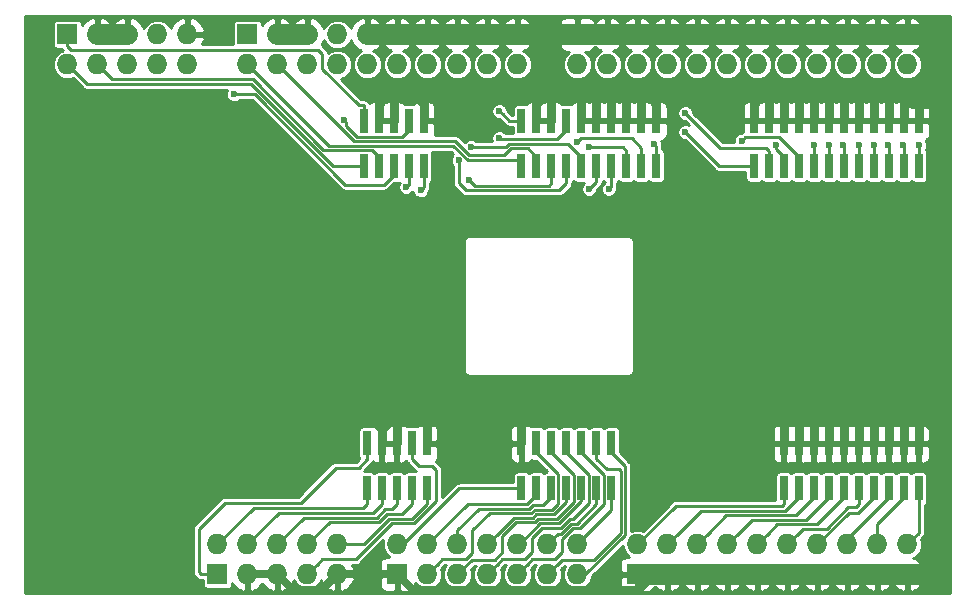
<source format=gtl>
G04 #@! TF.FileFunction,Copper,L1,Top,Signal*
%FSLAX46Y46*%
G04 Gerber Fmt 4.6, Leading zero omitted, Abs format (unit mm)*
G04 Created by KiCad (PCBNEW (after 2015-mar-04 BZR unknown)-product) date 2015年08月08日土曜日 05:56:36*
%MOMM*%
G01*
G04 APERTURE LIST*
%ADD10C,0.100000*%
%ADD11R,0.650000X2.150000*%
%ADD12R,1.727200X1.727200*%
%ADD13O,1.727200X1.727200*%
%ADD14C,0.600000*%
%ADD15C,0.254000*%
%ADD16C,0.762000*%
%ADD17C,1.778000*%
%ADD18C,0.635000*%
G04 APERTURE END LIST*
D10*
D11*
X64729400Y13116600D03*
X64729400Y9306600D03*
X65999400Y13116600D03*
X65999400Y9306600D03*
X67269400Y13116600D03*
X67269400Y9306600D03*
X68539400Y13116600D03*
X68539400Y9306600D03*
X69809400Y13116600D03*
X69809400Y9306600D03*
X72349400Y9306600D03*
X72349400Y13116600D03*
X71079400Y9306600D03*
X71079400Y13116600D03*
X74889400Y13116600D03*
X74889400Y9306600D03*
X76159400Y13116600D03*
X76159400Y9306600D03*
X73619400Y9306600D03*
X73619400Y13116600D03*
X76159400Y36611600D03*
X76159400Y40421600D03*
X74889400Y36611600D03*
X74889400Y40421600D03*
X62189400Y40421600D03*
X62189400Y36611600D03*
X63459400Y40421600D03*
X63459400Y36611600D03*
X64729400Y40421600D03*
X64729400Y36611600D03*
X65999400Y40421600D03*
X65999400Y36611600D03*
X67269400Y40421600D03*
X67269400Y36611600D03*
X69809400Y36611600D03*
X69809400Y40421600D03*
X68539400Y36611600D03*
X68539400Y40421600D03*
X72349400Y40421600D03*
X72349400Y36611600D03*
X73619400Y40421600D03*
X73619400Y36611600D03*
X71079400Y36611600D03*
X71079400Y40421600D03*
X51394400Y40421600D03*
X51394400Y36611600D03*
X53934400Y36611600D03*
X53934400Y40421600D03*
X52664400Y36611600D03*
X52664400Y40421600D03*
X42504400Y13116600D03*
X42504400Y9306600D03*
X43774400Y13116600D03*
X43774400Y9306600D03*
X45044400Y13116600D03*
X45044400Y9306600D03*
X46314400Y13116600D03*
X46314400Y9306600D03*
X47584400Y13116600D03*
X47584400Y9306600D03*
X50124400Y9306600D03*
X50124400Y13116600D03*
X48854400Y9306600D03*
X48854400Y13116600D03*
X48854400Y40421600D03*
X48854400Y36611600D03*
X50124400Y40421600D03*
X50124400Y36611600D03*
X47584400Y36611600D03*
X47584400Y40421600D03*
X46314400Y36611600D03*
X46314400Y40421600D03*
X45044400Y36611600D03*
X45044400Y40421600D03*
X43774400Y36611600D03*
X43774400Y40421600D03*
X42504400Y36611600D03*
X42504400Y40421600D03*
X34503400Y9306600D03*
X34503400Y13116600D03*
X33233400Y9306600D03*
X33233400Y13116600D03*
X31963400Y9306600D03*
X31963400Y13116600D03*
X30693400Y9306600D03*
X30693400Y13116600D03*
X29423400Y9306600D03*
X29423400Y13116600D03*
X29169400Y40421600D03*
X29169400Y36611600D03*
X30439400Y40421600D03*
X30439400Y36611600D03*
X31709400Y40421600D03*
X31709400Y36611600D03*
X32979400Y40421600D03*
X32979400Y36611600D03*
X34249400Y40421600D03*
X34249400Y36611600D03*
D12*
X4064400Y47752000D03*
D13*
X4064400Y45212000D03*
X6604400Y47752000D03*
X6604400Y45212000D03*
X9144400Y47752000D03*
X9144400Y45212000D03*
X11684400Y47752000D03*
X11684400Y45212000D03*
X14224400Y47752000D03*
X14224400Y45212000D03*
D12*
X16764400Y2032200D03*
D13*
X16764400Y4572200D03*
X19304400Y2032200D03*
X19304400Y4572200D03*
X21844400Y2032200D03*
X21844400Y4572200D03*
X24384400Y2032200D03*
X24384400Y4572200D03*
X26924400Y2032200D03*
X26924400Y4572200D03*
D12*
X32004400Y2032200D03*
D13*
X32004400Y4572200D03*
X34544400Y2032200D03*
X34544400Y4572200D03*
X37084400Y2032200D03*
X37084400Y4572200D03*
X39624400Y2032200D03*
X39624400Y4572200D03*
X42164400Y2032200D03*
X42164400Y4572200D03*
X44704400Y2032200D03*
X44704400Y4572200D03*
X47244400Y2032200D03*
X47244400Y4572200D03*
D12*
X52324000Y2032000D03*
D13*
X52324000Y4572000D03*
X54864000Y2032000D03*
X54864000Y4572000D03*
X57404000Y2032000D03*
X57404000Y4572000D03*
X59944000Y2032000D03*
X59944000Y4572000D03*
X62484000Y2032000D03*
X62484000Y4572000D03*
X65024000Y2032000D03*
X65024000Y4572000D03*
X67564000Y2032000D03*
X67564000Y4572000D03*
X70104000Y2032000D03*
X70104000Y4572000D03*
X72644000Y2032000D03*
X72644000Y4572000D03*
X75184000Y2032000D03*
X75184000Y4572000D03*
D12*
X19304400Y47752000D03*
D13*
X19304400Y45212000D03*
X21844400Y47752000D03*
X21844400Y45212000D03*
X24384400Y47752000D03*
X24384400Y45212000D03*
X26924400Y47752000D03*
X26924400Y45212000D03*
X29464400Y47752000D03*
X29464400Y45212000D03*
X32004400Y47752000D03*
X32004400Y45212000D03*
X34544400Y47752000D03*
X34544400Y45212000D03*
X37084400Y47752000D03*
X37084400Y45212000D03*
X39624400Y47752000D03*
X39624400Y45212000D03*
X42164400Y47752000D03*
X42164400Y45212000D03*
D12*
X47244400Y47752000D03*
D13*
X47244400Y45212000D03*
X49784400Y47752000D03*
X49784400Y45212000D03*
X52324400Y47752000D03*
X52324400Y45212000D03*
X54864400Y47752000D03*
X54864400Y45212000D03*
X57404400Y47752000D03*
X57404400Y45212000D03*
X59944400Y47752000D03*
X59944400Y45212000D03*
X62484400Y47752000D03*
X62484400Y45212000D03*
X65024400Y47752000D03*
X65024400Y45212000D03*
X67564400Y47752000D03*
X67564400Y45212000D03*
X70104400Y47752000D03*
X70104400Y45212000D03*
X72644400Y47752000D03*
X72644400Y45212000D03*
X75184400Y47752000D03*
X75184400Y45212000D03*
D14*
X18161000Y42672000D03*
X27524551Y40518151D03*
X32766000Y34823400D03*
X33985200Y34544000D03*
X40640000Y41275000D03*
X38100008Y35458400D03*
X40639994Y38989000D03*
X37196122Y37094522D03*
X38226781Y38206116D03*
X48260000Y34671000D03*
X49911000Y34670996D03*
X48260000Y38201600D03*
X47244000Y38654020D03*
X53721000Y38481008D03*
X56388000Y39471600D03*
X56388000Y41097200D03*
X64058800Y38354000D03*
X61163196Y38760400D03*
X67310000Y38354000D03*
X68580000Y38354000D03*
X69723000Y38354000D03*
X71069200Y38354000D03*
X72389998Y38354000D03*
X73533000Y38354000D03*
X74777600Y38354000D03*
X76200000Y38353996D03*
D15*
X15189200Y2222500D02*
X15379500Y2032200D01*
X15189200Y5880100D02*
X15189200Y2222500D01*
X17411700Y8102600D02*
X15189200Y5880100D01*
X23830400Y8102600D02*
X17411700Y8102600D01*
X26789500Y11061700D02*
X23830400Y8102600D01*
X28727400Y11061700D02*
X26789500Y11061700D01*
X29438600Y11772900D02*
X28727400Y11061700D01*
X29438600Y13101400D02*
X29438600Y11772900D01*
X15379500Y2032200D02*
X16764400Y2032200D01*
X29423400Y13116600D02*
X29438600Y13101400D01*
X29423400Y7985800D02*
X29423400Y9306600D01*
X29095700Y7658100D02*
X29423400Y7985800D01*
X19850300Y7658100D02*
X29095700Y7658100D01*
X16764400Y4572200D02*
X19850300Y7658100D01*
D16*
X31963400Y13116600D02*
X31963400Y15286200D01*
X34503400Y13116600D02*
X34503400Y14544200D01*
X34030801Y42591001D02*
X43981999Y42591001D01*
X43981999Y42591001D02*
X44246400Y42326600D01*
X33766400Y42326600D02*
X34030801Y42591001D01*
D17*
X76809400Y47752000D02*
X75184400Y47752000D01*
X78023400Y46537900D02*
X76809400Y47752000D01*
X78023400Y43180000D02*
X78023400Y46537900D01*
X77170400Y42326600D02*
X78023400Y43180000D01*
X75676400Y42326600D02*
X77170400Y42326600D01*
X6604400Y47752000D02*
X9144400Y47752000D01*
D16*
X72341400Y42326600D02*
X71048400Y42326600D01*
X72349400Y42318800D02*
X72341400Y42326600D01*
X72349400Y40421600D02*
X72349400Y42318800D01*
X71048400Y42326600D02*
X69810400Y42326600D01*
X71079400Y42295400D02*
X71048400Y42326600D01*
X71079400Y40421600D02*
X71079400Y42295400D01*
X69810400Y42326600D02*
X68590400Y42326600D01*
X69809400Y42326000D02*
X69810400Y42326600D01*
X69809400Y40421600D02*
X69809400Y42326000D01*
X68590400Y42326600D02*
X67302400Y42326600D01*
X68590400Y42309300D02*
X68590400Y42326600D01*
X68539400Y42258600D02*
X68590400Y42309300D01*
X68539400Y40421600D02*
X68539400Y42258600D01*
X67302400Y42326600D02*
X66035400Y42326600D01*
X67269400Y42293100D02*
X67302400Y42326600D01*
X67269400Y40421600D02*
X67269400Y42293100D01*
X66035400Y42326600D02*
X64762400Y42326600D01*
X65999400Y42290600D02*
X66035400Y42326600D01*
X65999400Y40421600D02*
X65999400Y42290600D01*
X64762400Y42326600D02*
X63522400Y42326600D01*
X64729400Y42293200D02*
X64762400Y42326600D01*
X64729400Y40421600D02*
X64729400Y42293200D01*
X63522400Y42326600D02*
X62661400Y42326600D01*
X63522400Y42321300D02*
X63522400Y42326600D01*
X63459400Y42258600D02*
X63522400Y42321300D01*
X63459400Y40421600D02*
X63459400Y42258600D01*
X53462400Y42326600D02*
X62661400Y42326600D01*
X76159400Y41844000D02*
X75676400Y42326600D01*
X76159400Y40421600D02*
X76159400Y41844000D01*
X62189400Y41854100D02*
X62189400Y40421600D01*
X62661400Y42326600D02*
X62189400Y41854100D01*
X52664400Y42298100D02*
X52635400Y42326600D01*
X52664400Y40421600D02*
X52664400Y42298100D01*
X45044400Y42295300D02*
X45075400Y42326600D01*
X45044400Y40421600D02*
X45044400Y42295300D01*
X50277400Y42326600D02*
X51332400Y42326600D01*
X51394400Y42264600D02*
X51332400Y42326600D01*
X51394400Y40421600D02*
X51394400Y42264600D01*
X45905400Y42326600D02*
X46285400Y42326600D01*
X31709400Y42316200D02*
X31719400Y42326600D01*
X31709400Y40421600D02*
X31709400Y42316200D01*
X34249400Y41844000D02*
X34249400Y40421600D01*
X33766400Y42326600D02*
X34249400Y41844000D01*
X43774400Y41854100D02*
X44246400Y42326600D01*
X43774400Y40421600D02*
X43774400Y41854100D01*
X53934400Y41854100D02*
X53934400Y40421600D01*
X53462400Y42326600D02*
X53934400Y41854100D01*
X30916400Y42326600D02*
X31719400Y42326600D01*
X30439400Y41849000D02*
X30916400Y42326600D01*
X30439400Y40421600D02*
X30439400Y41849000D01*
X31719400Y42326600D02*
X33766400Y42326600D01*
X45905400Y42326600D02*
X46285400Y42326600D01*
X48922400Y42326600D02*
X49789400Y42326600D01*
X48854400Y42258600D02*
X48922400Y42326600D01*
X48854400Y40421600D02*
X48854400Y42258600D01*
X48922400Y42326600D02*
X49789400Y42326600D01*
X46285400Y42326600D02*
X47652400Y42326600D01*
X47584400Y42258600D02*
X47652400Y42326600D01*
X47584400Y40421600D02*
X47584400Y42258600D01*
X47652400Y42326600D02*
X47828400Y42326600D01*
X47652400Y42326600D02*
X47828400Y42326600D01*
X47828400Y42326600D02*
X48922400Y42326600D01*
X49789400Y42326600D02*
X50192400Y42326600D01*
X50192400Y42326600D02*
X50277400Y42326600D01*
X50124400Y42258600D02*
X50192400Y42326600D01*
X50124400Y40421600D02*
X50124400Y42258600D01*
X50192400Y42326600D02*
X50277400Y42326600D01*
X44246400Y42326600D02*
X45075400Y42326600D01*
X45075400Y42326600D02*
X45905400Y42326600D01*
X51332400Y42326600D02*
X52635400Y42326600D01*
X52635400Y42326600D02*
X53462400Y42326600D01*
X73763400Y42326600D02*
X73687400Y42326600D01*
X73687400Y42326600D02*
X72341400Y42326600D01*
X73619400Y42258600D02*
X73687400Y42326600D01*
X73619400Y40421600D02*
X73619400Y42258600D01*
X73687400Y42326600D02*
X73763400Y42326600D01*
X75676400Y42326600D02*
X74821400Y42326600D01*
X74821400Y42326600D02*
X74646400Y42326600D01*
X74821400Y42326600D02*
X74646400Y42326600D01*
X74646400Y42326600D02*
X73763400Y42326600D01*
X76159400Y14544200D02*
X76159400Y13116600D01*
X76159400Y13116600D02*
X76159400Y13116200D01*
X64729400Y13116200D02*
X64729400Y13116600D01*
X64729400Y13116600D02*
X64729400Y14554200D01*
X73619400Y13116200D02*
X73619400Y13116600D01*
X73619400Y13116600D02*
X73619400Y15370200D01*
X68539400Y13116200D02*
X68539400Y13116600D01*
X68539400Y13116600D02*
X68539400Y15327200D01*
X67269400Y13116200D02*
X67269400Y13116600D01*
X67269400Y13116600D02*
X67269400Y15361200D01*
X65999400Y13116200D02*
X65999400Y13116600D01*
X65999400Y13116600D02*
X65999400Y15429200D01*
X74889400Y13116200D02*
X74889400Y13116600D01*
X74889400Y13116600D02*
X74889400Y15260200D01*
X30693400Y13116600D02*
X30693400Y14539200D01*
D17*
X39624400Y47752000D02*
X42164400Y47752000D01*
X75184400Y47752000D02*
X72644400Y47752000D01*
X72644400Y47752000D02*
X70104400Y47752000D01*
X37084400Y47752000D02*
X39624400Y47752000D01*
D16*
X42504400Y13116200D02*
X42504400Y13116600D01*
X42504400Y13116600D02*
X42504400Y14549200D01*
D17*
X34544400Y47752000D02*
X37084400Y47752000D01*
X70104400Y47752000D02*
X67564400Y47752000D01*
X67564400Y47752000D02*
X65024400Y47752000D01*
X29464400Y47752000D02*
X32004400Y47752000D01*
X32004400Y47752000D02*
X34544400Y47752000D01*
X65024400Y47752000D02*
X62484400Y47752000D01*
X62484400Y47752000D02*
X59944400Y47752000D01*
X59944400Y47752000D02*
X57404400Y47752000D01*
X57404400Y47752000D02*
X54864400Y47752000D01*
X54864400Y47752000D02*
X52324400Y47752000D01*
X52324400Y47752000D02*
X49784400Y47752000D01*
X49784400Y47752000D02*
X47244400Y47752000D01*
X47244400Y47752000D02*
X42164400Y47752000D01*
X21844400Y47752000D02*
X22057600Y47752000D01*
X22057600Y47752000D02*
X24384400Y47752000D01*
D16*
X74889400Y42258600D02*
X74821400Y42326600D01*
X74889400Y40421600D02*
X74889400Y42258600D01*
X69809400Y15345075D02*
X69691275Y15463200D01*
X69809400Y13116600D02*
X69809400Y15345075D01*
X71079400Y15406657D02*
X71022857Y15463200D01*
X71079400Y13116600D02*
X71079400Y15406657D01*
D17*
X69691275Y15463200D02*
X71022857Y15463200D01*
D16*
X72349400Y15402680D02*
X72409920Y15463200D01*
X72349400Y13116600D02*
X72349400Y15402680D01*
D17*
X71022857Y15463200D02*
X72409920Y15463200D01*
X72349400Y15402680D02*
X77104120Y15402680D01*
X77104120Y15402680D02*
X77901800Y14605000D01*
X76405314Y2032000D02*
X75184000Y2032000D01*
X77901800Y3528486D02*
X76405314Y2032000D01*
X77901800Y14605000D02*
X77901800Y3528486D01*
D18*
X19304400Y2032200D02*
X21844400Y2032200D01*
X23152501Y724099D02*
X25616299Y724099D01*
X21844400Y2032200D02*
X23152501Y724099D01*
X26924400Y2032200D02*
X32004400Y2032200D01*
X25616299Y724099D02*
X26924400Y2032200D01*
D17*
X53778757Y2032000D02*
X75184000Y2032000D01*
X52324000Y2032000D02*
X53778757Y2032000D01*
X42626886Y15463200D02*
X69691275Y15463200D01*
X31147700Y15463200D02*
X42626886Y15463200D01*
X30695900Y15011400D02*
X31147700Y15463200D01*
D18*
X33312501Y724099D02*
X52470856Y724099D01*
X52470856Y724099D02*
X53778757Y2032000D01*
X32004400Y2032200D02*
X33312501Y724099D01*
D15*
X30693400Y7973100D02*
X30693400Y9306600D01*
X29934141Y7213841D02*
X30693400Y7973100D01*
X21946041Y7213841D02*
X29934141Y7213841D01*
X19304400Y4572200D02*
X21946041Y7213841D01*
X31963400Y7973100D02*
X31963400Y9306600D01*
X31000700Y7543800D02*
X31534100Y7543800D01*
X30289731Y6832831D02*
X31000700Y7543800D01*
X31534100Y7543800D02*
X31963400Y7973100D01*
X24105031Y6832831D02*
X30289731Y6832831D01*
X21844400Y4572200D02*
X24105031Y6832831D01*
X25666900Y3314700D02*
X25247999Y2895799D01*
X28498800Y3314700D02*
X25666900Y3314700D01*
X31559500Y6375400D02*
X28498800Y3314700D01*
X35306000Y8236871D02*
X33444529Y6375400D01*
X35306000Y10858500D02*
X35306000Y8236871D01*
X34950400Y11214100D02*
X35306000Y10858500D01*
X33807400Y11214100D02*
X34950400Y11214100D01*
X25247999Y2895799D02*
X24384400Y2032200D01*
X33444529Y6375400D02*
X31559500Y6375400D01*
X33233400Y11788100D02*
X33807400Y11214100D01*
X33233400Y13116600D02*
X33233400Y11788100D01*
X33233400Y7973100D02*
X33233400Y9306600D01*
X31153120Y7137420D02*
X32397720Y7137420D01*
X30467521Y6451821D02*
X31153120Y7137420D01*
X32397720Y7137420D02*
X33233400Y7973100D01*
X26264021Y6451821D02*
X30467521Y6451821D01*
X24384400Y4572200D02*
X26264021Y6451821D01*
X33274010Y6756410D02*
X34503400Y7985800D01*
X34503400Y7985800D02*
X34503400Y9306600D01*
X29146700Y4572200D02*
X31330910Y6756410D01*
X31330910Y6756410D02*
X33274010Y6756410D01*
X26924400Y4572200D02*
X29146700Y4572200D01*
X32004400Y4572200D02*
X32504929Y4572200D01*
X32504929Y4572200D02*
X37239329Y9306600D01*
X37239329Y9306600D02*
X41925400Y9306600D01*
X41925400Y9306600D02*
X42504400Y9306600D01*
X35407999Y2895799D02*
X34544400Y2032200D01*
X35814200Y3302000D02*
X35407999Y2895799D01*
X37782500Y3302000D02*
X35814200Y3302000D01*
X43348239Y7215579D02*
X39816479Y7215579D01*
X45088042Y7493040D02*
X43625700Y7493040D01*
X39816479Y7215579D02*
X38354000Y5753100D01*
X45623401Y8028399D02*
X45088042Y7493040D01*
X45623401Y10517599D02*
X45623401Y8028399D01*
X43774400Y12366600D02*
X45623401Y10517599D01*
X38354000Y3873500D02*
X37782500Y3302000D01*
X43774400Y13116600D02*
X43774400Y12366600D01*
X43625700Y7493040D02*
X43348239Y7215579D01*
X38354000Y5753100D02*
X38354000Y3873500D01*
X34544400Y4572200D02*
X34544000Y4572600D01*
X42967943Y7977599D02*
X43774400Y8784056D01*
X34544400Y4572200D02*
X37949799Y7977599D01*
X37949799Y7977599D02*
X42967943Y7977599D01*
X43774400Y8784056D02*
X43774400Y9306600D01*
X45044400Y12366600D02*
X45044400Y13116600D01*
X46951900Y8162415D02*
X46951900Y10459100D01*
X43941338Y6731020D02*
X45520505Y6731020D01*
X45520505Y6731020D02*
X46951900Y8162415D01*
X43663879Y6453560D02*
X43941338Y6731020D01*
X46951900Y10459100D02*
X45044400Y12366600D01*
X42038960Y6453560D02*
X43663879Y6453560D01*
X40906700Y5321300D02*
X42038960Y6453560D01*
X40906700Y3911600D02*
X40906700Y5321300D01*
X40284400Y3289300D02*
X40906700Y3911600D01*
X38341500Y3289300D02*
X40284400Y3289300D01*
X37084400Y2032200D02*
X38341500Y3289300D01*
X37084400Y4572200D02*
X37084400Y5793514D01*
X43467881Y7874050D02*
X44361850Y7874050D01*
X43190420Y7596589D02*
X43467881Y7874050D01*
X44361850Y7874050D02*
X45044400Y8556600D01*
X37084400Y5793514D02*
X38887475Y7596589D01*
X38887475Y7596589D02*
X43190420Y7596589D01*
X45044400Y8556600D02*
X45044400Y9306600D01*
X42811700Y3314700D02*
X40906900Y3314700D01*
X43434000Y3937000D02*
X42811700Y3314700D01*
X44256976Y5969000D02*
X43434000Y5146024D01*
X46853322Y6718320D02*
X46585462Y6718320D01*
X40906900Y3314700D02*
X40487999Y2895799D01*
X46585462Y6718320D02*
X45836142Y5969000D01*
X48209200Y8074198D02*
X46853322Y6718320D01*
X46314400Y12366600D02*
X48209200Y10471800D01*
X46314400Y13116600D02*
X46314400Y12366600D01*
X45836142Y5969000D02*
X44256976Y5969000D01*
X43434000Y5146024D02*
X43434000Y3937000D01*
X48209200Y10471800D02*
X48209200Y8074198D01*
X40487999Y2895799D02*
X39624400Y2032200D01*
X40487999Y5441428D02*
X41881141Y6834570D01*
X39624400Y4572200D02*
X40487999Y5435799D01*
X41881141Y6834570D02*
X43506058Y6834570D01*
X43506058Y6834570D02*
X43783519Y7112030D01*
X45245861Y7112030D02*
X46314400Y8180569D01*
X43783519Y7112030D02*
X45245861Y7112030D01*
X40487999Y5435799D02*
X40487999Y5441428D01*
X46314400Y8180569D02*
X46314400Y9306600D01*
X43027999Y2895799D02*
X42164400Y2032200D01*
X43434200Y3302000D02*
X43027999Y2895799D01*
X45364400Y3302000D02*
X43434200Y3302000D01*
X49504600Y7975600D02*
X47485300Y5956300D01*
X49504600Y10446400D02*
X49504600Y7975600D01*
X47584400Y12366600D02*
X49504600Y10446400D01*
X47584400Y13116600D02*
X47584400Y12366600D01*
X45986700Y3924300D02*
X45364400Y3302000D01*
X45986700Y5041900D02*
X45986700Y3924300D01*
X46901100Y5956300D02*
X45986700Y5041900D01*
X47485300Y5956300D02*
X46901100Y5956300D01*
X47584400Y8256086D02*
X47584400Y9306600D01*
X45678324Y6350010D02*
X47584400Y8256086D01*
X44099158Y6350010D02*
X45678324Y6350010D01*
X42291000Y4541852D02*
X44099158Y6350010D01*
X42291000Y4445600D02*
X42291000Y4541852D01*
X42164400Y4572200D02*
X42291000Y4445600D01*
X50901600Y5537200D02*
X48641000Y3276600D01*
X45567999Y2895799D02*
X44704400Y2032200D01*
X50901600Y10782300D02*
X50901600Y5537200D01*
X50749200Y10934700D02*
X50901600Y10782300D01*
X49720500Y10934700D02*
X50749200Y10934700D01*
X48854400Y13116600D02*
X48854400Y11800800D01*
X48641000Y3276600D02*
X45948800Y3276600D01*
X45948800Y3276600D02*
X45567999Y2895799D01*
X48854400Y11800800D02*
X49720500Y10934700D01*
X44704400Y4572200D02*
X45004953Y4572200D01*
X44704400Y4572200D02*
X45567999Y5435799D01*
X46743281Y6337310D02*
X47214110Y6337310D01*
X45567999Y5435799D02*
X45841770Y5435799D01*
X47214110Y6337310D02*
X48854400Y7977600D01*
X48854400Y7977600D02*
X48854400Y9306600D01*
X45841770Y5435799D02*
X46743281Y6337310D01*
X47244400Y2032200D02*
X47244200Y2032000D01*
X47244200Y2032000D02*
X47244000Y2032000D01*
X47935429Y2032200D02*
X47244400Y2032200D01*
X51282610Y5379381D02*
X47935429Y2032200D01*
X51282610Y11226790D02*
X51282610Y5379381D01*
X50126900Y12382500D02*
X51282610Y11226790D01*
X50126900Y13114100D02*
X50126900Y12382500D01*
X50124400Y13116600D02*
X50126900Y13114100D01*
X50124400Y7452200D02*
X50124400Y9306600D01*
X47244400Y4572200D02*
X50124400Y7452200D01*
X55575200Y7823200D02*
X52324000Y4572000D01*
X64541400Y7823200D02*
X55575200Y7823200D01*
X64729400Y8011200D02*
X64541400Y7823200D01*
X64729400Y9306600D02*
X64729400Y8011200D01*
X65999400Y9306600D02*
X65999400Y8556600D01*
X64859630Y7416830D02*
X57708830Y7416830D01*
X55727599Y5435599D02*
X54864000Y4572000D01*
X57708830Y7416830D02*
X55727599Y5435599D01*
X65999400Y8556600D02*
X64859630Y7416830D01*
X65748620Y7035820D02*
X59867820Y7035820D01*
X67269400Y9306600D02*
X67269400Y8556600D01*
X67269400Y8556600D02*
X65748620Y7035820D01*
X59867820Y7035820D02*
X58267599Y5435599D01*
X58267599Y5435599D02*
X57404000Y4572000D01*
X62026810Y6654810D02*
X60807599Y5435599D01*
X68539400Y9306600D02*
X68539400Y8556600D01*
X66637620Y6654820D02*
X66029162Y6654820D01*
X68539400Y8556600D02*
X66637620Y6654820D01*
X66029162Y6654820D02*
X66029152Y6654810D01*
X66029152Y6654810D02*
X62026810Y6654810D01*
X60807599Y5435599D02*
X59944000Y4572000D01*
X65887599Y5435599D02*
X65024000Y4572000D01*
X66344800Y5892800D02*
X65887599Y5435599D01*
X68345972Y5892800D02*
X66344800Y5892800D01*
X70174772Y7721600D02*
X68345972Y5892800D01*
X70815200Y7721600D02*
X70174772Y7721600D01*
X71079400Y7985800D02*
X70815200Y7721600D01*
X71079400Y9306600D02*
X71079400Y7985800D01*
X70231000Y7239000D02*
X67564000Y4572000D01*
X71031800Y7239000D02*
X70231000Y7239000D01*
X72349400Y8556600D02*
X71031800Y7239000D01*
X72349400Y9306600D02*
X72349400Y8556600D01*
X73619400Y8544600D02*
X70104000Y5029200D01*
X70104000Y5029200D02*
X70104000Y4572000D01*
X73619400Y9306600D02*
X73619400Y8544600D01*
X72644000Y6299200D02*
X72644000Y4572000D01*
X74889400Y8544600D02*
X72644000Y6299200D01*
X74889400Y9306600D02*
X74889400Y8544600D01*
X76159400Y5547400D02*
X75184000Y4572000D01*
X76159400Y9306600D02*
X76159400Y5547400D01*
X4064400Y47752000D02*
X4069480Y47757080D01*
X4069480Y47757080D02*
X4069480Y46735600D01*
X4069480Y46735600D02*
X4338320Y46466760D01*
X4338320Y46466760D02*
X25273000Y46466760D01*
X25273000Y46466760D02*
X25654400Y46085360D01*
X28734900Y41750900D02*
X29169400Y41750900D01*
X25654400Y46085360D02*
X25654400Y44831400D01*
X25654400Y44831400D02*
X28734900Y41750900D01*
X29169400Y41750900D02*
X29169400Y40421600D01*
X28590400Y36611600D02*
X29169400Y36611600D01*
X26538228Y36611600D02*
X28590400Y36611600D01*
X19588828Y43561000D02*
X26538228Y36611600D01*
X5715400Y43561000D02*
X19588828Y43561000D01*
X4064400Y45212000D02*
X5715400Y43561000D01*
X7467999Y44348401D02*
X6604400Y45212000D01*
X7874390Y43942010D02*
X7467999Y44348401D01*
X25747756Y37940900D02*
X19746646Y43942010D01*
X19746646Y43942010D02*
X7874390Y43942010D01*
X30439400Y37361600D02*
X29860100Y37940900D01*
X29860100Y37940900D02*
X25747756Y37940900D01*
X30439400Y36611600D02*
X30439400Y37361600D01*
X31709400Y36611600D02*
X31709400Y35861600D01*
X31709400Y35861600D02*
X30853801Y35006001D01*
X19939000Y42672000D02*
X18161000Y42672000D01*
X30853801Y35006001D02*
X27604999Y35006001D01*
X27604999Y35006001D02*
X19939000Y42672000D01*
X32979400Y40421600D02*
X32979400Y39671600D01*
X32979400Y39671600D02*
X32400100Y39092300D01*
X32400100Y39092300D02*
X28598700Y39092300D01*
X28598700Y39092300D02*
X27686000Y40005000D01*
X27686000Y40005000D02*
X27686000Y40356702D01*
X27686000Y40356702D02*
X27524551Y40518151D01*
X32979400Y35036800D02*
X32766000Y34823400D01*
X32979400Y36611600D02*
X32979400Y35036800D01*
X34249400Y34808200D02*
X33985200Y34544000D01*
X34249400Y36611600D02*
X34249400Y34808200D01*
X41493400Y40421600D02*
X40939999Y40975001D01*
X40939999Y40975001D02*
X40640000Y41275000D01*
X42504400Y40421600D02*
X41493400Y40421600D01*
X19304400Y45212000D02*
X26186700Y38329700D01*
X26186700Y38329700D02*
X36744446Y38329700D01*
X36744446Y38329700D02*
X37990146Y37084000D01*
X37990146Y37084000D02*
X42291000Y37084000D01*
X42291000Y37084000D02*
X42504400Y36870600D01*
X42504400Y36870600D02*
X42504400Y36611600D01*
X43036020Y38099980D02*
X43774400Y37361600D01*
X41617731Y38099980D02*
X43036020Y38099980D01*
X41061646Y37543895D02*
X41617731Y38099980D01*
X38069080Y37543895D02*
X41061646Y37543895D01*
X43774400Y37361600D02*
X43774400Y36611600D01*
X21844400Y45212000D02*
X28345400Y38711000D01*
X28345400Y38711000D02*
X36901975Y38711000D01*
X36901975Y38711000D02*
X38069080Y37543895D01*
X45044400Y36611600D02*
X45044400Y35138400D01*
X45044400Y35138400D02*
X44831000Y34925000D01*
X44831000Y34925000D02*
X38608000Y34925000D01*
X38608000Y34925000D02*
X38100008Y35432992D01*
X38100008Y35432992D02*
X38100008Y35458400D01*
X46314400Y40421600D02*
X46314400Y39671600D01*
X46314400Y39671600D02*
X45504800Y38862000D01*
X45504800Y38862000D02*
X40767000Y38862000D01*
X40767000Y38862000D02*
X40640000Y38989000D01*
X40640000Y38989000D02*
X40639994Y38989000D01*
X46314400Y36611600D02*
X46314400Y35138400D01*
X46314400Y35138400D02*
X45719990Y34543990D01*
X45719990Y34543990D02*
X37846010Y34543990D01*
X37196122Y36670258D02*
X37196122Y37094522D01*
X37846010Y34543990D02*
X37196122Y35193878D01*
X37196122Y35193878D02*
X37196122Y36670258D01*
X38651045Y38206116D02*
X38226781Y38206116D01*
X41185038Y38206116D02*
X38651045Y38206116D01*
X46465010Y38480990D02*
X41459912Y38480990D01*
X47584400Y37361600D02*
X46465010Y38480990D01*
X47584400Y36611600D02*
X47584400Y37361600D01*
X41459912Y38480990D02*
X41185038Y38206116D01*
X48559999Y34970999D02*
X48260000Y34671000D01*
X48854400Y35265400D02*
X48559999Y34970999D01*
X48854400Y36611600D02*
X48854400Y35265400D01*
X50124400Y34884396D02*
X49911000Y34670996D01*
X50124400Y36611600D02*
X50124400Y34884396D01*
X51394400Y36611600D02*
X51394400Y37886600D01*
X51394400Y37886600D02*
X51079400Y38201600D01*
X51079400Y38201600D02*
X48684264Y38201600D01*
X48684264Y38201600D02*
X48260000Y38201600D01*
X52664400Y36611600D02*
X52664400Y38140600D01*
X52664400Y38140600D02*
X51850981Y38954019D01*
X51850981Y38954019D02*
X47543999Y38954019D01*
X47543999Y38954019D02*
X47244000Y38654020D01*
X53934400Y38267608D02*
X53721000Y38481008D01*
X53934400Y36611600D02*
X53934400Y38267608D01*
X62189400Y36611600D02*
X59248000Y36611600D01*
X56687999Y39171601D02*
X56388000Y39471600D01*
X59248000Y36611600D02*
X56687999Y39171601D01*
X63459400Y36611600D02*
X63459400Y37886600D01*
X63459400Y37886600D02*
X63190401Y38155599D01*
X63190401Y38155599D02*
X59329601Y38155599D01*
X59329601Y38155599D02*
X56687999Y40797201D01*
X56687999Y40797201D02*
X56388000Y41097200D01*
X64729400Y37361600D02*
X64058800Y38032200D01*
X64058800Y38032200D02*
X64058800Y38354000D01*
X64729400Y36611600D02*
X64729400Y37361600D01*
X65999400Y37361600D02*
X64300601Y39060399D01*
X65999400Y36611600D02*
X65999400Y37361600D01*
X61463195Y39060399D02*
X61163196Y38760400D01*
X64300601Y39060399D02*
X61463195Y39060399D01*
X67269400Y38313400D02*
X67310000Y38354000D01*
X67269400Y36611600D02*
X67269400Y38313400D01*
X68539400Y38313400D02*
X68580000Y38354000D01*
X68539400Y36611600D02*
X68539400Y38313400D01*
X69809400Y38267600D02*
X69723000Y38354000D01*
X69809400Y36611600D02*
X69809400Y38267600D01*
X71079400Y38343800D02*
X71069200Y38354000D01*
X71079400Y36611600D02*
X71079400Y38343800D01*
X72349400Y38313402D02*
X72389998Y38354000D01*
X72349400Y36611600D02*
X72349400Y38313402D01*
X73619400Y38267600D02*
X73533000Y38354000D01*
X73619400Y36611600D02*
X73619400Y38267600D01*
X74889400Y38242200D02*
X74777600Y38354000D01*
X74889400Y36611600D02*
X74889400Y38242200D01*
X76159400Y36611600D02*
X76159400Y38313396D01*
X76159400Y38313396D02*
X76200000Y38353996D01*
X64185800Y6273800D02*
X63347599Y5435599D01*
X69809400Y9306600D02*
X69809400Y8556600D01*
X69809400Y8556600D02*
X67526610Y6273810D01*
X67526610Y6273810D02*
X66186981Y6273810D01*
X66186971Y6273800D02*
X64185800Y6273800D01*
X63347599Y5435599D02*
X62484000Y4572000D01*
X66186981Y6273810D02*
X66186971Y6273800D01*
G36*
X78792000Y456000D02*
X77724000Y456000D01*
X77119400Y456000D01*
X77119400Y11979058D01*
X77119400Y12104142D01*
X77119400Y12830850D01*
X77119400Y13402350D01*
X77119400Y14129058D01*
X77119400Y14254142D01*
X77119400Y39284058D01*
X77119400Y39409142D01*
X77119400Y40135850D01*
X77119400Y40707350D01*
X77119400Y41434058D01*
X77119400Y41559142D01*
X77094997Y41681823D01*
X77047130Y41797385D01*
X76977637Y41901389D01*
X76889189Y41989837D01*
X76785185Y42059330D01*
X76669623Y42107197D01*
X76639358Y42113218D01*
X76639358Y47392974D01*
X76639358Y48111026D01*
X76593622Y48261814D01*
X76467084Y48526944D01*
X76291254Y48762293D01*
X76072888Y48958817D01*
X75820378Y49108964D01*
X75543427Y49206963D01*
X75311400Y49086464D01*
X75311400Y47879000D01*
X76518217Y47879000D01*
X76639358Y48111026D01*
X76639358Y47392974D01*
X76518217Y47625000D01*
X75311400Y47625000D01*
X75311400Y47605000D01*
X75057400Y47605000D01*
X75057400Y47625000D01*
X75057400Y47879000D01*
X75057400Y49086464D01*
X74825373Y49206963D01*
X74548422Y49108964D01*
X74295912Y48958817D01*
X74077546Y48762293D01*
X73914400Y48543922D01*
X73751254Y48762293D01*
X73532888Y48958817D01*
X73280378Y49108964D01*
X73003427Y49206963D01*
X72771400Y49086464D01*
X72771400Y47879000D01*
X73850583Y47879000D01*
X73978217Y47879000D01*
X75057400Y47879000D01*
X75057400Y47625000D01*
X73978217Y47625000D01*
X73850583Y47625000D01*
X72771400Y47625000D01*
X72771400Y47605000D01*
X72517400Y47605000D01*
X72517400Y47625000D01*
X72517400Y47879000D01*
X72517400Y49086464D01*
X72285373Y49206963D01*
X72008422Y49108964D01*
X71755912Y48958817D01*
X71537546Y48762293D01*
X71374400Y48543922D01*
X71211254Y48762293D01*
X70992888Y48958817D01*
X70740378Y49108964D01*
X70463427Y49206963D01*
X70231400Y49086464D01*
X70231400Y47879000D01*
X71310583Y47879000D01*
X71438217Y47879000D01*
X72517400Y47879000D01*
X72517400Y47625000D01*
X71438217Y47625000D01*
X71310583Y47625000D01*
X70231400Y47625000D01*
X70231400Y47605000D01*
X69977400Y47605000D01*
X69977400Y47625000D01*
X69977400Y47879000D01*
X69977400Y49086464D01*
X69745373Y49206963D01*
X69468422Y49108964D01*
X69215912Y48958817D01*
X68997546Y48762293D01*
X68834400Y48543922D01*
X68671254Y48762293D01*
X68452888Y48958817D01*
X68200378Y49108964D01*
X67923427Y49206963D01*
X67691400Y49086464D01*
X67691400Y47879000D01*
X68770583Y47879000D01*
X68898217Y47879000D01*
X69977400Y47879000D01*
X69977400Y47625000D01*
X68898217Y47625000D01*
X68770583Y47625000D01*
X67691400Y47625000D01*
X67691400Y47605000D01*
X67437400Y47605000D01*
X67437400Y47625000D01*
X67437400Y47879000D01*
X67437400Y49086464D01*
X67205373Y49206963D01*
X66928422Y49108964D01*
X66675912Y48958817D01*
X66457546Y48762293D01*
X66294400Y48543922D01*
X66131254Y48762293D01*
X65912888Y48958817D01*
X65660378Y49108964D01*
X65383427Y49206963D01*
X65151400Y49086464D01*
X65151400Y47879000D01*
X66230583Y47879000D01*
X66358217Y47879000D01*
X67437400Y47879000D01*
X67437400Y47625000D01*
X66358217Y47625000D01*
X66230583Y47625000D01*
X65151400Y47625000D01*
X65151400Y47605000D01*
X64897400Y47605000D01*
X64897400Y47625000D01*
X64897400Y47879000D01*
X64897400Y49086464D01*
X64665373Y49206963D01*
X64388422Y49108964D01*
X64135912Y48958817D01*
X63917546Y48762293D01*
X63754400Y48543922D01*
X63591254Y48762293D01*
X63372888Y48958817D01*
X63120378Y49108964D01*
X62843427Y49206963D01*
X62611400Y49086464D01*
X62611400Y47879000D01*
X63690583Y47879000D01*
X63818217Y47879000D01*
X64897400Y47879000D01*
X64897400Y47625000D01*
X63818217Y47625000D01*
X63690583Y47625000D01*
X62611400Y47625000D01*
X62611400Y47605000D01*
X62357400Y47605000D01*
X62357400Y47625000D01*
X62357400Y47879000D01*
X62357400Y49086464D01*
X62125373Y49206963D01*
X61848422Y49108964D01*
X61595912Y48958817D01*
X61377546Y48762293D01*
X61214400Y48543922D01*
X61051254Y48762293D01*
X60832888Y48958817D01*
X60580378Y49108964D01*
X60303427Y49206963D01*
X60071400Y49086464D01*
X60071400Y47879000D01*
X61150583Y47879000D01*
X61278217Y47879000D01*
X62357400Y47879000D01*
X62357400Y47625000D01*
X61278217Y47625000D01*
X61150583Y47625000D01*
X60071400Y47625000D01*
X60071400Y47605000D01*
X59817400Y47605000D01*
X59817400Y47625000D01*
X59817400Y47879000D01*
X59817400Y49086464D01*
X59585373Y49206963D01*
X59308422Y49108964D01*
X59055912Y48958817D01*
X58837546Y48762293D01*
X58674400Y48543922D01*
X58511254Y48762293D01*
X58292888Y48958817D01*
X58040378Y49108964D01*
X57763427Y49206963D01*
X57531400Y49086464D01*
X57531400Y47879000D01*
X58610583Y47879000D01*
X58738217Y47879000D01*
X59817400Y47879000D01*
X59817400Y47625000D01*
X58738217Y47625000D01*
X58610583Y47625000D01*
X57531400Y47625000D01*
X57531400Y47605000D01*
X57277400Y47605000D01*
X57277400Y47625000D01*
X57277400Y47879000D01*
X57277400Y49086464D01*
X57045373Y49206963D01*
X56768422Y49108964D01*
X56515912Y48958817D01*
X56297546Y48762293D01*
X56134400Y48543922D01*
X55971254Y48762293D01*
X55752888Y48958817D01*
X55500378Y49108964D01*
X55223427Y49206963D01*
X54991400Y49086464D01*
X54991400Y47879000D01*
X56070583Y47879000D01*
X56198217Y47879000D01*
X57277400Y47879000D01*
X57277400Y47625000D01*
X56198217Y47625000D01*
X56070583Y47625000D01*
X54991400Y47625000D01*
X54991400Y47605000D01*
X54737400Y47605000D01*
X54737400Y47625000D01*
X54737400Y47879000D01*
X54737400Y49086464D01*
X54505373Y49206963D01*
X54228422Y49108964D01*
X53975912Y48958817D01*
X53757546Y48762293D01*
X53594400Y48543922D01*
X53431254Y48762293D01*
X53212888Y48958817D01*
X52960378Y49108964D01*
X52683427Y49206963D01*
X52451400Y49086464D01*
X52451400Y47879000D01*
X53530583Y47879000D01*
X53658217Y47879000D01*
X54737400Y47879000D01*
X54737400Y47625000D01*
X53658217Y47625000D01*
X53530583Y47625000D01*
X52451400Y47625000D01*
X52451400Y47605000D01*
X52197400Y47605000D01*
X52197400Y47625000D01*
X52197400Y47879000D01*
X52197400Y49086464D01*
X51965373Y49206963D01*
X51688422Y49108964D01*
X51435912Y48958817D01*
X51217546Y48762293D01*
X51054400Y48543922D01*
X50891254Y48762293D01*
X50672888Y48958817D01*
X50420378Y49108964D01*
X50143427Y49206963D01*
X49911400Y49086464D01*
X49911400Y47879000D01*
X50990583Y47879000D01*
X51118217Y47879000D01*
X52197400Y47879000D01*
X52197400Y47625000D01*
X51118217Y47625000D01*
X50990583Y47625000D01*
X49911400Y47625000D01*
X49911400Y47605000D01*
X49657400Y47605000D01*
X49657400Y47625000D01*
X49657400Y47879000D01*
X49657400Y49086464D01*
X49425373Y49206963D01*
X49148422Y49108964D01*
X48895912Y48958817D01*
X48718864Y48799479D01*
X48718597Y48800823D01*
X48670730Y48916385D01*
X48601237Y49020389D01*
X48512789Y49108837D01*
X48408785Y49178330D01*
X48293223Y49226197D01*
X48170542Y49250600D01*
X47530150Y49250600D01*
X47371400Y49091850D01*
X47371400Y47879000D01*
X48450583Y47879000D01*
X48584250Y47879000D01*
X49657400Y47879000D01*
X49657400Y47625000D01*
X48584250Y47625000D01*
X48450583Y47625000D01*
X47371400Y47625000D01*
X47371400Y47605000D01*
X47117400Y47605000D01*
X47117400Y47625000D01*
X47117400Y47879000D01*
X47117400Y49091850D01*
X46958650Y49250600D01*
X46318258Y49250600D01*
X46195577Y49226197D01*
X46080015Y49178330D01*
X45976011Y49108837D01*
X45887563Y49020389D01*
X45818070Y48916385D01*
X45770203Y48800823D01*
X45745800Y48678142D01*
X45745800Y48553058D01*
X45745800Y48037750D01*
X45904550Y47879000D01*
X47117400Y47879000D01*
X47117400Y47625000D01*
X45904550Y47625000D01*
X45745800Y47466250D01*
X45745800Y46950942D01*
X45745800Y46825858D01*
X45770203Y46703177D01*
X45818070Y46587615D01*
X45887563Y46483611D01*
X45976011Y46395163D01*
X46080015Y46325670D01*
X46195577Y46277803D01*
X46318258Y46253400D01*
X46558552Y46253400D01*
X46549627Y46248654D01*
X46361390Y46095132D01*
X46206558Y45907971D01*
X46091027Y45694302D01*
X46019199Y45462262D01*
X45993808Y45220689D01*
X46015823Y44978785D01*
X46084405Y44745765D01*
X46196941Y44530503D01*
X46349145Y44341199D01*
X46535220Y44185064D01*
X46748078Y44068044D01*
X46979611Y43994597D01*
X47221001Y43967521D01*
X47238378Y43967400D01*
X47250422Y43967400D01*
X47492166Y43991103D01*
X47724702Y44061310D01*
X47939173Y44175346D01*
X48127410Y44328868D01*
X48282242Y44516029D01*
X48397773Y44729698D01*
X48469601Y44961738D01*
X48494992Y45203311D01*
X48472977Y45445215D01*
X48404395Y45678235D01*
X48291859Y45893497D01*
X48139655Y46082801D01*
X47953580Y46238936D01*
X47927270Y46253400D01*
X48170542Y46253400D01*
X48293223Y46277803D01*
X48408785Y46325670D01*
X48512789Y46395163D01*
X48601237Y46483611D01*
X48670730Y46587615D01*
X48718597Y46703177D01*
X48718864Y46704522D01*
X48895912Y46545183D01*
X49148422Y46395036D01*
X49278419Y46349037D01*
X49089627Y46248654D01*
X48901390Y46095132D01*
X48746558Y45907971D01*
X48631027Y45694302D01*
X48559199Y45462262D01*
X48533808Y45220689D01*
X48555823Y44978785D01*
X48624405Y44745765D01*
X48736941Y44530503D01*
X48889145Y44341199D01*
X49075220Y44185064D01*
X49288078Y44068044D01*
X49519611Y43994597D01*
X49761001Y43967521D01*
X49778378Y43967400D01*
X49790422Y43967400D01*
X50032166Y43991103D01*
X50264702Y44061310D01*
X50479173Y44175346D01*
X50667410Y44328868D01*
X50822242Y44516029D01*
X50937773Y44729698D01*
X51009601Y44961738D01*
X51034992Y45203311D01*
X51012977Y45445215D01*
X50944395Y45678235D01*
X50831859Y45893497D01*
X50679655Y46082801D01*
X50493580Y46238936D01*
X50292161Y46349667D01*
X50420378Y46395036D01*
X50672888Y46545183D01*
X50891254Y46741707D01*
X51054400Y46960079D01*
X51217546Y46741707D01*
X51435912Y46545183D01*
X51688422Y46395036D01*
X51818419Y46349037D01*
X51629627Y46248654D01*
X51441390Y46095132D01*
X51286558Y45907971D01*
X51171027Y45694302D01*
X51099199Y45462262D01*
X51073808Y45220689D01*
X51095823Y44978785D01*
X51164405Y44745765D01*
X51276941Y44530503D01*
X51429145Y44341199D01*
X51615220Y44185064D01*
X51828078Y44068044D01*
X52059611Y43994597D01*
X52301001Y43967521D01*
X52318378Y43967400D01*
X52330422Y43967400D01*
X52572166Y43991103D01*
X52804702Y44061310D01*
X53019173Y44175346D01*
X53207410Y44328868D01*
X53362242Y44516029D01*
X53477773Y44729698D01*
X53549601Y44961738D01*
X53574992Y45203311D01*
X53552977Y45445215D01*
X53484395Y45678235D01*
X53371859Y45893497D01*
X53219655Y46082801D01*
X53033580Y46238936D01*
X52832161Y46349667D01*
X52960378Y46395036D01*
X53212888Y46545183D01*
X53431254Y46741707D01*
X53594400Y46960079D01*
X53757546Y46741707D01*
X53975912Y46545183D01*
X54228422Y46395036D01*
X54358419Y46349037D01*
X54169627Y46248654D01*
X53981390Y46095132D01*
X53826558Y45907971D01*
X53711027Y45694302D01*
X53639199Y45462262D01*
X53613808Y45220689D01*
X53635823Y44978785D01*
X53704405Y44745765D01*
X53816941Y44530503D01*
X53969145Y44341199D01*
X54155220Y44185064D01*
X54368078Y44068044D01*
X54599611Y43994597D01*
X54841001Y43967521D01*
X54858378Y43967400D01*
X54870422Y43967400D01*
X55112166Y43991103D01*
X55344702Y44061310D01*
X55559173Y44175346D01*
X55747410Y44328868D01*
X55902242Y44516029D01*
X56017773Y44729698D01*
X56089601Y44961738D01*
X56114992Y45203311D01*
X56092977Y45445215D01*
X56024395Y45678235D01*
X55911859Y45893497D01*
X55759655Y46082801D01*
X55573580Y46238936D01*
X55372161Y46349667D01*
X55500378Y46395036D01*
X55752888Y46545183D01*
X55971254Y46741707D01*
X56134400Y46960079D01*
X56297546Y46741707D01*
X56515912Y46545183D01*
X56768422Y46395036D01*
X56898419Y46349037D01*
X56709627Y46248654D01*
X56521390Y46095132D01*
X56366558Y45907971D01*
X56251027Y45694302D01*
X56179199Y45462262D01*
X56153808Y45220689D01*
X56175823Y44978785D01*
X56244405Y44745765D01*
X56356941Y44530503D01*
X56509145Y44341199D01*
X56695220Y44185064D01*
X56908078Y44068044D01*
X57139611Y43994597D01*
X57381001Y43967521D01*
X57398378Y43967400D01*
X57410422Y43967400D01*
X57652166Y43991103D01*
X57884702Y44061310D01*
X58099173Y44175346D01*
X58287410Y44328868D01*
X58442242Y44516029D01*
X58557773Y44729698D01*
X58629601Y44961738D01*
X58654992Y45203311D01*
X58632977Y45445215D01*
X58564395Y45678235D01*
X58451859Y45893497D01*
X58299655Y46082801D01*
X58113580Y46238936D01*
X57912161Y46349667D01*
X58040378Y46395036D01*
X58292888Y46545183D01*
X58511254Y46741707D01*
X58674400Y46960079D01*
X58837546Y46741707D01*
X59055912Y46545183D01*
X59308422Y46395036D01*
X59438419Y46349037D01*
X59249627Y46248654D01*
X59061390Y46095132D01*
X58906558Y45907971D01*
X58791027Y45694302D01*
X58719199Y45462262D01*
X58693808Y45220689D01*
X58715823Y44978785D01*
X58784405Y44745765D01*
X58896941Y44530503D01*
X59049145Y44341199D01*
X59235220Y44185064D01*
X59448078Y44068044D01*
X59679611Y43994597D01*
X59921001Y43967521D01*
X59938378Y43967400D01*
X59950422Y43967400D01*
X60192166Y43991103D01*
X60424702Y44061310D01*
X60639173Y44175346D01*
X60827410Y44328868D01*
X60982242Y44516029D01*
X61097773Y44729698D01*
X61169601Y44961738D01*
X61194992Y45203311D01*
X61172977Y45445215D01*
X61104395Y45678235D01*
X60991859Y45893497D01*
X60839655Y46082801D01*
X60653580Y46238936D01*
X60452161Y46349667D01*
X60580378Y46395036D01*
X60832888Y46545183D01*
X61051254Y46741707D01*
X61214400Y46960079D01*
X61377546Y46741707D01*
X61595912Y46545183D01*
X61848422Y46395036D01*
X61978419Y46349037D01*
X61789627Y46248654D01*
X61601390Y46095132D01*
X61446558Y45907971D01*
X61331027Y45694302D01*
X61259199Y45462262D01*
X61233808Y45220689D01*
X61255823Y44978785D01*
X61324405Y44745765D01*
X61436941Y44530503D01*
X61589145Y44341199D01*
X61775220Y44185064D01*
X61988078Y44068044D01*
X62219611Y43994597D01*
X62461001Y43967521D01*
X62478378Y43967400D01*
X62490422Y43967400D01*
X62732166Y43991103D01*
X62964702Y44061310D01*
X63179173Y44175346D01*
X63367410Y44328868D01*
X63522242Y44516029D01*
X63637773Y44729698D01*
X63709601Y44961738D01*
X63734992Y45203311D01*
X63712977Y45445215D01*
X63644395Y45678235D01*
X63531859Y45893497D01*
X63379655Y46082801D01*
X63193580Y46238936D01*
X62992161Y46349667D01*
X63120378Y46395036D01*
X63372888Y46545183D01*
X63591254Y46741707D01*
X63754400Y46960079D01*
X63917546Y46741707D01*
X64135912Y46545183D01*
X64388422Y46395036D01*
X64518419Y46349037D01*
X64329627Y46248654D01*
X64141390Y46095132D01*
X63986558Y45907971D01*
X63871027Y45694302D01*
X63799199Y45462262D01*
X63773808Y45220689D01*
X63795823Y44978785D01*
X63864405Y44745765D01*
X63976941Y44530503D01*
X64129145Y44341199D01*
X64315220Y44185064D01*
X64528078Y44068044D01*
X64759611Y43994597D01*
X65001001Y43967521D01*
X65018378Y43967400D01*
X65030422Y43967400D01*
X65272166Y43991103D01*
X65504702Y44061310D01*
X65719173Y44175346D01*
X65907410Y44328868D01*
X66062242Y44516029D01*
X66177773Y44729698D01*
X66249601Y44961738D01*
X66274992Y45203311D01*
X66252977Y45445215D01*
X66184395Y45678235D01*
X66071859Y45893497D01*
X65919655Y46082801D01*
X65733580Y46238936D01*
X65532161Y46349667D01*
X65660378Y46395036D01*
X65912888Y46545183D01*
X66131254Y46741707D01*
X66294400Y46960079D01*
X66457546Y46741707D01*
X66675912Y46545183D01*
X66928422Y46395036D01*
X67058419Y46349037D01*
X66869627Y46248654D01*
X66681390Y46095132D01*
X66526558Y45907971D01*
X66411027Y45694302D01*
X66339199Y45462262D01*
X66313808Y45220689D01*
X66335823Y44978785D01*
X66404405Y44745765D01*
X66516941Y44530503D01*
X66669145Y44341199D01*
X66855220Y44185064D01*
X67068078Y44068044D01*
X67299611Y43994597D01*
X67541001Y43967521D01*
X67558378Y43967400D01*
X67570422Y43967400D01*
X67812166Y43991103D01*
X68044702Y44061310D01*
X68259173Y44175346D01*
X68447410Y44328868D01*
X68602242Y44516029D01*
X68717773Y44729698D01*
X68789601Y44961738D01*
X68814992Y45203311D01*
X68792977Y45445215D01*
X68724395Y45678235D01*
X68611859Y45893497D01*
X68459655Y46082801D01*
X68273580Y46238936D01*
X68072161Y46349667D01*
X68200378Y46395036D01*
X68452888Y46545183D01*
X68671254Y46741707D01*
X68834400Y46960079D01*
X68997546Y46741707D01*
X69215912Y46545183D01*
X69468422Y46395036D01*
X69598419Y46349037D01*
X69409627Y46248654D01*
X69221390Y46095132D01*
X69066558Y45907971D01*
X68951027Y45694302D01*
X68879199Y45462262D01*
X68853808Y45220689D01*
X68875823Y44978785D01*
X68944405Y44745765D01*
X69056941Y44530503D01*
X69209145Y44341199D01*
X69395220Y44185064D01*
X69608078Y44068044D01*
X69839611Y43994597D01*
X70081001Y43967521D01*
X70098378Y43967400D01*
X70110422Y43967400D01*
X70352166Y43991103D01*
X70584702Y44061310D01*
X70799173Y44175346D01*
X70987410Y44328868D01*
X71142242Y44516029D01*
X71257773Y44729698D01*
X71329601Y44961738D01*
X71354992Y45203311D01*
X71332977Y45445215D01*
X71264395Y45678235D01*
X71151859Y45893497D01*
X70999655Y46082801D01*
X70813580Y46238936D01*
X70612161Y46349667D01*
X70740378Y46395036D01*
X70992888Y46545183D01*
X71211254Y46741707D01*
X71374400Y46960079D01*
X71537546Y46741707D01*
X71755912Y46545183D01*
X72008422Y46395036D01*
X72138419Y46349037D01*
X71949627Y46248654D01*
X71761390Y46095132D01*
X71606558Y45907971D01*
X71491027Y45694302D01*
X71419199Y45462262D01*
X71393808Y45220689D01*
X71415823Y44978785D01*
X71484405Y44745765D01*
X71596941Y44530503D01*
X71749145Y44341199D01*
X71935220Y44185064D01*
X72148078Y44068044D01*
X72379611Y43994597D01*
X72621001Y43967521D01*
X72638378Y43967400D01*
X72650422Y43967400D01*
X72892166Y43991103D01*
X73124702Y44061310D01*
X73339173Y44175346D01*
X73527410Y44328868D01*
X73682242Y44516029D01*
X73797773Y44729698D01*
X73869601Y44961738D01*
X73894992Y45203311D01*
X73872977Y45445215D01*
X73804395Y45678235D01*
X73691859Y45893497D01*
X73539655Y46082801D01*
X73353580Y46238936D01*
X73152161Y46349667D01*
X73280378Y46395036D01*
X73532888Y46545183D01*
X73751254Y46741707D01*
X73914400Y46960079D01*
X74077546Y46741707D01*
X74295912Y46545183D01*
X74548422Y46395036D01*
X74678419Y46349037D01*
X74489627Y46248654D01*
X74301390Y46095132D01*
X74146558Y45907971D01*
X74031027Y45694302D01*
X73959199Y45462262D01*
X73933808Y45220689D01*
X73955823Y44978785D01*
X74024405Y44745765D01*
X74136941Y44530503D01*
X74289145Y44341199D01*
X74475220Y44185064D01*
X74688078Y44068044D01*
X74919611Y43994597D01*
X75161001Y43967521D01*
X75178378Y43967400D01*
X75190422Y43967400D01*
X75432166Y43991103D01*
X75664702Y44061310D01*
X75879173Y44175346D01*
X76067410Y44328868D01*
X76222242Y44516029D01*
X76337773Y44729698D01*
X76409601Y44961738D01*
X76434992Y45203311D01*
X76412977Y45445215D01*
X76344395Y45678235D01*
X76231859Y45893497D01*
X76079655Y46082801D01*
X75893580Y46238936D01*
X75692161Y46349667D01*
X75820378Y46395036D01*
X76072888Y46545183D01*
X76291254Y46741707D01*
X76467084Y46977056D01*
X76593622Y47242186D01*
X76639358Y47392974D01*
X76639358Y42113218D01*
X76546942Y42131600D01*
X76445150Y42131600D01*
X76286400Y41972850D01*
X76286400Y40548600D01*
X76960650Y40548600D01*
X77119400Y40707350D01*
X77119400Y40135850D01*
X76960650Y40294600D01*
X76286400Y40294600D01*
X76286400Y40274600D01*
X76032400Y40274600D01*
X76032400Y40294600D01*
X76032400Y40548600D01*
X76032400Y41972850D01*
X75873650Y42131600D01*
X75771858Y42131600D01*
X75649177Y42107197D01*
X75533615Y42059330D01*
X75524400Y42053173D01*
X75515185Y42059330D01*
X75399623Y42107197D01*
X75276942Y42131600D01*
X75175150Y42131600D01*
X75016400Y41972850D01*
X75016400Y40548600D01*
X75358150Y40548600D01*
X75690650Y40548600D01*
X76032400Y40548600D01*
X76032400Y40294600D01*
X75690650Y40294600D01*
X75358150Y40294600D01*
X75016400Y40294600D01*
X75016400Y40274600D01*
X74762400Y40274600D01*
X74762400Y40294600D01*
X74762400Y40548600D01*
X74762400Y41972850D01*
X74603650Y42131600D01*
X74501858Y42131600D01*
X74379177Y42107197D01*
X74263615Y42059330D01*
X74254400Y42053173D01*
X74245185Y42059330D01*
X74129623Y42107197D01*
X74006942Y42131600D01*
X73905150Y42131600D01*
X73746400Y41972850D01*
X73746400Y40548600D01*
X74088150Y40548600D01*
X74420650Y40548600D01*
X74762400Y40548600D01*
X74762400Y40294600D01*
X74420650Y40294600D01*
X74088150Y40294600D01*
X73746400Y40294600D01*
X73746400Y40274600D01*
X73492400Y40274600D01*
X73492400Y40294600D01*
X73492400Y40548600D01*
X73492400Y41972850D01*
X73333650Y42131600D01*
X73231858Y42131600D01*
X73109177Y42107197D01*
X72993615Y42059330D01*
X72984400Y42053173D01*
X72975185Y42059330D01*
X72859623Y42107197D01*
X72736942Y42131600D01*
X72635150Y42131600D01*
X72476400Y41972850D01*
X72476400Y40548600D01*
X72818150Y40548600D01*
X73150650Y40548600D01*
X73492400Y40548600D01*
X73492400Y40294600D01*
X73150650Y40294600D01*
X72818150Y40294600D01*
X72476400Y40294600D01*
X72476400Y40274600D01*
X72222400Y40274600D01*
X72222400Y40294600D01*
X72222400Y40548600D01*
X72222400Y41972850D01*
X72063650Y42131600D01*
X71961858Y42131600D01*
X71839177Y42107197D01*
X71723615Y42059330D01*
X71714400Y42053173D01*
X71705185Y42059330D01*
X71589623Y42107197D01*
X71466942Y42131600D01*
X71365150Y42131600D01*
X71206400Y41972850D01*
X71206400Y40548600D01*
X71548150Y40548600D01*
X71880650Y40548600D01*
X72222400Y40548600D01*
X72222400Y40294600D01*
X71880650Y40294600D01*
X71548150Y40294600D01*
X71206400Y40294600D01*
X71206400Y40274600D01*
X70952400Y40274600D01*
X70952400Y40294600D01*
X70952400Y40548600D01*
X70952400Y41972850D01*
X70793650Y42131600D01*
X70691858Y42131600D01*
X70569177Y42107197D01*
X70453615Y42059330D01*
X70444400Y42053173D01*
X70435185Y42059330D01*
X70319623Y42107197D01*
X70196942Y42131600D01*
X70095150Y42131600D01*
X69936400Y41972850D01*
X69936400Y40548600D01*
X70278150Y40548600D01*
X70610650Y40548600D01*
X70952400Y40548600D01*
X70952400Y40294600D01*
X70610650Y40294600D01*
X70278150Y40294600D01*
X69936400Y40294600D01*
X69936400Y40274600D01*
X69682400Y40274600D01*
X69682400Y40294600D01*
X69682400Y40548600D01*
X69682400Y41972850D01*
X69523650Y42131600D01*
X69421858Y42131600D01*
X69299177Y42107197D01*
X69183615Y42059330D01*
X69174400Y42053173D01*
X69165185Y42059330D01*
X69049623Y42107197D01*
X68926942Y42131600D01*
X68825150Y42131600D01*
X68666400Y41972850D01*
X68666400Y40548600D01*
X69008150Y40548600D01*
X69340650Y40548600D01*
X69682400Y40548600D01*
X69682400Y40294600D01*
X69340650Y40294600D01*
X69008150Y40294600D01*
X68666400Y40294600D01*
X68666400Y40274600D01*
X68412400Y40274600D01*
X68412400Y40294600D01*
X68412400Y40548600D01*
X68412400Y41972850D01*
X68253650Y42131600D01*
X68151858Y42131600D01*
X68029177Y42107197D01*
X67913615Y42059330D01*
X67904400Y42053173D01*
X67895185Y42059330D01*
X67779623Y42107197D01*
X67656942Y42131600D01*
X67555150Y42131600D01*
X67396400Y41972850D01*
X67396400Y40548600D01*
X67738150Y40548600D01*
X68070650Y40548600D01*
X68412400Y40548600D01*
X68412400Y40294600D01*
X68070650Y40294600D01*
X67738150Y40294600D01*
X67396400Y40294600D01*
X67396400Y40274600D01*
X67142400Y40274600D01*
X67142400Y40294600D01*
X67142400Y40548600D01*
X67142400Y41972850D01*
X66983650Y42131600D01*
X66881858Y42131600D01*
X66759177Y42107197D01*
X66643615Y42059330D01*
X66634400Y42053173D01*
X66625185Y42059330D01*
X66509623Y42107197D01*
X66386942Y42131600D01*
X66285150Y42131600D01*
X66126400Y41972850D01*
X66126400Y40548600D01*
X66468150Y40548600D01*
X66800650Y40548600D01*
X67142400Y40548600D01*
X67142400Y40294600D01*
X66800650Y40294600D01*
X66468150Y40294600D01*
X66126400Y40294600D01*
X66126400Y40274600D01*
X65872400Y40274600D01*
X65872400Y40294600D01*
X65872400Y40548600D01*
X65872400Y41972850D01*
X65713650Y42131600D01*
X65611858Y42131600D01*
X65489177Y42107197D01*
X65373615Y42059330D01*
X65364400Y42053173D01*
X65355185Y42059330D01*
X65239623Y42107197D01*
X65116942Y42131600D01*
X65015150Y42131600D01*
X64856400Y41972850D01*
X64856400Y40548600D01*
X65198150Y40548600D01*
X65530650Y40548600D01*
X65872400Y40548600D01*
X65872400Y40294600D01*
X65530650Y40294600D01*
X65198150Y40294600D01*
X64856400Y40294600D01*
X64856400Y40274600D01*
X64602400Y40274600D01*
X64602400Y40294600D01*
X64602400Y40548600D01*
X64602400Y41972850D01*
X64443650Y42131600D01*
X64341858Y42131600D01*
X64219177Y42107197D01*
X64103615Y42059330D01*
X64094400Y42053173D01*
X64085185Y42059330D01*
X63969623Y42107197D01*
X63846942Y42131600D01*
X63745150Y42131600D01*
X63586400Y41972850D01*
X63586400Y40548600D01*
X63928150Y40548600D01*
X64260650Y40548600D01*
X64602400Y40548600D01*
X64602400Y40294600D01*
X64260650Y40294600D01*
X63928150Y40294600D01*
X63586400Y40294600D01*
X63586400Y40274600D01*
X63332400Y40274600D01*
X63332400Y40294600D01*
X63332400Y40548600D01*
X63332400Y41972850D01*
X63173650Y42131600D01*
X63071858Y42131600D01*
X62949177Y42107197D01*
X62833615Y42059330D01*
X62824400Y42053173D01*
X62815185Y42059330D01*
X62699623Y42107197D01*
X62576942Y42131600D01*
X62475150Y42131600D01*
X62316400Y41972850D01*
X62316400Y40548600D01*
X62658150Y40548600D01*
X62990650Y40548600D01*
X63332400Y40548600D01*
X63332400Y40294600D01*
X62990650Y40294600D01*
X62658150Y40294600D01*
X62316400Y40294600D01*
X62316400Y40274600D01*
X62062400Y40274600D01*
X62062400Y40294600D01*
X62062400Y40548600D01*
X62062400Y41972850D01*
X61903650Y42131600D01*
X61801858Y42131600D01*
X61679177Y42107197D01*
X61563615Y42059330D01*
X61459611Y41989837D01*
X61371163Y41901389D01*
X61301670Y41797385D01*
X61253803Y41681823D01*
X61229400Y41559142D01*
X61229400Y41434058D01*
X61229400Y40707350D01*
X61388150Y40548600D01*
X62062400Y40548600D01*
X62062400Y40294600D01*
X61388150Y40294600D01*
X61229400Y40135850D01*
X61229400Y39508688D01*
X61228197Y39508049D01*
X61186519Y39486444D01*
X61184431Y39484778D01*
X61182072Y39483523D01*
X61145694Y39453855D01*
X61130437Y39441675D01*
X61101177Y39441879D01*
X60969991Y39416854D01*
X60846165Y39366825D01*
X60734414Y39293697D01*
X60638996Y39200256D01*
X60563544Y39090062D01*
X60510932Y38967310D01*
X60483166Y38836678D01*
X60481301Y38703140D01*
X60488557Y38663599D01*
X59540021Y38663599D01*
X57068624Y41134996D01*
X57069029Y41163975D01*
X57043089Y41294983D01*
X56992197Y41418457D01*
X56918291Y41529694D01*
X56824186Y41624458D01*
X56713467Y41699139D01*
X56590352Y41750892D01*
X56459528Y41777746D01*
X56325981Y41778679D01*
X56194795Y41753654D01*
X56070969Y41703625D01*
X55959218Y41630497D01*
X55863800Y41537056D01*
X55788348Y41426862D01*
X55735736Y41304110D01*
X55707970Y41173478D01*
X55706105Y41039940D01*
X55730213Y40908583D01*
X55779377Y40784410D01*
X55851722Y40672152D01*
X55944495Y40576083D01*
X56054160Y40499864D01*
X56176541Y40446397D01*
X56306977Y40417719D01*
X56349961Y40416819D01*
X56678572Y40088208D01*
X56590352Y40125292D01*
X56459528Y40152146D01*
X56325981Y40153079D01*
X56194795Y40128054D01*
X56070969Y40078025D01*
X55959218Y40004897D01*
X55863800Y39911456D01*
X55788348Y39801262D01*
X55735736Y39678510D01*
X55707970Y39547878D01*
X55706105Y39414340D01*
X55730213Y39282983D01*
X55779377Y39158810D01*
X55851722Y39046552D01*
X55944495Y38950483D01*
X56054160Y38874264D01*
X56176541Y38820797D01*
X56306977Y38792119D01*
X56349961Y38791219D01*
X58888790Y36252390D01*
X58925028Y36222624D01*
X58960997Y36192442D01*
X58963339Y36191155D01*
X58965402Y36189460D01*
X59006749Y36167290D01*
X59047878Y36144679D01*
X59050423Y36143872D01*
X59052778Y36142609D01*
X59097670Y36128885D01*
X59142381Y36114701D01*
X59145034Y36114404D01*
X59147590Y36113622D01*
X59194317Y36108876D01*
X59240907Y36103650D01*
X59246125Y36103614D01*
X59246226Y36103603D01*
X59246319Y36103612D01*
X59248000Y36103600D01*
X61481557Y36103600D01*
X61481557Y35536600D01*
X61486582Y35474774D01*
X61518664Y35372175D01*
X61578004Y35282540D01*
X61659925Y35212935D01*
X61757967Y35168849D01*
X61864400Y35153757D01*
X62514400Y35153757D01*
X62576226Y35158782D01*
X62678825Y35190864D01*
X62768460Y35250204D01*
X62825200Y35316985D01*
X62848004Y35282540D01*
X62929925Y35212935D01*
X63027967Y35168849D01*
X63134400Y35153757D01*
X63784400Y35153757D01*
X63846226Y35158782D01*
X63948825Y35190864D01*
X64038460Y35250204D01*
X64095200Y35316985D01*
X64118004Y35282540D01*
X64199925Y35212935D01*
X64297967Y35168849D01*
X64404400Y35153757D01*
X65054400Y35153757D01*
X65116226Y35158782D01*
X65218825Y35190864D01*
X65308460Y35250204D01*
X65365200Y35316985D01*
X65388004Y35282540D01*
X65469925Y35212935D01*
X65567967Y35168849D01*
X65674400Y35153757D01*
X66324400Y35153757D01*
X66386226Y35158782D01*
X66488825Y35190864D01*
X66578460Y35250204D01*
X66635200Y35316985D01*
X66658004Y35282540D01*
X66739925Y35212935D01*
X66837967Y35168849D01*
X66944400Y35153757D01*
X67594400Y35153757D01*
X67656226Y35158782D01*
X67758825Y35190864D01*
X67848460Y35250204D01*
X67905200Y35316985D01*
X67928004Y35282540D01*
X68009925Y35212935D01*
X68107967Y35168849D01*
X68214400Y35153757D01*
X68864400Y35153757D01*
X68926226Y35158782D01*
X69028825Y35190864D01*
X69118460Y35250204D01*
X69175200Y35316985D01*
X69198004Y35282540D01*
X69279925Y35212935D01*
X69377967Y35168849D01*
X69484400Y35153757D01*
X70134400Y35153757D01*
X70196226Y35158782D01*
X70298825Y35190864D01*
X70388460Y35250204D01*
X70445200Y35316985D01*
X70468004Y35282540D01*
X70549925Y35212935D01*
X70647967Y35168849D01*
X70754400Y35153757D01*
X71404400Y35153757D01*
X71466226Y35158782D01*
X71568825Y35190864D01*
X71658460Y35250204D01*
X71715200Y35316985D01*
X71738004Y35282540D01*
X71819925Y35212935D01*
X71917967Y35168849D01*
X72024400Y35153757D01*
X72674400Y35153757D01*
X72736226Y35158782D01*
X72838825Y35190864D01*
X72928460Y35250204D01*
X72985200Y35316985D01*
X73008004Y35282540D01*
X73089925Y35212935D01*
X73187967Y35168849D01*
X73294400Y35153757D01*
X73944400Y35153757D01*
X74006226Y35158782D01*
X74108825Y35190864D01*
X74198460Y35250204D01*
X74255200Y35316985D01*
X74278004Y35282540D01*
X74359925Y35212935D01*
X74457967Y35168849D01*
X74564400Y35153757D01*
X75214400Y35153757D01*
X75276226Y35158782D01*
X75378825Y35190864D01*
X75468460Y35250204D01*
X75525200Y35316985D01*
X75548004Y35282540D01*
X75629925Y35212935D01*
X75727967Y35168849D01*
X75834400Y35153757D01*
X76484400Y35153757D01*
X76546226Y35158782D01*
X76648825Y35190864D01*
X76738460Y35250204D01*
X76808065Y35332125D01*
X76852151Y35430167D01*
X76867243Y35536600D01*
X76867243Y37686600D01*
X76862218Y37748426D01*
X76830136Y37851025D01*
X76770796Y37940660D01*
X76752696Y37956039D01*
X76794991Y38015994D01*
X76849311Y38137999D01*
X76878899Y38268231D01*
X76881029Y38420771D01*
X76855089Y38551779D01*
X76804197Y38675253D01*
X76743502Y38766605D01*
X76785185Y38783870D01*
X76889189Y38853363D01*
X76977637Y38941811D01*
X77047130Y39045815D01*
X77094997Y39161377D01*
X77119400Y39284058D01*
X77119400Y14254142D01*
X77094997Y14376823D01*
X77047130Y14492385D01*
X76977637Y14596389D01*
X76889189Y14684837D01*
X76785185Y14754330D01*
X76669623Y14802197D01*
X76546942Y14826600D01*
X76445150Y14826600D01*
X76286400Y14667850D01*
X76286400Y13243600D01*
X76960650Y13243600D01*
X77119400Y13402350D01*
X77119400Y12830850D01*
X76960650Y12989600D01*
X76286400Y12989600D01*
X76286400Y11565350D01*
X76445150Y11406600D01*
X76546942Y11406600D01*
X76669623Y11431003D01*
X76785185Y11478870D01*
X76889189Y11548363D01*
X76977637Y11636811D01*
X77047130Y11740815D01*
X77094997Y11856377D01*
X77119400Y11979058D01*
X77119400Y456000D01*
X76867243Y456000D01*
X76867243Y8231600D01*
X76867243Y10381600D01*
X76862218Y10443426D01*
X76830136Y10546025D01*
X76770796Y10635660D01*
X76688875Y10705265D01*
X76590833Y10749351D01*
X76484400Y10764443D01*
X76032400Y10764443D01*
X76032400Y11565350D01*
X76032400Y12989600D01*
X76032400Y13243600D01*
X76032400Y14667850D01*
X75873650Y14826600D01*
X75771858Y14826600D01*
X75649177Y14802197D01*
X75533615Y14754330D01*
X75524400Y14748173D01*
X75515185Y14754330D01*
X75399623Y14802197D01*
X75276942Y14826600D01*
X75175150Y14826600D01*
X75016400Y14667850D01*
X75016400Y13243600D01*
X75358150Y13243600D01*
X75690650Y13243600D01*
X76032400Y13243600D01*
X76032400Y12989600D01*
X75690650Y12989600D01*
X75358150Y12989600D01*
X75016400Y12989600D01*
X75016400Y11565350D01*
X75175150Y11406600D01*
X75276942Y11406600D01*
X75399623Y11431003D01*
X75515185Y11478870D01*
X75524400Y11485028D01*
X75533615Y11478870D01*
X75649177Y11431003D01*
X75771858Y11406600D01*
X75873650Y11406600D01*
X76032400Y11565350D01*
X76032400Y10764443D01*
X75834400Y10764443D01*
X75772574Y10759418D01*
X75669975Y10727336D01*
X75580340Y10667996D01*
X75523599Y10601216D01*
X75500796Y10635660D01*
X75418875Y10705265D01*
X75320833Y10749351D01*
X75214400Y10764443D01*
X74762400Y10764443D01*
X74762400Y11565350D01*
X74762400Y12989600D01*
X74762400Y13243600D01*
X74762400Y14667850D01*
X74603650Y14826600D01*
X74501858Y14826600D01*
X74379177Y14802197D01*
X74263615Y14754330D01*
X74254400Y14748173D01*
X74245185Y14754330D01*
X74129623Y14802197D01*
X74006942Y14826600D01*
X73905150Y14826600D01*
X73746400Y14667850D01*
X73746400Y13243600D01*
X74088150Y13243600D01*
X74420650Y13243600D01*
X74762400Y13243600D01*
X74762400Y12989600D01*
X74420650Y12989600D01*
X74088150Y12989600D01*
X73746400Y12989600D01*
X73746400Y11565350D01*
X73905150Y11406600D01*
X74006942Y11406600D01*
X74129623Y11431003D01*
X74245185Y11478870D01*
X74254400Y11485028D01*
X74263615Y11478870D01*
X74379177Y11431003D01*
X74501858Y11406600D01*
X74603650Y11406600D01*
X74762400Y11565350D01*
X74762400Y10764443D01*
X74564400Y10764443D01*
X74502574Y10759418D01*
X74399975Y10727336D01*
X74310340Y10667996D01*
X74253599Y10601216D01*
X74230796Y10635660D01*
X74148875Y10705265D01*
X74050833Y10749351D01*
X73944400Y10764443D01*
X73492400Y10764443D01*
X73492400Y11565350D01*
X73492400Y12989600D01*
X73492400Y13243600D01*
X73492400Y14667850D01*
X73333650Y14826600D01*
X73231858Y14826600D01*
X73109177Y14802197D01*
X72993615Y14754330D01*
X72984400Y14748173D01*
X72975185Y14754330D01*
X72859623Y14802197D01*
X72736942Y14826600D01*
X72635150Y14826600D01*
X72476400Y14667850D01*
X72476400Y13243600D01*
X72818150Y13243600D01*
X73150650Y13243600D01*
X73492400Y13243600D01*
X73492400Y12989600D01*
X73150650Y12989600D01*
X72818150Y12989600D01*
X72476400Y12989600D01*
X72476400Y11565350D01*
X72635150Y11406600D01*
X72736942Y11406600D01*
X72859623Y11431003D01*
X72975185Y11478870D01*
X72984400Y11485028D01*
X72993615Y11478870D01*
X73109177Y11431003D01*
X73231858Y11406600D01*
X73333650Y11406600D01*
X73492400Y11565350D01*
X73492400Y10764443D01*
X73294400Y10764443D01*
X73232574Y10759418D01*
X73129975Y10727336D01*
X73040340Y10667996D01*
X72983599Y10601216D01*
X72960796Y10635660D01*
X72878875Y10705265D01*
X72780833Y10749351D01*
X72674400Y10764443D01*
X72222400Y10764443D01*
X72222400Y11565350D01*
X72222400Y12989600D01*
X72222400Y13243600D01*
X72222400Y14667850D01*
X72063650Y14826600D01*
X71961858Y14826600D01*
X71839177Y14802197D01*
X71723615Y14754330D01*
X71714400Y14748173D01*
X71705185Y14754330D01*
X71589623Y14802197D01*
X71466942Y14826600D01*
X71365150Y14826600D01*
X71206400Y14667850D01*
X71206400Y13243600D01*
X71548150Y13243600D01*
X71880650Y13243600D01*
X72222400Y13243600D01*
X72222400Y12989600D01*
X71880650Y12989600D01*
X71548150Y12989600D01*
X71206400Y12989600D01*
X71206400Y11565350D01*
X71365150Y11406600D01*
X71466942Y11406600D01*
X71589623Y11431003D01*
X71705185Y11478870D01*
X71714400Y11485028D01*
X71723615Y11478870D01*
X71839177Y11431003D01*
X71961858Y11406600D01*
X72063650Y11406600D01*
X72222400Y11565350D01*
X72222400Y10764443D01*
X72024400Y10764443D01*
X71962574Y10759418D01*
X71859975Y10727336D01*
X71770340Y10667996D01*
X71713599Y10601216D01*
X71690796Y10635660D01*
X71608875Y10705265D01*
X71510833Y10749351D01*
X71404400Y10764443D01*
X70952400Y10764443D01*
X70952400Y11565350D01*
X70952400Y12989600D01*
X70952400Y13243600D01*
X70952400Y14667850D01*
X70793650Y14826600D01*
X70691858Y14826600D01*
X70569177Y14802197D01*
X70453615Y14754330D01*
X70444400Y14748173D01*
X70435185Y14754330D01*
X70319623Y14802197D01*
X70196942Y14826600D01*
X70095150Y14826600D01*
X69936400Y14667850D01*
X69936400Y13243600D01*
X70278150Y13243600D01*
X70610650Y13243600D01*
X70952400Y13243600D01*
X70952400Y12989600D01*
X70610650Y12989600D01*
X70278150Y12989600D01*
X69936400Y12989600D01*
X69936400Y11565350D01*
X70095150Y11406600D01*
X70196942Y11406600D01*
X70319623Y11431003D01*
X70435185Y11478870D01*
X70444400Y11485028D01*
X70453615Y11478870D01*
X70569177Y11431003D01*
X70691858Y11406600D01*
X70793650Y11406600D01*
X70952400Y11565350D01*
X70952400Y10764443D01*
X70754400Y10764443D01*
X70692574Y10759418D01*
X70589975Y10727336D01*
X70500340Y10667996D01*
X70443599Y10601216D01*
X70420796Y10635660D01*
X70338875Y10705265D01*
X70240833Y10749351D01*
X70134400Y10764443D01*
X69682400Y10764443D01*
X69682400Y11565350D01*
X69682400Y12989600D01*
X69682400Y13243600D01*
X69682400Y14667850D01*
X69523650Y14826600D01*
X69421858Y14826600D01*
X69299177Y14802197D01*
X69183615Y14754330D01*
X69174400Y14748173D01*
X69165185Y14754330D01*
X69049623Y14802197D01*
X68926942Y14826600D01*
X68825150Y14826600D01*
X68666400Y14667850D01*
X68666400Y13243600D01*
X69008150Y13243600D01*
X69340650Y13243600D01*
X69682400Y13243600D01*
X69682400Y12989600D01*
X69340650Y12989600D01*
X69008150Y12989600D01*
X68666400Y12989600D01*
X68666400Y11565350D01*
X68825150Y11406600D01*
X68926942Y11406600D01*
X69049623Y11431003D01*
X69165185Y11478870D01*
X69174400Y11485028D01*
X69183615Y11478870D01*
X69299177Y11431003D01*
X69421858Y11406600D01*
X69523650Y11406600D01*
X69682400Y11565350D01*
X69682400Y10764443D01*
X69484400Y10764443D01*
X69422574Y10759418D01*
X69319975Y10727336D01*
X69230340Y10667996D01*
X69173599Y10601216D01*
X69150796Y10635660D01*
X69068875Y10705265D01*
X68970833Y10749351D01*
X68864400Y10764443D01*
X68412400Y10764443D01*
X68412400Y11565350D01*
X68412400Y12989600D01*
X68412400Y13243600D01*
X68412400Y14667850D01*
X68253650Y14826600D01*
X68151858Y14826600D01*
X68029177Y14802197D01*
X67913615Y14754330D01*
X67904400Y14748173D01*
X67895185Y14754330D01*
X67779623Y14802197D01*
X67656942Y14826600D01*
X67555150Y14826600D01*
X67396400Y14667850D01*
X67396400Y13243600D01*
X67738150Y13243600D01*
X68070650Y13243600D01*
X68412400Y13243600D01*
X68412400Y12989600D01*
X68070650Y12989600D01*
X67738150Y12989600D01*
X67396400Y12989600D01*
X67396400Y11565350D01*
X67555150Y11406600D01*
X67656942Y11406600D01*
X67779623Y11431003D01*
X67895185Y11478870D01*
X67904400Y11485028D01*
X67913615Y11478870D01*
X68029177Y11431003D01*
X68151858Y11406600D01*
X68253650Y11406600D01*
X68412400Y11565350D01*
X68412400Y10764443D01*
X68214400Y10764443D01*
X68152574Y10759418D01*
X68049975Y10727336D01*
X67960340Y10667996D01*
X67903599Y10601216D01*
X67880796Y10635660D01*
X67798875Y10705265D01*
X67700833Y10749351D01*
X67594400Y10764443D01*
X67142400Y10764443D01*
X67142400Y11565350D01*
X67142400Y12989600D01*
X67142400Y13243600D01*
X67142400Y14667850D01*
X66983650Y14826600D01*
X66881858Y14826600D01*
X66759177Y14802197D01*
X66643615Y14754330D01*
X66634400Y14748173D01*
X66625185Y14754330D01*
X66509623Y14802197D01*
X66386942Y14826600D01*
X66285150Y14826600D01*
X66126400Y14667850D01*
X66126400Y13243600D01*
X66468150Y13243600D01*
X66800650Y13243600D01*
X67142400Y13243600D01*
X67142400Y12989600D01*
X66800650Y12989600D01*
X66468150Y12989600D01*
X66126400Y12989600D01*
X66126400Y11565350D01*
X66285150Y11406600D01*
X66386942Y11406600D01*
X66509623Y11431003D01*
X66625185Y11478870D01*
X66634400Y11485028D01*
X66643615Y11478870D01*
X66759177Y11431003D01*
X66881858Y11406600D01*
X66983650Y11406600D01*
X67142400Y11565350D01*
X67142400Y10764443D01*
X66944400Y10764443D01*
X66882574Y10759418D01*
X66779975Y10727336D01*
X66690340Y10667996D01*
X66633599Y10601216D01*
X66610796Y10635660D01*
X66528875Y10705265D01*
X66430833Y10749351D01*
X66324400Y10764443D01*
X65872400Y10764443D01*
X65872400Y11565350D01*
X65872400Y12989600D01*
X65872400Y13243600D01*
X65872400Y14667850D01*
X65713650Y14826600D01*
X65611858Y14826600D01*
X65489177Y14802197D01*
X65373615Y14754330D01*
X65364400Y14748173D01*
X65355185Y14754330D01*
X65239623Y14802197D01*
X65116942Y14826600D01*
X65015150Y14826600D01*
X64856400Y14667850D01*
X64856400Y13243600D01*
X65198150Y13243600D01*
X65530650Y13243600D01*
X65872400Y13243600D01*
X65872400Y12989600D01*
X65530650Y12989600D01*
X65198150Y12989600D01*
X64856400Y12989600D01*
X64856400Y11565350D01*
X65015150Y11406600D01*
X65116942Y11406600D01*
X65239623Y11431003D01*
X65355185Y11478870D01*
X65364400Y11485028D01*
X65373615Y11478870D01*
X65489177Y11431003D01*
X65611858Y11406600D01*
X65713650Y11406600D01*
X65872400Y11565350D01*
X65872400Y10764443D01*
X65674400Y10764443D01*
X65612574Y10759418D01*
X65509975Y10727336D01*
X65420340Y10667996D01*
X65363599Y10601216D01*
X65340796Y10635660D01*
X65258875Y10705265D01*
X65160833Y10749351D01*
X65054400Y10764443D01*
X64602400Y10764443D01*
X64602400Y11565350D01*
X64602400Y12989600D01*
X64602400Y13243600D01*
X64602400Y14667850D01*
X64443650Y14826600D01*
X64341858Y14826600D01*
X64219177Y14802197D01*
X64103615Y14754330D01*
X63999611Y14684837D01*
X63911163Y14596389D01*
X63841670Y14492385D01*
X63793803Y14376823D01*
X63769400Y14254142D01*
X63769400Y14129058D01*
X63769400Y13402350D01*
X63928150Y13243600D01*
X64602400Y13243600D01*
X64602400Y12989600D01*
X63928150Y12989600D01*
X63769400Y12830850D01*
X63769400Y12104142D01*
X63769400Y11979058D01*
X63793803Y11856377D01*
X63841670Y11740815D01*
X63911163Y11636811D01*
X63999611Y11548363D01*
X64103615Y11478870D01*
X64219177Y11431003D01*
X64341858Y11406600D01*
X64443650Y11406600D01*
X64602400Y11565350D01*
X64602400Y10764443D01*
X64404400Y10764443D01*
X64342574Y10759418D01*
X64239975Y10727336D01*
X64150340Y10667996D01*
X64080735Y10586075D01*
X64036649Y10488033D01*
X64021557Y10381600D01*
X64021557Y8331200D01*
X55575200Y8331200D01*
X55528500Y8326621D01*
X55481752Y8322531D01*
X55479186Y8321786D01*
X55476529Y8321525D01*
X55431643Y8307974D01*
X55386545Y8294871D01*
X55384170Y8293641D01*
X55381616Y8292869D01*
X55340183Y8270840D01*
X55298523Y8249244D01*
X55296437Y8247579D01*
X55294077Y8246324D01*
X55257663Y8216626D01*
X55221041Y8187390D01*
X55217326Y8183728D01*
X55217246Y8183662D01*
X55217184Y8183588D01*
X55215990Y8182410D01*
X54894400Y7860821D01*
X54894400Y39284058D01*
X54894400Y39409142D01*
X54894400Y40135850D01*
X54894400Y40707350D01*
X54894400Y41434058D01*
X54894400Y41559142D01*
X54869997Y41681823D01*
X54822130Y41797385D01*
X54752637Y41901389D01*
X54664189Y41989837D01*
X54560185Y42059330D01*
X54444623Y42107197D01*
X54321942Y42131600D01*
X54220150Y42131600D01*
X54061400Y41972850D01*
X54061400Y40548600D01*
X54735650Y40548600D01*
X54894400Y40707350D01*
X54894400Y40135850D01*
X54735650Y40294600D01*
X54061400Y40294600D01*
X54061400Y40274600D01*
X53807400Y40274600D01*
X53807400Y40294600D01*
X53807400Y40548600D01*
X53807400Y41972850D01*
X53648650Y42131600D01*
X53546858Y42131600D01*
X53424177Y42107197D01*
X53308615Y42059330D01*
X53299400Y42053173D01*
X53290185Y42059330D01*
X53174623Y42107197D01*
X53051942Y42131600D01*
X52950150Y42131600D01*
X52791400Y41972850D01*
X52791400Y40548600D01*
X53133150Y40548600D01*
X53465650Y40548600D01*
X53807400Y40548600D01*
X53807400Y40294600D01*
X53465650Y40294600D01*
X53133150Y40294600D01*
X52791400Y40294600D01*
X52791400Y40274600D01*
X52537400Y40274600D01*
X52537400Y40294600D01*
X52537400Y40548600D01*
X52537400Y41972850D01*
X52378650Y42131600D01*
X52276858Y42131600D01*
X52154177Y42107197D01*
X52038615Y42059330D01*
X52029400Y42053173D01*
X52020185Y42059330D01*
X51904623Y42107197D01*
X51781942Y42131600D01*
X51680150Y42131600D01*
X51521400Y41972850D01*
X51521400Y40548600D01*
X51863150Y40548600D01*
X52195650Y40548600D01*
X52537400Y40548600D01*
X52537400Y40294600D01*
X52195650Y40294600D01*
X51863150Y40294600D01*
X51521400Y40294600D01*
X51521400Y40274600D01*
X51267400Y40274600D01*
X51267400Y40294600D01*
X51267400Y40548600D01*
X51267400Y41972850D01*
X51108650Y42131600D01*
X51006858Y42131600D01*
X50884177Y42107197D01*
X50768615Y42059330D01*
X50759400Y42053173D01*
X50750185Y42059330D01*
X50634623Y42107197D01*
X50511942Y42131600D01*
X50410150Y42131600D01*
X50251400Y41972850D01*
X50251400Y40548600D01*
X50593150Y40548600D01*
X50925650Y40548600D01*
X51267400Y40548600D01*
X51267400Y40294600D01*
X50925650Y40294600D01*
X50593150Y40294600D01*
X50251400Y40294600D01*
X50251400Y40274600D01*
X49997400Y40274600D01*
X49997400Y40294600D01*
X49997400Y40548600D01*
X49997400Y41972850D01*
X49838650Y42131600D01*
X49736858Y42131600D01*
X49614177Y42107197D01*
X49498615Y42059330D01*
X49489400Y42053173D01*
X49480185Y42059330D01*
X49364623Y42107197D01*
X49241942Y42131600D01*
X49140150Y42131600D01*
X48981400Y41972850D01*
X48981400Y40548600D01*
X49323150Y40548600D01*
X49655650Y40548600D01*
X49997400Y40548600D01*
X49997400Y40294600D01*
X49655650Y40294600D01*
X49323150Y40294600D01*
X48981400Y40294600D01*
X48981400Y40274600D01*
X48727400Y40274600D01*
X48727400Y40294600D01*
X48727400Y40548600D01*
X48727400Y41972850D01*
X48568650Y42131600D01*
X48466858Y42131600D01*
X48344177Y42107197D01*
X48228615Y42059330D01*
X48219400Y42053173D01*
X48210185Y42059330D01*
X48094623Y42107197D01*
X47971942Y42131600D01*
X47870150Y42131600D01*
X47711400Y41972850D01*
X47711400Y40548600D01*
X48053150Y40548600D01*
X48385650Y40548600D01*
X48727400Y40548600D01*
X48727400Y40294600D01*
X48385650Y40294600D01*
X48053150Y40294600D01*
X47711400Y40294600D01*
X47711400Y40274600D01*
X47457400Y40274600D01*
X47457400Y40294600D01*
X47437400Y40294600D01*
X47437400Y40548600D01*
X47457400Y40548600D01*
X47457400Y41972850D01*
X47298650Y42131600D01*
X47196858Y42131600D01*
X47074177Y42107197D01*
X46958615Y42059330D01*
X46854611Y41989837D01*
X46766163Y41901389D01*
X46741797Y41864924D01*
X46639400Y41879443D01*
X45989400Y41879443D01*
X45927574Y41874418D01*
X45888766Y41862284D01*
X45862637Y41901389D01*
X45774189Y41989837D01*
X45670185Y42059330D01*
X45554623Y42107197D01*
X45431942Y42131600D01*
X45330150Y42131600D01*
X45171400Y41972850D01*
X45171400Y40548600D01*
X45191400Y40548600D01*
X45191400Y40294600D01*
X45171400Y40294600D01*
X45171400Y40274600D01*
X44917400Y40274600D01*
X44917400Y40294600D01*
X44917400Y40548600D01*
X44917400Y41972850D01*
X44758650Y42131600D01*
X44656858Y42131600D01*
X44534177Y42107197D01*
X44418615Y42059330D01*
X44409400Y42053173D01*
X44400185Y42059330D01*
X44284623Y42107197D01*
X44161942Y42131600D01*
X44060150Y42131600D01*
X43901400Y41972850D01*
X43901400Y40548600D01*
X44243150Y40548600D01*
X44575650Y40548600D01*
X44917400Y40548600D01*
X44917400Y40294600D01*
X44575650Y40294600D01*
X44243150Y40294600D01*
X43901400Y40294600D01*
X43901400Y40274600D01*
X43647400Y40274600D01*
X43647400Y40294600D01*
X43627400Y40294600D01*
X43627400Y40548600D01*
X43647400Y40548600D01*
X43647400Y41972850D01*
X43488650Y42131600D01*
X43386858Y42131600D01*
X43264177Y42107197D01*
X43148615Y42059330D01*
X43044611Y41989837D01*
X42956163Y41901389D01*
X42931797Y41864924D01*
X42829400Y41879443D01*
X42179400Y41879443D01*
X42117574Y41874418D01*
X42014975Y41842336D01*
X41925340Y41782996D01*
X41855735Y41701075D01*
X41811649Y41603033D01*
X41796557Y41496600D01*
X41796557Y40929600D01*
X41703820Y40929600D01*
X41320624Y41312796D01*
X41321029Y41341775D01*
X41295089Y41472783D01*
X41244197Y41596257D01*
X41170291Y41707494D01*
X41076186Y41802258D01*
X40965467Y41876939D01*
X40842352Y41928692D01*
X40711528Y41955546D01*
X40577981Y41956479D01*
X40446795Y41931454D01*
X40322969Y41881425D01*
X40211218Y41808297D01*
X40115800Y41714856D01*
X40040348Y41604662D01*
X39987736Y41481910D01*
X39959970Y41351278D01*
X39958105Y41217740D01*
X39982213Y41086383D01*
X40031377Y40962210D01*
X40103722Y40849952D01*
X40196495Y40753883D01*
X40306160Y40677664D01*
X40428541Y40624197D01*
X40558977Y40595519D01*
X40601961Y40594619D01*
X41134190Y40062390D01*
X41170428Y40032624D01*
X41206397Y40002442D01*
X41208739Y40001155D01*
X41210802Y39999460D01*
X41252149Y39977290D01*
X41293278Y39954679D01*
X41295823Y39953872D01*
X41298178Y39952609D01*
X41343070Y39938885D01*
X41387781Y39924701D01*
X41390434Y39924404D01*
X41392990Y39923622D01*
X41439717Y39918876D01*
X41486307Y39913650D01*
X41491525Y39913614D01*
X41491626Y39913603D01*
X41491719Y39913612D01*
X41493400Y39913600D01*
X41796557Y39913600D01*
X41796557Y39370000D01*
X41204497Y39370000D01*
X41170285Y39421494D01*
X41076180Y39516258D01*
X40965461Y39590939D01*
X40842346Y39642692D01*
X40711522Y39669546D01*
X40577975Y39670479D01*
X40446789Y39645454D01*
X40322963Y39595425D01*
X40211212Y39522297D01*
X40115794Y39428856D01*
X40040342Y39318662D01*
X39987730Y39195910D01*
X39959964Y39065278D01*
X39958099Y38931740D01*
X39982207Y38800383D01*
X40016362Y38714116D01*
X38682091Y38714116D01*
X38662967Y38733374D01*
X38552248Y38808055D01*
X38429133Y38859808D01*
X38298309Y38886662D01*
X38164762Y38887595D01*
X38033576Y38862570D01*
X37909750Y38812541D01*
X37797999Y38739413D01*
X37702581Y38645972D01*
X37695607Y38635788D01*
X37261185Y39070210D01*
X37224946Y39099977D01*
X37188978Y39130158D01*
X37186635Y39131446D01*
X37184573Y39133140D01*
X37143225Y39155311D01*
X37102097Y39177921D01*
X37099551Y39178729D01*
X37097197Y39179991D01*
X37052304Y39193716D01*
X37007594Y39207899D01*
X37004940Y39208197D01*
X37002385Y39208978D01*
X36955662Y39213724D01*
X36909068Y39218950D01*
X36903848Y39218987D01*
X36903748Y39218997D01*
X36903654Y39218989D01*
X36901975Y39219000D01*
X35196459Y39219000D01*
X35209400Y39284058D01*
X35209400Y39409142D01*
X35209400Y40135850D01*
X35209400Y40707350D01*
X35209400Y41434058D01*
X35209400Y41559142D01*
X35184997Y41681823D01*
X35137130Y41797385D01*
X35067637Y41901389D01*
X34979189Y41989837D01*
X34875185Y42059330D01*
X34759623Y42107197D01*
X34636942Y42131600D01*
X34535150Y42131600D01*
X34376400Y41972850D01*
X34376400Y40548600D01*
X35050650Y40548600D01*
X35209400Y40707350D01*
X35209400Y40135850D01*
X35050650Y40294600D01*
X34376400Y40294600D01*
X34376400Y40274600D01*
X34122400Y40274600D01*
X34122400Y40294600D01*
X34102400Y40294600D01*
X34102400Y40548600D01*
X34122400Y40548600D01*
X34122400Y41972850D01*
X33963650Y42131600D01*
X33861858Y42131600D01*
X33739177Y42107197D01*
X33623615Y42059330D01*
X33519611Y41989837D01*
X33431163Y41901389D01*
X33406797Y41864924D01*
X33304400Y41879443D01*
X32654400Y41879443D01*
X32592574Y41874418D01*
X32553766Y41862284D01*
X32527637Y41901389D01*
X32439189Y41989837D01*
X32335185Y42059330D01*
X32219623Y42107197D01*
X32096942Y42131600D01*
X31995150Y42131600D01*
X31836400Y41972850D01*
X31836400Y40548600D01*
X31856400Y40548600D01*
X31856400Y40294600D01*
X31836400Y40294600D01*
X31836400Y40274600D01*
X31582400Y40274600D01*
X31582400Y40294600D01*
X31582400Y40548600D01*
X31582400Y41972850D01*
X31423650Y42131600D01*
X31321858Y42131600D01*
X31199177Y42107197D01*
X31083615Y42059330D01*
X31074400Y42053173D01*
X31065185Y42059330D01*
X30949623Y42107197D01*
X30826942Y42131600D01*
X30725150Y42131600D01*
X30566400Y41972850D01*
X30566400Y40548600D01*
X30908150Y40548600D01*
X31240650Y40548600D01*
X31582400Y40548600D01*
X31582400Y40294600D01*
X31240650Y40294600D01*
X30908150Y40294600D01*
X30566400Y40294600D01*
X30566400Y40274600D01*
X30312400Y40274600D01*
X30312400Y40294600D01*
X30292400Y40294600D01*
X30292400Y40548600D01*
X30312400Y40548600D01*
X30312400Y41972850D01*
X30153650Y42131600D01*
X30051858Y42131600D01*
X29929177Y42107197D01*
X29813615Y42059330D01*
X29709611Y41989837D01*
X29645085Y41925312D01*
X29640409Y41941200D01*
X29639584Y41942778D01*
X29639069Y41944484D01*
X29616607Y41986729D01*
X29594476Y42029062D01*
X29593361Y42030449D01*
X29592524Y42032023D01*
X29562291Y42069092D01*
X29532352Y42106329D01*
X29530987Y42107474D01*
X29529862Y42108854D01*
X29493037Y42139318D01*
X29456403Y42170058D01*
X29454841Y42170917D01*
X29453470Y42172051D01*
X29411454Y42194769D01*
X29369522Y42217821D01*
X29367822Y42218361D01*
X29366258Y42219206D01*
X29320629Y42233331D01*
X29275019Y42247799D01*
X29273248Y42247998D01*
X29271548Y42248524D01*
X29223959Y42253526D01*
X29176493Y42258850D01*
X29173078Y42258875D01*
X29172946Y42258888D01*
X29172813Y42258876D01*
X29169400Y42258900D01*
X28945320Y42258900D01*
X27203620Y44000600D01*
X27404702Y44061310D01*
X27619173Y44175346D01*
X27807410Y44328868D01*
X27962242Y44516029D01*
X28077773Y44729698D01*
X28149601Y44961738D01*
X28174992Y45203311D01*
X28152977Y45445215D01*
X28084395Y45678235D01*
X27971859Y45893497D01*
X27819655Y46082801D01*
X27633580Y46238936D01*
X27420722Y46355956D01*
X27189189Y46429403D01*
X26947799Y46456479D01*
X26930422Y46456600D01*
X26918378Y46456600D01*
X26676634Y46432897D01*
X26444098Y46362690D01*
X26229627Y46248654D01*
X26152263Y46185559D01*
X26139173Y46228917D01*
X26126071Y46274015D01*
X26124840Y46276390D01*
X26124069Y46278944D01*
X26102060Y46320338D01*
X26080445Y46362037D01*
X26078777Y46364127D01*
X26077524Y46366483D01*
X26047848Y46402869D01*
X26018590Y46439519D01*
X26014927Y46443234D01*
X26014862Y46443314D01*
X26014787Y46443376D01*
X26013610Y46444570D01*
X25632210Y46825970D01*
X25595971Y46855737D01*
X25583969Y46865808D01*
X25667084Y46977056D01*
X25790551Y47235752D01*
X25876941Y47070503D01*
X26029145Y46881199D01*
X26215220Y46725064D01*
X26428078Y46608044D01*
X26659611Y46534597D01*
X26901001Y46507521D01*
X26918378Y46507400D01*
X26930422Y46507400D01*
X27172166Y46531103D01*
X27404702Y46601310D01*
X27619173Y46715346D01*
X27807410Y46868868D01*
X27962242Y47056029D01*
X28058797Y47234604D01*
X28181716Y46977056D01*
X28357546Y46741707D01*
X28575912Y46545183D01*
X28828422Y46395036D01*
X28958419Y46349037D01*
X28769627Y46248654D01*
X28581390Y46095132D01*
X28426558Y45907971D01*
X28311027Y45694302D01*
X28239199Y45462262D01*
X28213808Y45220689D01*
X28235823Y44978785D01*
X28304405Y44745765D01*
X28416941Y44530503D01*
X28569145Y44341199D01*
X28755220Y44185064D01*
X28968078Y44068044D01*
X29199611Y43994597D01*
X29441001Y43967521D01*
X29458378Y43967400D01*
X29470422Y43967400D01*
X29712166Y43991103D01*
X29944702Y44061310D01*
X30159173Y44175346D01*
X30347410Y44328868D01*
X30502242Y44516029D01*
X30617773Y44729698D01*
X30689601Y44961738D01*
X30714992Y45203311D01*
X30692977Y45445215D01*
X30624395Y45678235D01*
X30511859Y45893497D01*
X30359655Y46082801D01*
X30173580Y46238936D01*
X29972161Y46349667D01*
X30100378Y46395036D01*
X30352888Y46545183D01*
X30571254Y46741707D01*
X30734400Y46960079D01*
X30897546Y46741707D01*
X31115912Y46545183D01*
X31368422Y46395036D01*
X31498419Y46349037D01*
X31309627Y46248654D01*
X31121390Y46095132D01*
X30966558Y45907971D01*
X30851027Y45694302D01*
X30779199Y45462262D01*
X30753808Y45220689D01*
X30775823Y44978785D01*
X30844405Y44745765D01*
X30956941Y44530503D01*
X31109145Y44341199D01*
X31295220Y44185064D01*
X31508078Y44068044D01*
X31739611Y43994597D01*
X31981001Y43967521D01*
X31998378Y43967400D01*
X32010422Y43967400D01*
X32252166Y43991103D01*
X32484702Y44061310D01*
X32699173Y44175346D01*
X32887410Y44328868D01*
X33042242Y44516029D01*
X33157773Y44729698D01*
X33229601Y44961738D01*
X33254992Y45203311D01*
X33232977Y45445215D01*
X33164395Y45678235D01*
X33051859Y45893497D01*
X32899655Y46082801D01*
X32713580Y46238936D01*
X32512161Y46349667D01*
X32640378Y46395036D01*
X32892888Y46545183D01*
X33111254Y46741707D01*
X33274400Y46960079D01*
X33437546Y46741707D01*
X33655912Y46545183D01*
X33908422Y46395036D01*
X34038419Y46349037D01*
X33849627Y46248654D01*
X33661390Y46095132D01*
X33506558Y45907971D01*
X33391027Y45694302D01*
X33319199Y45462262D01*
X33293808Y45220689D01*
X33315823Y44978785D01*
X33384405Y44745765D01*
X33496941Y44530503D01*
X33649145Y44341199D01*
X33835220Y44185064D01*
X34048078Y44068044D01*
X34279611Y43994597D01*
X34521001Y43967521D01*
X34538378Y43967400D01*
X34550422Y43967400D01*
X34792166Y43991103D01*
X35024702Y44061310D01*
X35239173Y44175346D01*
X35427410Y44328868D01*
X35582242Y44516029D01*
X35697773Y44729698D01*
X35769601Y44961738D01*
X35794992Y45203311D01*
X35772977Y45445215D01*
X35704395Y45678235D01*
X35591859Y45893497D01*
X35439655Y46082801D01*
X35253580Y46238936D01*
X35052161Y46349667D01*
X35180378Y46395036D01*
X35432888Y46545183D01*
X35651254Y46741707D01*
X35814400Y46960079D01*
X35977546Y46741707D01*
X36195912Y46545183D01*
X36448422Y46395036D01*
X36578419Y46349037D01*
X36389627Y46248654D01*
X36201390Y46095132D01*
X36046558Y45907971D01*
X35931027Y45694302D01*
X35859199Y45462262D01*
X35833808Y45220689D01*
X35855823Y44978785D01*
X35924405Y44745765D01*
X36036941Y44530503D01*
X36189145Y44341199D01*
X36375220Y44185064D01*
X36588078Y44068044D01*
X36819611Y43994597D01*
X37061001Y43967521D01*
X37078378Y43967400D01*
X37090422Y43967400D01*
X37332166Y43991103D01*
X37564702Y44061310D01*
X37779173Y44175346D01*
X37967410Y44328868D01*
X38122242Y44516029D01*
X38237773Y44729698D01*
X38309601Y44961738D01*
X38334992Y45203311D01*
X38312977Y45445215D01*
X38244395Y45678235D01*
X38131859Y45893497D01*
X37979655Y46082801D01*
X37793580Y46238936D01*
X37592161Y46349667D01*
X37720378Y46395036D01*
X37972888Y46545183D01*
X38191254Y46741707D01*
X38354400Y46960079D01*
X38517546Y46741707D01*
X38735912Y46545183D01*
X38988422Y46395036D01*
X39118419Y46349037D01*
X38929627Y46248654D01*
X38741390Y46095132D01*
X38586558Y45907971D01*
X38471027Y45694302D01*
X38399199Y45462262D01*
X38373808Y45220689D01*
X38395823Y44978785D01*
X38464405Y44745765D01*
X38576941Y44530503D01*
X38729145Y44341199D01*
X38915220Y44185064D01*
X39128078Y44068044D01*
X39359611Y43994597D01*
X39601001Y43967521D01*
X39618378Y43967400D01*
X39630422Y43967400D01*
X39872166Y43991103D01*
X40104702Y44061310D01*
X40319173Y44175346D01*
X40507410Y44328868D01*
X40662242Y44516029D01*
X40777773Y44729698D01*
X40849601Y44961738D01*
X40874992Y45203311D01*
X40852977Y45445215D01*
X40784395Y45678235D01*
X40671859Y45893497D01*
X40519655Y46082801D01*
X40333580Y46238936D01*
X40132161Y46349667D01*
X40260378Y46395036D01*
X40512888Y46545183D01*
X40731254Y46741707D01*
X40894400Y46960079D01*
X41057546Y46741707D01*
X41275912Y46545183D01*
X41528422Y46395036D01*
X41658419Y46349037D01*
X41469627Y46248654D01*
X41281390Y46095132D01*
X41126558Y45907971D01*
X41011027Y45694302D01*
X40939199Y45462262D01*
X40913808Y45220689D01*
X40935823Y44978785D01*
X41004405Y44745765D01*
X41116941Y44530503D01*
X41269145Y44341199D01*
X41455220Y44185064D01*
X41668078Y44068044D01*
X41899611Y43994597D01*
X42141001Y43967521D01*
X42158378Y43967400D01*
X42170422Y43967400D01*
X42412166Y43991103D01*
X42644702Y44061310D01*
X42859173Y44175346D01*
X43047410Y44328868D01*
X43202242Y44516029D01*
X43317773Y44729698D01*
X43389601Y44961738D01*
X43414992Y45203311D01*
X43392977Y45445215D01*
X43324395Y45678235D01*
X43211859Y45893497D01*
X43059655Y46082801D01*
X42873580Y46238936D01*
X42672161Y46349667D01*
X42800378Y46395036D01*
X43052888Y46545183D01*
X43271254Y46741707D01*
X43447084Y46977056D01*
X43573622Y47242186D01*
X43619358Y47392974D01*
X43619358Y48111026D01*
X43573622Y48261814D01*
X43447084Y48526944D01*
X43271254Y48762293D01*
X43052888Y48958817D01*
X42800378Y49108964D01*
X42523427Y49206963D01*
X42291400Y49086464D01*
X42291400Y47879000D01*
X43498217Y47879000D01*
X43619358Y48111026D01*
X43619358Y47392974D01*
X43498217Y47625000D01*
X42291400Y47625000D01*
X42291400Y47605000D01*
X42037400Y47605000D01*
X42037400Y47625000D01*
X42037400Y47879000D01*
X42037400Y49086464D01*
X41805373Y49206963D01*
X41528422Y49108964D01*
X41275912Y48958817D01*
X41057546Y48762293D01*
X40894400Y48543922D01*
X40731254Y48762293D01*
X40512888Y48958817D01*
X40260378Y49108964D01*
X39983427Y49206963D01*
X39751400Y49086464D01*
X39751400Y47879000D01*
X40830583Y47879000D01*
X40958217Y47879000D01*
X42037400Y47879000D01*
X42037400Y47625000D01*
X40958217Y47625000D01*
X40830583Y47625000D01*
X39751400Y47625000D01*
X39751400Y47605000D01*
X39497400Y47605000D01*
X39497400Y47625000D01*
X39497400Y47879000D01*
X39497400Y49086464D01*
X39265373Y49206963D01*
X38988422Y49108964D01*
X38735912Y48958817D01*
X38517546Y48762293D01*
X38354400Y48543922D01*
X38191254Y48762293D01*
X37972888Y48958817D01*
X37720378Y49108964D01*
X37443427Y49206963D01*
X37211400Y49086464D01*
X37211400Y47879000D01*
X38290583Y47879000D01*
X38418217Y47879000D01*
X39497400Y47879000D01*
X39497400Y47625000D01*
X38418217Y47625000D01*
X38290583Y47625000D01*
X37211400Y47625000D01*
X37211400Y47605000D01*
X36957400Y47605000D01*
X36957400Y47625000D01*
X36957400Y47879000D01*
X36957400Y49086464D01*
X36725373Y49206963D01*
X36448422Y49108964D01*
X36195912Y48958817D01*
X35977546Y48762293D01*
X35814400Y48543922D01*
X35651254Y48762293D01*
X35432888Y48958817D01*
X35180378Y49108964D01*
X34903427Y49206963D01*
X34671400Y49086464D01*
X34671400Y47879000D01*
X35750583Y47879000D01*
X35878217Y47879000D01*
X36957400Y47879000D01*
X36957400Y47625000D01*
X35878217Y47625000D01*
X35750583Y47625000D01*
X34671400Y47625000D01*
X34671400Y47605000D01*
X34417400Y47605000D01*
X34417400Y47625000D01*
X34417400Y47879000D01*
X34417400Y49086464D01*
X34185373Y49206963D01*
X33908422Y49108964D01*
X33655912Y48958817D01*
X33437546Y48762293D01*
X33274400Y48543922D01*
X33111254Y48762293D01*
X32892888Y48958817D01*
X32640378Y49108964D01*
X32363427Y49206963D01*
X32131400Y49086464D01*
X32131400Y47879000D01*
X33210583Y47879000D01*
X33338217Y47879000D01*
X34417400Y47879000D01*
X34417400Y47625000D01*
X33338217Y47625000D01*
X33210583Y47625000D01*
X32131400Y47625000D01*
X32131400Y47605000D01*
X31877400Y47605000D01*
X31877400Y47625000D01*
X31877400Y47879000D01*
X31877400Y49086464D01*
X31645373Y49206963D01*
X31368422Y49108964D01*
X31115912Y48958817D01*
X30897546Y48762293D01*
X30734400Y48543922D01*
X30571254Y48762293D01*
X30352888Y48958817D01*
X30100378Y49108964D01*
X29823427Y49206963D01*
X29591400Y49086464D01*
X29591400Y47879000D01*
X30670583Y47879000D01*
X30798217Y47879000D01*
X31877400Y47879000D01*
X31877400Y47625000D01*
X30798217Y47625000D01*
X30670583Y47625000D01*
X29591400Y47625000D01*
X29591400Y47605000D01*
X29337400Y47605000D01*
X29337400Y47625000D01*
X29317400Y47625000D01*
X29317400Y47879000D01*
X29337400Y47879000D01*
X29337400Y49086464D01*
X29105373Y49206963D01*
X28828422Y49108964D01*
X28575912Y48958817D01*
X28357546Y48762293D01*
X28181716Y48526944D01*
X28058248Y48268249D01*
X27971859Y48433497D01*
X27819655Y48622801D01*
X27633580Y48778936D01*
X27420722Y48895956D01*
X27189189Y48969403D01*
X26947799Y48996479D01*
X26930422Y48996600D01*
X26918378Y48996600D01*
X26676634Y48972897D01*
X26444098Y48902690D01*
X26229627Y48788654D01*
X26041390Y48635132D01*
X25886558Y48447971D01*
X25790002Y48269397D01*
X25667084Y48526944D01*
X25491254Y48762293D01*
X25272888Y48958817D01*
X25020378Y49108964D01*
X24743427Y49206963D01*
X24511400Y49086464D01*
X24511400Y47879000D01*
X24531400Y47879000D01*
X24531400Y47625000D01*
X24511400Y47625000D01*
X24511400Y47605000D01*
X24257400Y47605000D01*
X24257400Y47625000D01*
X24257400Y47879000D01*
X24257400Y49086464D01*
X24025373Y49206963D01*
X23748422Y49108964D01*
X23495912Y48958817D01*
X23277546Y48762293D01*
X23114400Y48543922D01*
X22951254Y48762293D01*
X22732888Y48958817D01*
X22480378Y49108964D01*
X22203427Y49206963D01*
X21971400Y49086464D01*
X21971400Y47879000D01*
X23050583Y47879000D01*
X23178217Y47879000D01*
X24257400Y47879000D01*
X24257400Y47625000D01*
X23178217Y47625000D01*
X23050583Y47625000D01*
X21971400Y47625000D01*
X21971400Y47605000D01*
X21717400Y47605000D01*
X21717400Y47625000D01*
X21697400Y47625000D01*
X21697400Y47879000D01*
X21717400Y47879000D01*
X21717400Y49086464D01*
X21485373Y49206963D01*
X21208422Y49108964D01*
X20955912Y48958817D01*
X20737546Y48762293D01*
X20561716Y48526944D01*
X20550843Y48504163D01*
X20550843Y48615600D01*
X20545818Y48677426D01*
X20513736Y48780025D01*
X20454396Y48869660D01*
X20372475Y48939265D01*
X20274433Y48983351D01*
X20168000Y48998443D01*
X18440800Y48998443D01*
X18378974Y48993418D01*
X18276375Y48961336D01*
X18186740Y48901996D01*
X18117135Y48820075D01*
X18073049Y48722033D01*
X18057957Y48615600D01*
X18057957Y46974760D01*
X15505368Y46974760D01*
X15507084Y46977056D01*
X15633622Y47242186D01*
X15679358Y47392974D01*
X15679358Y48111026D01*
X15633622Y48261814D01*
X15507084Y48526944D01*
X15331254Y48762293D01*
X15112888Y48958817D01*
X14860378Y49108964D01*
X14583427Y49206963D01*
X14351400Y49086464D01*
X14351400Y47879000D01*
X15558217Y47879000D01*
X15679358Y48111026D01*
X15679358Y47392974D01*
X15558217Y47625000D01*
X14351400Y47625000D01*
X14351400Y47605000D01*
X14097400Y47605000D01*
X14097400Y47625000D01*
X14077400Y47625000D01*
X14077400Y47879000D01*
X14097400Y47879000D01*
X14097400Y49086464D01*
X13865373Y49206963D01*
X13588422Y49108964D01*
X13335912Y48958817D01*
X13117546Y48762293D01*
X12941716Y48526944D01*
X12818248Y48268249D01*
X12731859Y48433497D01*
X12579655Y48622801D01*
X12393580Y48778936D01*
X12180722Y48895956D01*
X11949189Y48969403D01*
X11707799Y48996479D01*
X11690422Y48996600D01*
X11678378Y48996600D01*
X11436634Y48972897D01*
X11204098Y48902690D01*
X10989627Y48788654D01*
X10801390Y48635132D01*
X10646558Y48447971D01*
X10550002Y48269397D01*
X10427084Y48526944D01*
X10251254Y48762293D01*
X10032888Y48958817D01*
X9780378Y49108964D01*
X9503427Y49206963D01*
X9271400Y49086464D01*
X9271400Y47879000D01*
X9291400Y47879000D01*
X9291400Y47625000D01*
X9271400Y47625000D01*
X9271400Y47605000D01*
X9017400Y47605000D01*
X9017400Y47625000D01*
X9017400Y47879000D01*
X9017400Y49086464D01*
X8785373Y49206963D01*
X8508422Y49108964D01*
X8255912Y48958817D01*
X8037546Y48762293D01*
X7874400Y48543922D01*
X7711254Y48762293D01*
X7492888Y48958817D01*
X7240378Y49108964D01*
X6963427Y49206963D01*
X6731400Y49086464D01*
X6731400Y47879000D01*
X7810583Y47879000D01*
X7938217Y47879000D01*
X9017400Y47879000D01*
X9017400Y47625000D01*
X7938217Y47625000D01*
X7810583Y47625000D01*
X6731400Y47625000D01*
X6731400Y47605000D01*
X6477400Y47605000D01*
X6477400Y47625000D01*
X6457400Y47625000D01*
X6457400Y47879000D01*
X6477400Y47879000D01*
X6477400Y49086464D01*
X6245373Y49206963D01*
X5968422Y49108964D01*
X5715912Y48958817D01*
X5497546Y48762293D01*
X5321716Y48526944D01*
X5310843Y48504163D01*
X5310843Y48615600D01*
X5305818Y48677426D01*
X5273736Y48780025D01*
X5214396Y48869660D01*
X5132475Y48939265D01*
X5034433Y48983351D01*
X4928000Y48998443D01*
X3200800Y48998443D01*
X3138974Y48993418D01*
X3036375Y48961336D01*
X2946740Y48901996D01*
X2877135Y48820075D01*
X2833049Y48722033D01*
X2817957Y48615600D01*
X2817957Y46888400D01*
X2822982Y46826574D01*
X2855064Y46723975D01*
X2914404Y46634340D01*
X2996325Y46564735D01*
X3094367Y46520649D01*
X3200800Y46505557D01*
X3619196Y46505557D01*
X3621819Y46500623D01*
X3643435Y46458923D01*
X3645102Y46456834D01*
X3646356Y46454477D01*
X3676031Y46418092D01*
X3693814Y46395816D01*
X3584098Y46362690D01*
X3369627Y46248654D01*
X3181390Y46095132D01*
X3026558Y45907971D01*
X2911027Y45694302D01*
X2839199Y45462262D01*
X2813808Y45220689D01*
X2835823Y44978785D01*
X2904405Y44745765D01*
X3016941Y44530503D01*
X3169145Y44341199D01*
X3355220Y44185064D01*
X3568078Y44068044D01*
X3799611Y43994597D01*
X4041001Y43967521D01*
X4058378Y43967400D01*
X4070422Y43967400D01*
X4312166Y43991103D01*
X4507808Y44050172D01*
X5356190Y43201789D01*
X5392457Y43171999D01*
X5428397Y43141842D01*
X5430739Y43140555D01*
X5432802Y43138860D01*
X5474130Y43116700D01*
X5515278Y43094079D01*
X5517825Y43093271D01*
X5520179Y43092009D01*
X5565056Y43078289D01*
X5609781Y43064101D01*
X5612434Y43063804D01*
X5614990Y43063022D01*
X5661712Y43058277D01*
X5708307Y43053050D01*
X5713526Y43053014D01*
X5713627Y43053003D01*
X5713720Y43053012D01*
X5715400Y43053000D01*
X17596500Y43053000D01*
X17561348Y43001662D01*
X17508736Y42878910D01*
X17480970Y42748278D01*
X17479105Y42614740D01*
X17503213Y42483383D01*
X17552377Y42359210D01*
X17624722Y42246952D01*
X17717495Y42150883D01*
X17827160Y42074664D01*
X17949541Y42021197D01*
X18079977Y41992519D01*
X18213498Y41989722D01*
X18345020Y42012913D01*
X18469533Y42061208D01*
X18582294Y42132768D01*
X18615090Y42164000D01*
X19728580Y42164000D01*
X27245789Y34646791D01*
X27282027Y34617025D01*
X27317996Y34586843D01*
X27320338Y34585556D01*
X27322401Y34583861D01*
X27363729Y34561701D01*
X27404877Y34539080D01*
X27407424Y34538272D01*
X27409778Y34537010D01*
X27454655Y34523290D01*
X27499380Y34509102D01*
X27502033Y34508805D01*
X27504589Y34508023D01*
X27551311Y34503278D01*
X27597906Y34498051D01*
X27603125Y34498015D01*
X27603226Y34498004D01*
X27603319Y34498013D01*
X27604999Y34498001D01*
X30853801Y34498001D01*
X30900504Y34502581D01*
X30947249Y34506670D01*
X30949814Y34507416D01*
X30952472Y34507676D01*
X30997357Y34521228D01*
X31042456Y34534330D01*
X31044830Y34535561D01*
X31047385Y34536332D01*
X31088778Y34558341D01*
X31130478Y34579956D01*
X31132567Y34581624D01*
X31134924Y34582877D01*
X31171309Y34612553D01*
X31207960Y34641811D01*
X31211674Y34645474D01*
X31211755Y34645539D01*
X31211816Y34645614D01*
X31213011Y34646791D01*
X31719977Y35153757D01*
X32034400Y35153757D01*
X32096226Y35158782D01*
X32190435Y35188241D01*
X32166348Y35153062D01*
X32113736Y35030310D01*
X32085970Y34899678D01*
X32084105Y34766140D01*
X32108213Y34634783D01*
X32157377Y34510610D01*
X32229722Y34398352D01*
X32322495Y34302283D01*
X32432160Y34226064D01*
X32554541Y34172597D01*
X32684977Y34143919D01*
X32818498Y34141122D01*
X32950020Y34164313D01*
X33074533Y34212608D01*
X33187294Y34284168D01*
X33284008Y34376268D01*
X33315410Y34420784D01*
X33327413Y34355383D01*
X33376577Y34231210D01*
X33448922Y34118952D01*
X33541695Y34022883D01*
X33651360Y33946664D01*
X33773741Y33893197D01*
X33904177Y33864519D01*
X34037698Y33861722D01*
X34169220Y33884913D01*
X34293733Y33933208D01*
X34406494Y34004768D01*
X34503208Y34096868D01*
X34580191Y34205998D01*
X34634511Y34328003D01*
X34664099Y34458235D01*
X34664917Y34516859D01*
X34668558Y34521197D01*
X34669845Y34523540D01*
X34671540Y34525602D01*
X34693710Y34566950D01*
X34716321Y34608078D01*
X34717128Y34610624D01*
X34718391Y34612978D01*
X34732115Y34657871D01*
X34746299Y34702581D01*
X34746596Y34705235D01*
X34747378Y34707790D01*
X34752124Y34754518D01*
X34757350Y34801107D01*
X34757386Y34806326D01*
X34757397Y34806426D01*
X34757388Y34806520D01*
X34757400Y34808200D01*
X34757400Y35203161D01*
X34828460Y35250204D01*
X34898065Y35332125D01*
X34942151Y35430167D01*
X34957243Y35536600D01*
X34957243Y37686600D01*
X34952218Y37748426D01*
X34929305Y37821700D01*
X36534026Y37821700D01*
X36747417Y37608309D01*
X36671922Y37534378D01*
X36596470Y37424184D01*
X36543858Y37301432D01*
X36516092Y37170800D01*
X36514227Y37037262D01*
X36538335Y36905905D01*
X36587499Y36781732D01*
X36659844Y36669474D01*
X36688122Y36640192D01*
X36688122Y35193878D01*
X36692701Y35147175D01*
X36696791Y35100430D01*
X36697536Y35097865D01*
X36697797Y35095207D01*
X36711348Y35050322D01*
X36724451Y35005223D01*
X36725681Y35002849D01*
X36726453Y35000294D01*
X36748461Y34958901D01*
X36770077Y34917201D01*
X36771744Y34915112D01*
X36772998Y34912755D01*
X36802673Y34876370D01*
X36831932Y34839719D01*
X36835594Y34836005D01*
X36835660Y34835924D01*
X36835734Y34835863D01*
X36836912Y34834668D01*
X37486799Y34184780D01*
X37523062Y34154994D01*
X37559007Y34124832D01*
X37561349Y34123545D01*
X37563412Y34121850D01*
X37604724Y34099699D01*
X37645888Y34077069D01*
X37648437Y34076261D01*
X37650788Y34075000D01*
X37695634Y34061289D01*
X37740391Y34047091D01*
X37743044Y34046794D01*
X37745600Y34046012D01*
X37792327Y34041266D01*
X37838917Y34036040D01*
X37844135Y34036004D01*
X37844236Y34035993D01*
X37844329Y34036002D01*
X37846010Y34035990D01*
X45719990Y34035990D01*
X45766693Y34040570D01*
X45813438Y34044659D01*
X45816003Y34045405D01*
X45818661Y34045665D01*
X45863546Y34059217D01*
X45908645Y34072319D01*
X45911019Y34073550D01*
X45913574Y34074321D01*
X45954967Y34096330D01*
X45996667Y34117945D01*
X45998756Y34119613D01*
X46001113Y34120866D01*
X46037498Y34150542D01*
X46074149Y34179800D01*
X46077863Y34183463D01*
X46077944Y34183528D01*
X46078005Y34183603D01*
X46079200Y34184780D01*
X46673610Y34779190D01*
X46703376Y34815429D01*
X46733558Y34851397D01*
X46734845Y34853740D01*
X46736540Y34855802D01*
X46758700Y34897131D01*
X46781321Y34938278D01*
X46782129Y34940826D01*
X46783391Y34943179D01*
X46797111Y34988057D01*
X46811299Y35032781D01*
X46811596Y35035435D01*
X46812378Y35037990D01*
X46817123Y35084713D01*
X46822350Y35131307D01*
X46822386Y35136527D01*
X46822397Y35136627D01*
X46822388Y35136721D01*
X46822400Y35138400D01*
X46822400Y35203161D01*
X46893460Y35250204D01*
X46950200Y35316985D01*
X46973004Y35282540D01*
X47054925Y35212935D01*
X47152967Y35168849D01*
X47259400Y35153757D01*
X47779608Y35153757D01*
X47735800Y35110856D01*
X47660348Y35000662D01*
X47607736Y34877910D01*
X47579970Y34747278D01*
X47578105Y34613740D01*
X47602213Y34482383D01*
X47651377Y34358210D01*
X47723722Y34245952D01*
X47816495Y34149883D01*
X47926160Y34073664D01*
X48048541Y34020197D01*
X48178977Y33991519D01*
X48312498Y33988722D01*
X48444020Y34011913D01*
X48568533Y34060208D01*
X48681294Y34131768D01*
X48778008Y34223868D01*
X48854991Y34332998D01*
X48909311Y34455003D01*
X48938899Y34585235D01*
X48939553Y34632134D01*
X49213610Y34906190D01*
X49243376Y34942429D01*
X49273558Y34978397D01*
X49274845Y34980740D01*
X49276540Y34982802D01*
X49298700Y35024131D01*
X49321321Y35065278D01*
X49322129Y35067826D01*
X49323391Y35070179D01*
X49337111Y35115057D01*
X49351299Y35159781D01*
X49351596Y35162435D01*
X49352378Y35164990D01*
X49355812Y35198800D01*
X49433460Y35250204D01*
X49490200Y35316985D01*
X49513004Y35282540D01*
X49551633Y35249718D01*
X49482218Y35204293D01*
X49386800Y35110852D01*
X49311348Y35000658D01*
X49258736Y34877906D01*
X49230970Y34747274D01*
X49229105Y34613736D01*
X49253213Y34482379D01*
X49302377Y34358206D01*
X49374722Y34245948D01*
X49467495Y34149879D01*
X49577160Y34073660D01*
X49699541Y34020193D01*
X49829977Y33991515D01*
X49963498Y33988718D01*
X50095020Y34011909D01*
X50219533Y34060204D01*
X50332294Y34131764D01*
X50429008Y34223864D01*
X50505991Y34332994D01*
X50560311Y34454999D01*
X50589899Y34585231D01*
X50591280Y34684202D01*
X50591321Y34684274D01*
X50592128Y34686820D01*
X50593391Y34689174D01*
X50607115Y34734067D01*
X50621299Y34778777D01*
X50621596Y34781431D01*
X50622378Y34783986D01*
X50627124Y34830714D01*
X50632350Y34877303D01*
X50632386Y34882522D01*
X50632397Y34882622D01*
X50632388Y34882716D01*
X50632400Y34884396D01*
X50632400Y35203161D01*
X50703460Y35250204D01*
X50760200Y35316985D01*
X50783004Y35282540D01*
X50864925Y35212935D01*
X50962967Y35168849D01*
X51069400Y35153757D01*
X51719400Y35153757D01*
X51781226Y35158782D01*
X51883825Y35190864D01*
X51973460Y35250204D01*
X52030200Y35316985D01*
X52053004Y35282540D01*
X52134925Y35212935D01*
X52232967Y35168849D01*
X52339400Y35153757D01*
X52989400Y35153757D01*
X53051226Y35158782D01*
X53153825Y35190864D01*
X53243460Y35250204D01*
X53300200Y35316985D01*
X53323004Y35282540D01*
X53404925Y35212935D01*
X53502967Y35168849D01*
X53609400Y35153757D01*
X54259400Y35153757D01*
X54321226Y35158782D01*
X54423825Y35190864D01*
X54513460Y35250204D01*
X54583065Y35332125D01*
X54627151Y35430167D01*
X54642243Y35536600D01*
X54642243Y37686600D01*
X54637218Y37748426D01*
X54605136Y37851025D01*
X54545796Y37940660D01*
X54463875Y38010265D01*
X54442400Y38019922D01*
X54442400Y38267608D01*
X54437820Y38314308D01*
X54433731Y38361056D01*
X54432985Y38363622D01*
X54432725Y38366279D01*
X54419177Y38411151D01*
X54406071Y38456264D01*
X54404839Y38458640D01*
X54404069Y38461192D01*
X54400903Y38467147D01*
X54402029Y38547783D01*
X54376089Y38678791D01*
X54359487Y38719069D01*
X54444623Y38736003D01*
X54560185Y38783870D01*
X54664189Y38853363D01*
X54752637Y38941811D01*
X54822130Y39045815D01*
X54869997Y39161377D01*
X54894400Y39284058D01*
X54894400Y7860821D01*
X52766583Y5733004D01*
X52588789Y5789403D01*
X52347399Y5816479D01*
X52330022Y5816600D01*
X52317978Y5816600D01*
X52076234Y5792897D01*
X52018000Y5775316D01*
X52018000Y19304000D01*
X52018000Y30226000D01*
X52013810Y30268729D01*
X52009923Y30311446D01*
X52009472Y30312978D01*
X52009316Y30314571D01*
X51996909Y30355664D01*
X51984796Y30396821D01*
X51984054Y30398240D01*
X51983593Y30399768D01*
X51963470Y30437613D01*
X51943565Y30475689D01*
X51942561Y30476937D01*
X51941812Y30478347D01*
X51914716Y30511569D01*
X51887800Y30545046D01*
X51886573Y30546075D01*
X51885564Y30547313D01*
X51852529Y30574642D01*
X51819625Y30602252D01*
X51818222Y30603024D01*
X51816992Y30604041D01*
X51779277Y30624434D01*
X51741638Y30645126D01*
X51740113Y30645610D01*
X51738707Y30646370D01*
X51697711Y30659061D01*
X51656808Y30672035D01*
X51655219Y30672214D01*
X51653692Y30672686D01*
X51611044Y30677169D01*
X51568367Y30681956D01*
X51565294Y30681978D01*
X51565183Y30681989D01*
X51565070Y30681979D01*
X51562000Y30682000D01*
X38100000Y30682000D01*
X38057271Y30677811D01*
X38014554Y30673923D01*
X38013022Y30673473D01*
X38011429Y30673316D01*
X37970336Y30660910D01*
X37929179Y30648796D01*
X37927760Y30648055D01*
X37926232Y30647593D01*
X37888387Y30627471D01*
X37850311Y30607565D01*
X37849063Y30606562D01*
X37847653Y30605812D01*
X37814431Y30578717D01*
X37780954Y30551800D01*
X37779925Y30550574D01*
X37778687Y30549564D01*
X37751358Y30516530D01*
X37723748Y30483625D01*
X37722976Y30482223D01*
X37721959Y30480992D01*
X37701566Y30443278D01*
X37680874Y30405638D01*
X37680390Y30404114D01*
X37679630Y30402707D01*
X37666939Y30361712D01*
X37653965Y30320808D01*
X37653786Y30319220D01*
X37653314Y30317692D01*
X37648831Y30275045D01*
X37644044Y30232367D01*
X37644022Y30229295D01*
X37644011Y30229183D01*
X37644021Y30229071D01*
X37644000Y30226000D01*
X37644000Y19304000D01*
X37648189Y19261272D01*
X37652077Y19218554D01*
X37652527Y19217023D01*
X37652684Y19215429D01*
X37665090Y19174337D01*
X37677204Y19133179D01*
X37677945Y19131761D01*
X37678407Y19130232D01*
X37698529Y19092388D01*
X37718435Y19054311D01*
X37719438Y19053064D01*
X37720188Y19051653D01*
X37747283Y19018432D01*
X37774200Y18984954D01*
X37775426Y18983926D01*
X37776436Y18982687D01*
X37809470Y18955359D01*
X37842375Y18927748D01*
X37843777Y18926977D01*
X37845008Y18925959D01*
X37882722Y18905567D01*
X37920362Y18884874D01*
X37921886Y18884391D01*
X37923293Y18883630D01*
X37964288Y18870940D01*
X38005192Y18857965D01*
X38006780Y18857787D01*
X38008308Y18857314D01*
X38050955Y18852832D01*
X38093633Y18848044D01*
X38096705Y18848023D01*
X38096817Y18848011D01*
X38096929Y18848022D01*
X38100000Y18848000D01*
X51562000Y18848000D01*
X51604728Y18852190D01*
X51647446Y18856077D01*
X51648977Y18856528D01*
X51650571Y18856684D01*
X51691663Y18869091D01*
X51732821Y18881204D01*
X51734239Y18881946D01*
X51735768Y18882407D01*
X51773612Y18902530D01*
X51811689Y18922435D01*
X51812936Y18923439D01*
X51814347Y18924188D01*
X51847568Y18951284D01*
X51881046Y18978200D01*
X51882074Y18979427D01*
X51883313Y18980436D01*
X51910641Y19013471D01*
X51938252Y19046375D01*
X51939023Y19047778D01*
X51940041Y19049008D01*
X51960433Y19086723D01*
X51981126Y19124362D01*
X51981609Y19125887D01*
X51982370Y19127293D01*
X51995060Y19168289D01*
X52008035Y19209192D01*
X52008213Y19210781D01*
X52008686Y19212308D01*
X52013168Y19254956D01*
X52017956Y19297633D01*
X52017977Y19300706D01*
X52017989Y19300817D01*
X52017978Y19300930D01*
X52018000Y19304000D01*
X52018000Y5775316D01*
X51843698Y5722690D01*
X51790610Y5694463D01*
X51790610Y11226790D01*
X51786030Y11273494D01*
X51781941Y11320238D01*
X51781195Y11322804D01*
X51780935Y11325461D01*
X51767383Y11370347D01*
X51754281Y11415445D01*
X51753050Y11417820D01*
X51752279Y11420374D01*
X51730270Y11461768D01*
X51708655Y11503467D01*
X51706986Y11505557D01*
X51705734Y11507913D01*
X51676083Y11544269D01*
X51646801Y11580949D01*
X51643136Y11584666D01*
X51643072Y11584744D01*
X51642999Y11584805D01*
X51641820Y11586000D01*
X50832243Y12395577D01*
X50832243Y14191600D01*
X50827218Y14253426D01*
X50795136Y14356025D01*
X50735796Y14445660D01*
X50653875Y14515265D01*
X50555833Y14559351D01*
X50449400Y14574443D01*
X49799400Y14574443D01*
X49737574Y14569418D01*
X49634975Y14537336D01*
X49545340Y14477996D01*
X49488599Y14411216D01*
X49465796Y14445660D01*
X49383875Y14515265D01*
X49285833Y14559351D01*
X49179400Y14574443D01*
X48529400Y14574443D01*
X48467574Y14569418D01*
X48364975Y14537336D01*
X48275340Y14477996D01*
X48218599Y14411216D01*
X48195796Y14445660D01*
X48113875Y14515265D01*
X48015833Y14559351D01*
X47909400Y14574443D01*
X47259400Y14574443D01*
X47197574Y14569418D01*
X47094975Y14537336D01*
X47005340Y14477996D01*
X46948599Y14411216D01*
X46925796Y14445660D01*
X46843875Y14515265D01*
X46745833Y14559351D01*
X46639400Y14574443D01*
X45989400Y14574443D01*
X45927574Y14569418D01*
X45824975Y14537336D01*
X45735340Y14477996D01*
X45678599Y14411216D01*
X45655796Y14445660D01*
X45573875Y14515265D01*
X45475833Y14559351D01*
X45369400Y14574443D01*
X44719400Y14574443D01*
X44657574Y14569418D01*
X44554975Y14537336D01*
X44465340Y14477996D01*
X44408599Y14411216D01*
X44385796Y14445660D01*
X44303875Y14515265D01*
X44205833Y14559351D01*
X44099400Y14574443D01*
X43449400Y14574443D01*
X43387574Y14569418D01*
X43348766Y14557284D01*
X43322637Y14596389D01*
X43234189Y14684837D01*
X43130185Y14754330D01*
X43014623Y14802197D01*
X42891942Y14826600D01*
X42790150Y14826600D01*
X42631400Y14667850D01*
X42631400Y13243600D01*
X42651400Y13243600D01*
X42651400Y12989600D01*
X42631400Y12989600D01*
X42631400Y11565350D01*
X42790150Y11406600D01*
X42891942Y11406600D01*
X43014623Y11431003D01*
X43130185Y11478870D01*
X43234189Y11548363D01*
X43322637Y11636811D01*
X43347002Y11673277D01*
X43449400Y11658757D01*
X43763822Y11658757D01*
X44662741Y10759839D01*
X44657574Y10759418D01*
X44554975Y10727336D01*
X44465340Y10667996D01*
X44408599Y10601216D01*
X44385796Y10635660D01*
X44303875Y10705265D01*
X44205833Y10749351D01*
X44099400Y10764443D01*
X43449400Y10764443D01*
X43387574Y10759418D01*
X43284975Y10727336D01*
X43195340Y10667996D01*
X43138599Y10601216D01*
X43115796Y10635660D01*
X43033875Y10705265D01*
X42935833Y10749351D01*
X42829400Y10764443D01*
X42377400Y10764443D01*
X42377400Y11565350D01*
X42377400Y12989600D01*
X42377400Y13243600D01*
X42377400Y14667850D01*
X42218650Y14826600D01*
X42116858Y14826600D01*
X41994177Y14802197D01*
X41878615Y14754330D01*
X41774611Y14684837D01*
X41686163Y14596389D01*
X41616670Y14492385D01*
X41568803Y14376823D01*
X41544400Y14254142D01*
X41544400Y14129058D01*
X41544400Y13402350D01*
X41703150Y13243600D01*
X42377400Y13243600D01*
X42377400Y12989600D01*
X41703150Y12989600D01*
X41544400Y12830850D01*
X41544400Y12104142D01*
X41544400Y11979058D01*
X41568803Y11856377D01*
X41616670Y11740815D01*
X41686163Y11636811D01*
X41774611Y11548363D01*
X41878615Y11478870D01*
X41994177Y11431003D01*
X42116858Y11406600D01*
X42218650Y11406600D01*
X42377400Y11565350D01*
X42377400Y10764443D01*
X42179400Y10764443D01*
X42117574Y10759418D01*
X42014975Y10727336D01*
X41925340Y10667996D01*
X41855735Y10586075D01*
X41811649Y10488033D01*
X41796557Y10381600D01*
X41796557Y9814600D01*
X37239329Y9814600D01*
X37192621Y9810021D01*
X37145882Y9805931D01*
X37143316Y9805186D01*
X37140658Y9804925D01*
X37095760Y9791370D01*
X37050674Y9778271D01*
X37048299Y9777041D01*
X37045745Y9776269D01*
X37004351Y9754261D01*
X36962652Y9732645D01*
X36960562Y9730977D01*
X36958206Y9729724D01*
X36921850Y9700074D01*
X36885170Y9670791D01*
X36881453Y9667127D01*
X36881375Y9667062D01*
X36881314Y9666990D01*
X36880119Y9665810D01*
X35814000Y8599691D01*
X35814000Y10858500D01*
X35809420Y10905200D01*
X35805331Y10951948D01*
X35804585Y10954514D01*
X35804325Y10957171D01*
X35790763Y11002090D01*
X35777670Y11047156D01*
X35776441Y11049527D01*
X35775669Y11052084D01*
X35753630Y11093534D01*
X35732044Y11135177D01*
X35730378Y11137263D01*
X35729124Y11139623D01*
X35699445Y11176013D01*
X35670190Y11212660D01*
X35666526Y11216376D01*
X35666462Y11216454D01*
X35666389Y11216515D01*
X35665210Y11217710D01*
X35309610Y11573310D01*
X35281349Y11596524D01*
X35321637Y11636811D01*
X35391130Y11740815D01*
X35438997Y11856377D01*
X35463400Y11979058D01*
X35463400Y12104142D01*
X35463400Y12830850D01*
X35463400Y13402350D01*
X35463400Y14129058D01*
X35463400Y14254142D01*
X35438997Y14376823D01*
X35391130Y14492385D01*
X35321637Y14596389D01*
X35233189Y14684837D01*
X35129185Y14754330D01*
X35013623Y14802197D01*
X34890942Y14826600D01*
X34789150Y14826600D01*
X34630400Y14667850D01*
X34630400Y13243600D01*
X35304650Y13243600D01*
X35463400Y13402350D01*
X35463400Y12830850D01*
X35304650Y12989600D01*
X34630400Y12989600D01*
X34630400Y12969600D01*
X34376400Y12969600D01*
X34376400Y12989600D01*
X34356400Y12989600D01*
X34356400Y13243600D01*
X34376400Y13243600D01*
X34376400Y14667850D01*
X34217650Y14826600D01*
X34115858Y14826600D01*
X33993177Y14802197D01*
X33877615Y14754330D01*
X33773611Y14684837D01*
X33685163Y14596389D01*
X33660797Y14559924D01*
X33558400Y14574443D01*
X32908400Y14574443D01*
X32846574Y14569418D01*
X32807766Y14557284D01*
X32781637Y14596389D01*
X32693189Y14684837D01*
X32589185Y14754330D01*
X32473623Y14802197D01*
X32350942Y14826600D01*
X32249150Y14826600D01*
X32090400Y14667850D01*
X32090400Y13243600D01*
X32110400Y13243600D01*
X32110400Y12989600D01*
X32090400Y12989600D01*
X32090400Y11565350D01*
X32249150Y11406600D01*
X32350942Y11406600D01*
X32473623Y11431003D01*
X32589185Y11478870D01*
X32693189Y11548363D01*
X32757798Y11612973D01*
X32761729Y11599445D01*
X32762959Y11597071D01*
X32763731Y11594516D01*
X32785739Y11553123D01*
X32807355Y11511423D01*
X32809022Y11509334D01*
X32810276Y11506977D01*
X32839951Y11470592D01*
X32869210Y11433941D01*
X32872872Y11430227D01*
X32872938Y11430146D01*
X32873012Y11430085D01*
X32874190Y11428890D01*
X33448190Y10854889D01*
X33484457Y10825099D01*
X33520397Y10794942D01*
X33522739Y10793655D01*
X33524802Y10791960D01*
X33566130Y10769800D01*
X33581948Y10761104D01*
X33558400Y10764443D01*
X32908400Y10764443D01*
X32846574Y10759418D01*
X32743975Y10727336D01*
X32654340Y10667996D01*
X32597599Y10601216D01*
X32574796Y10635660D01*
X32492875Y10705265D01*
X32394833Y10749351D01*
X32288400Y10764443D01*
X31836400Y10764443D01*
X31836400Y11565350D01*
X31836400Y12989600D01*
X31836400Y13243600D01*
X31836400Y14667850D01*
X31677650Y14826600D01*
X31575858Y14826600D01*
X31453177Y14802197D01*
X31337615Y14754330D01*
X31328400Y14748173D01*
X31319185Y14754330D01*
X31203623Y14802197D01*
X31080942Y14826600D01*
X30979150Y14826600D01*
X30820400Y14667850D01*
X30820400Y13243600D01*
X31162150Y13243600D01*
X31494650Y13243600D01*
X31836400Y13243600D01*
X31836400Y12989600D01*
X31494650Y12989600D01*
X31162150Y12989600D01*
X30820400Y12989600D01*
X30820400Y11565350D01*
X30979150Y11406600D01*
X31080942Y11406600D01*
X31203623Y11431003D01*
X31319185Y11478870D01*
X31328400Y11485028D01*
X31337615Y11478870D01*
X31453177Y11431003D01*
X31575858Y11406600D01*
X31677650Y11406600D01*
X31836400Y11565350D01*
X31836400Y10764443D01*
X31638400Y10764443D01*
X31576574Y10759418D01*
X31473975Y10727336D01*
X31384340Y10667996D01*
X31327599Y10601216D01*
X31304796Y10635660D01*
X31222875Y10705265D01*
X31124833Y10749351D01*
X31018400Y10764443D01*
X30368400Y10764443D01*
X30306574Y10759418D01*
X30203975Y10727336D01*
X30114340Y10667996D01*
X30057599Y10601216D01*
X30034796Y10635660D01*
X29952875Y10705265D01*
X29854833Y10749351D01*
X29748400Y10764443D01*
X29148563Y10764443D01*
X29797810Y11413690D01*
X29827576Y11449929D01*
X29857758Y11485897D01*
X29859045Y11488240D01*
X29860740Y11490302D01*
X29882900Y11531631D01*
X29905521Y11572778D01*
X29906329Y11575326D01*
X29907591Y11577679D01*
X29913843Y11598131D01*
X29963611Y11548363D01*
X30067615Y11478870D01*
X30183177Y11431003D01*
X30305858Y11406600D01*
X30407650Y11406600D01*
X30566400Y11565350D01*
X30566400Y12989600D01*
X30546400Y12989600D01*
X30546400Y13243600D01*
X30566400Y13243600D01*
X30566400Y14667850D01*
X30407650Y14826600D01*
X30305858Y14826600D01*
X30183177Y14802197D01*
X30067615Y14754330D01*
X29963611Y14684837D01*
X29875163Y14596389D01*
X29850797Y14559924D01*
X29748400Y14574443D01*
X29098400Y14574443D01*
X29036574Y14569418D01*
X28933975Y14537336D01*
X28844340Y14477996D01*
X28774735Y14396075D01*
X28730649Y14298033D01*
X28715557Y14191600D01*
X28715557Y12041600D01*
X28720582Y11979774D01*
X28752664Y11877175D01*
X28781259Y11833980D01*
X28516980Y11569700D01*
X26789500Y11569700D01*
X26742800Y11565121D01*
X26696052Y11561031D01*
X26693486Y11560286D01*
X26690829Y11560025D01*
X26645910Y11546464D01*
X26600844Y11533370D01*
X26598473Y11532142D01*
X26595916Y11531369D01*
X26554466Y11509331D01*
X26512823Y11487744D01*
X26510737Y11486079D01*
X26508377Y11484824D01*
X26471987Y11455146D01*
X26435340Y11425890D01*
X26431624Y11422227D01*
X26431546Y11422162D01*
X26431485Y11422090D01*
X26430290Y11420910D01*
X23619980Y8610600D01*
X17411700Y8610600D01*
X17364992Y8606021D01*
X17318253Y8601931D01*
X17315687Y8601186D01*
X17313029Y8600925D01*
X17268131Y8587370D01*
X17223045Y8574271D01*
X17220670Y8573041D01*
X17218116Y8572269D01*
X17176702Y8550250D01*
X17135024Y8528645D01*
X17132936Y8526979D01*
X17130577Y8525724D01*
X17094199Y8496056D01*
X17057541Y8466791D01*
X17053824Y8463127D01*
X17053746Y8463062D01*
X17053685Y8462990D01*
X17052490Y8461810D01*
X14829990Y6239310D01*
X14800223Y6203072D01*
X14770042Y6167103D01*
X14768754Y6164761D01*
X14767060Y6162698D01*
X14744889Y6121351D01*
X14722279Y6080222D01*
X14721471Y6077677D01*
X14720209Y6075322D01*
X14706484Y6030430D01*
X14692301Y5985719D01*
X14692003Y5983066D01*
X14691222Y5980510D01*
X14686476Y5933788D01*
X14681250Y5887193D01*
X14681213Y5881974D01*
X14681203Y5881873D01*
X14681211Y5881780D01*
X14681200Y5880100D01*
X14681200Y2222500D01*
X14685779Y2175797D01*
X14689869Y2129052D01*
X14690614Y2126487D01*
X14690875Y2123829D01*
X14704426Y2078944D01*
X14717529Y2033845D01*
X14718759Y2031471D01*
X14719531Y2028916D01*
X14741539Y1987523D01*
X14763155Y1945823D01*
X14764822Y1943734D01*
X14766076Y1941377D01*
X14795751Y1904992D01*
X14825010Y1868341D01*
X14828672Y1864627D01*
X14828738Y1864546D01*
X14828812Y1864485D01*
X14829990Y1863290D01*
X15020290Y1672990D01*
X15056528Y1643224D01*
X15092497Y1613042D01*
X15094839Y1611755D01*
X15096902Y1610060D01*
X15138230Y1587900D01*
X15179378Y1565279D01*
X15181925Y1564471D01*
X15184279Y1563209D01*
X15229156Y1549489D01*
X15273881Y1535301D01*
X15276534Y1535004D01*
X15279090Y1534222D01*
X15325812Y1529477D01*
X15372407Y1524250D01*
X15377626Y1524214D01*
X15377727Y1524203D01*
X15377820Y1524212D01*
X15379500Y1524200D01*
X15517957Y1524200D01*
X15517957Y1168600D01*
X15522982Y1106774D01*
X15555064Y1004175D01*
X15614404Y914540D01*
X15696325Y844935D01*
X15794367Y800849D01*
X15900800Y785757D01*
X17628000Y785757D01*
X17689826Y790782D01*
X17792425Y822864D01*
X17882060Y882204D01*
X17951665Y964125D01*
X17995751Y1062167D01*
X18010843Y1168600D01*
X18010843Y1280038D01*
X18021716Y1257256D01*
X18197546Y1021907D01*
X18415912Y825383D01*
X18668422Y675236D01*
X18945373Y577237D01*
X19177400Y697736D01*
X19177400Y1905200D01*
X19157400Y1905200D01*
X19157400Y2159200D01*
X19177400Y2159200D01*
X19177400Y2179200D01*
X19431400Y2179200D01*
X19431400Y2159200D01*
X20510583Y2159200D01*
X20638217Y2159200D01*
X21717400Y2159200D01*
X21717400Y2179200D01*
X21971400Y2179200D01*
X21971400Y2159200D01*
X21991400Y2159200D01*
X21991400Y1905200D01*
X21971400Y1905200D01*
X21971400Y697736D01*
X22203427Y577237D01*
X22480378Y675236D01*
X22732888Y825383D01*
X22951254Y1021907D01*
X23127084Y1257256D01*
X23250551Y1515952D01*
X23336941Y1350703D01*
X23489145Y1161399D01*
X23675220Y1005264D01*
X23888078Y888244D01*
X24119611Y814797D01*
X24361001Y787721D01*
X24378378Y787600D01*
X24390422Y787600D01*
X24632166Y811303D01*
X24864702Y881510D01*
X25079173Y995546D01*
X25267410Y1149068D01*
X25422242Y1336229D01*
X25518797Y1514804D01*
X25641716Y1257256D01*
X25817546Y1021907D01*
X26035912Y825383D01*
X26288422Y675236D01*
X26565373Y577237D01*
X26797400Y697736D01*
X26797400Y1905200D01*
X26777400Y1905200D01*
X26777400Y2159200D01*
X26797400Y2159200D01*
X26797400Y2179200D01*
X27051400Y2179200D01*
X27051400Y2159200D01*
X28258217Y2159200D01*
X28379358Y2391226D01*
X28333622Y2542014D01*
X28207295Y2806700D01*
X28498800Y2806700D01*
X28545503Y2811280D01*
X28592248Y2815369D01*
X28594813Y2816115D01*
X28597471Y2816375D01*
X28642356Y2829927D01*
X28687455Y2843029D01*
X28689829Y2844260D01*
X28692384Y2845031D01*
X28733777Y2867040D01*
X28775477Y2888655D01*
X28777566Y2890323D01*
X28779923Y2891576D01*
X28816308Y2921252D01*
X28852959Y2950510D01*
X28856673Y2954173D01*
X28856754Y2954238D01*
X28856815Y2954313D01*
X28858010Y2955490D01*
X30803505Y4900986D01*
X30779199Y4822462D01*
X30753808Y4580889D01*
X30775823Y4338985D01*
X30844405Y4105965D01*
X30956941Y3890703D01*
X31109145Y3701399D01*
X31295220Y3545264D01*
X31321529Y3530800D01*
X31078258Y3530800D01*
X30955577Y3506397D01*
X30840015Y3458530D01*
X30736011Y3389037D01*
X30647563Y3300589D01*
X30578070Y3196585D01*
X30530203Y3081023D01*
X30505800Y2958342D01*
X30505800Y2833258D01*
X30505800Y2317950D01*
X30664550Y2159200D01*
X31877400Y2159200D01*
X31877400Y2179200D01*
X32131400Y2179200D01*
X32131400Y2159200D01*
X32151400Y2159200D01*
X32151400Y1905200D01*
X32131400Y1905200D01*
X32131400Y692350D01*
X32290150Y533600D01*
X32930542Y533600D01*
X33053223Y558003D01*
X33168785Y605870D01*
X33272789Y675363D01*
X33361237Y763811D01*
X33430730Y867815D01*
X33478597Y983377D01*
X33503000Y1106058D01*
X33503000Y1231142D01*
X33503000Y1343168D01*
X33649145Y1161399D01*
X33835220Y1005264D01*
X34048078Y888244D01*
X34279611Y814797D01*
X34521001Y787721D01*
X34538378Y787600D01*
X34550422Y787600D01*
X34792166Y811303D01*
X35024702Y881510D01*
X35239173Y995546D01*
X35427410Y1149068D01*
X35582242Y1336229D01*
X35697773Y1549898D01*
X35769601Y1781938D01*
X35794992Y2023511D01*
X35772977Y2265415D01*
X35710002Y2479382D01*
X35767209Y2536588D01*
X35767209Y2536589D01*
X35767213Y2536594D01*
X36024620Y2794000D01*
X36101016Y2794000D01*
X36046558Y2728171D01*
X35931027Y2514502D01*
X35859199Y2282462D01*
X35833808Y2040889D01*
X35855823Y1798985D01*
X35924405Y1565965D01*
X36036941Y1350703D01*
X36189145Y1161399D01*
X36375220Y1005264D01*
X36588078Y888244D01*
X36819611Y814797D01*
X37061001Y787721D01*
X37078378Y787600D01*
X37090422Y787600D01*
X37332166Y811303D01*
X37564702Y881510D01*
X37779173Y995546D01*
X37967410Y1149068D01*
X38122242Y1336229D01*
X38237773Y1549898D01*
X38309601Y1781938D01*
X38334992Y2023511D01*
X38312977Y2265415D01*
X38250002Y2479383D01*
X38551920Y2781300D01*
X38630509Y2781300D01*
X38586558Y2728171D01*
X38471027Y2514502D01*
X38399199Y2282462D01*
X38373808Y2040889D01*
X38395823Y1798985D01*
X38464405Y1565965D01*
X38576941Y1350703D01*
X38729145Y1161399D01*
X38915220Y1005264D01*
X39128078Y888244D01*
X39359611Y814797D01*
X39601001Y787721D01*
X39618378Y787600D01*
X39630422Y787600D01*
X39872166Y811303D01*
X40104702Y881510D01*
X40319173Y995546D01*
X40507410Y1149068D01*
X40662242Y1336229D01*
X40777773Y1549898D01*
X40849601Y1781938D01*
X40874992Y2023511D01*
X40852977Y2265415D01*
X40790002Y2479382D01*
X40847209Y2536588D01*
X40847209Y2536589D01*
X40847213Y2536594D01*
X41117320Y2806700D01*
X41191522Y2806700D01*
X41126558Y2728171D01*
X41011027Y2514502D01*
X40939199Y2282462D01*
X40913808Y2040889D01*
X40935823Y1798985D01*
X41004405Y1565965D01*
X41116941Y1350703D01*
X41269145Y1161399D01*
X41455220Y1005264D01*
X41668078Y888244D01*
X41899611Y814797D01*
X42141001Y787721D01*
X42158378Y787600D01*
X42170422Y787600D01*
X42412166Y811303D01*
X42644702Y881510D01*
X42859173Y995546D01*
X43047410Y1149068D01*
X43202242Y1336229D01*
X43317773Y1549898D01*
X43389601Y1781938D01*
X43414992Y2023511D01*
X43392977Y2265415D01*
X43330002Y2479382D01*
X43387209Y2536588D01*
X43387209Y2536589D01*
X43387213Y2536594D01*
X43644620Y2794000D01*
X43721016Y2794000D01*
X43666558Y2728171D01*
X43551027Y2514502D01*
X43479199Y2282462D01*
X43453808Y2040889D01*
X43475823Y1798985D01*
X43544405Y1565965D01*
X43656941Y1350703D01*
X43809145Y1161399D01*
X43995220Y1005264D01*
X44208078Y888244D01*
X44439611Y814797D01*
X44681001Y787721D01*
X44698378Y787600D01*
X44710422Y787600D01*
X44952166Y811303D01*
X45184702Y881510D01*
X45399173Y995546D01*
X45587410Y1149068D01*
X45742242Y1336229D01*
X45857773Y1549898D01*
X45929601Y1781938D01*
X45954992Y2023511D01*
X45932977Y2265415D01*
X45870002Y2479382D01*
X45927209Y2536588D01*
X45927209Y2536589D01*
X45927213Y2536594D01*
X46159220Y2768600D01*
X46240003Y2768600D01*
X46206558Y2728171D01*
X46091027Y2514502D01*
X46019199Y2282462D01*
X45993808Y2040889D01*
X46015823Y1798985D01*
X46084405Y1565965D01*
X46196941Y1350703D01*
X46349145Y1161399D01*
X46535220Y1005264D01*
X46748078Y888244D01*
X46979611Y814797D01*
X47221001Y787721D01*
X47238378Y787600D01*
X47250422Y787600D01*
X47492166Y811303D01*
X47724702Y881510D01*
X47939173Y995546D01*
X48127410Y1149068D01*
X48282242Y1336229D01*
X48397773Y1549898D01*
X48469601Y1781938D01*
X48477354Y1855706D01*
X51084162Y4462514D01*
X51095423Y4338785D01*
X51164005Y4105765D01*
X51276541Y3890503D01*
X51428745Y3701199D01*
X51614820Y3545064D01*
X51641129Y3530600D01*
X51397858Y3530600D01*
X51275177Y3506197D01*
X51159615Y3458330D01*
X51055611Y3388837D01*
X50967163Y3300389D01*
X50897670Y3196385D01*
X50849803Y3080823D01*
X50825400Y2958142D01*
X50825400Y2833058D01*
X50825400Y2317750D01*
X50984150Y2159000D01*
X52197000Y2159000D01*
X52197000Y2179000D01*
X52451000Y2179000D01*
X52451000Y2159000D01*
X53530183Y2159000D01*
X53663850Y2159000D01*
X54737000Y2159000D01*
X54737000Y2179000D01*
X54991000Y2179000D01*
X54991000Y2159000D01*
X56070183Y2159000D01*
X56197817Y2159000D01*
X57277000Y2159000D01*
X57277000Y2179000D01*
X57531000Y2179000D01*
X57531000Y2159000D01*
X58610183Y2159000D01*
X58737817Y2159000D01*
X59817000Y2159000D01*
X59817000Y2179000D01*
X60071000Y2179000D01*
X60071000Y2159000D01*
X61150183Y2159000D01*
X61277817Y2159000D01*
X62357000Y2159000D01*
X62357000Y2179000D01*
X62611000Y2179000D01*
X62611000Y2159000D01*
X63690183Y2159000D01*
X63817817Y2159000D01*
X64897000Y2159000D01*
X64897000Y2179000D01*
X65151000Y2179000D01*
X65151000Y2159000D01*
X66230183Y2159000D01*
X66357817Y2159000D01*
X67437000Y2159000D01*
X67437000Y2179000D01*
X67691000Y2179000D01*
X67691000Y2159000D01*
X68770183Y2159000D01*
X68897817Y2159000D01*
X69977000Y2159000D01*
X69977000Y2179000D01*
X70231000Y2179000D01*
X70231000Y2159000D01*
X71310183Y2159000D01*
X71437817Y2159000D01*
X72517000Y2159000D01*
X72517000Y2179000D01*
X72771000Y2179000D01*
X72771000Y2159000D01*
X73850183Y2159000D01*
X73977817Y2159000D01*
X75057000Y2159000D01*
X75057000Y2179000D01*
X75311000Y2179000D01*
X75311000Y2159000D01*
X76517817Y2159000D01*
X76638958Y2391026D01*
X76593222Y2541814D01*
X76466684Y2806944D01*
X76290854Y3042293D01*
X76072488Y3238817D01*
X75819978Y3388964D01*
X75689980Y3434964D01*
X75878773Y3535346D01*
X76067010Y3688868D01*
X76221842Y3876029D01*
X76337373Y4089698D01*
X76409201Y4321738D01*
X76434592Y4563311D01*
X76412577Y4805215D01*
X76349602Y5019183D01*
X76518610Y5188190D01*
X76548376Y5224429D01*
X76578558Y5260397D01*
X76579845Y5262740D01*
X76581540Y5264802D01*
X76603710Y5306150D01*
X76626321Y5347278D01*
X76627128Y5349824D01*
X76628391Y5352178D01*
X76642115Y5397071D01*
X76656299Y5441781D01*
X76656596Y5444435D01*
X76657378Y5446990D01*
X76662123Y5493713D01*
X76667350Y5540307D01*
X76667386Y5545527D01*
X76667397Y5545627D01*
X76667388Y5545721D01*
X76667400Y5547400D01*
X76667400Y7898161D01*
X76738460Y7945204D01*
X76808065Y8027125D01*
X76852151Y8125167D01*
X76867243Y8231600D01*
X76867243Y456000D01*
X76638958Y456000D01*
X76638958Y1672974D01*
X76517817Y1905000D01*
X75311000Y1905000D01*
X75311000Y697536D01*
X75543027Y577037D01*
X75819978Y675036D01*
X76072488Y825183D01*
X76290854Y1021707D01*
X76466684Y1257056D01*
X76593222Y1522186D01*
X76638958Y1672974D01*
X76638958Y456000D01*
X75057000Y456000D01*
X75057000Y697536D01*
X75057000Y1905000D01*
X73977817Y1905000D01*
X73850183Y1905000D01*
X72771000Y1905000D01*
X72771000Y697536D01*
X73003027Y577037D01*
X73279978Y675036D01*
X73532488Y825183D01*
X73750854Y1021707D01*
X73914000Y1240079D01*
X74077146Y1021707D01*
X74295512Y825183D01*
X74548022Y675036D01*
X74824973Y577037D01*
X75057000Y697536D01*
X75057000Y456000D01*
X72517000Y456000D01*
X72517000Y697536D01*
X72517000Y1905000D01*
X71437817Y1905000D01*
X71310183Y1905000D01*
X70231000Y1905000D01*
X70231000Y697536D01*
X70463027Y577037D01*
X70739978Y675036D01*
X70992488Y825183D01*
X71210854Y1021707D01*
X71374000Y1240079D01*
X71537146Y1021707D01*
X71755512Y825183D01*
X72008022Y675036D01*
X72284973Y577037D01*
X72517000Y697536D01*
X72517000Y456000D01*
X69977000Y456000D01*
X69977000Y697536D01*
X69977000Y1905000D01*
X68897817Y1905000D01*
X68770183Y1905000D01*
X67691000Y1905000D01*
X67691000Y697536D01*
X67923027Y577037D01*
X68199978Y675036D01*
X68452488Y825183D01*
X68670854Y1021707D01*
X68834000Y1240079D01*
X68997146Y1021707D01*
X69215512Y825183D01*
X69468022Y675036D01*
X69744973Y577037D01*
X69977000Y697536D01*
X69977000Y456000D01*
X67437000Y456000D01*
X67437000Y697536D01*
X67437000Y1905000D01*
X66357817Y1905000D01*
X66230183Y1905000D01*
X65151000Y1905000D01*
X65151000Y697536D01*
X65383027Y577037D01*
X65659978Y675036D01*
X65912488Y825183D01*
X66130854Y1021707D01*
X66294000Y1240079D01*
X66457146Y1021707D01*
X66675512Y825183D01*
X66928022Y675036D01*
X67204973Y577037D01*
X67437000Y697536D01*
X67437000Y456000D01*
X64897000Y456000D01*
X64897000Y697536D01*
X64897000Y1905000D01*
X63817817Y1905000D01*
X63690183Y1905000D01*
X62611000Y1905000D01*
X62611000Y697536D01*
X62843027Y577037D01*
X63119978Y675036D01*
X63372488Y825183D01*
X63590854Y1021707D01*
X63754000Y1240079D01*
X63917146Y1021707D01*
X64135512Y825183D01*
X64388022Y675036D01*
X64664973Y577037D01*
X64897000Y697536D01*
X64897000Y456000D01*
X62357000Y456000D01*
X62357000Y697536D01*
X62357000Y1905000D01*
X61277817Y1905000D01*
X61150183Y1905000D01*
X60071000Y1905000D01*
X60071000Y697536D01*
X60303027Y577037D01*
X60579978Y675036D01*
X60832488Y825183D01*
X61050854Y1021707D01*
X61214000Y1240079D01*
X61377146Y1021707D01*
X61595512Y825183D01*
X61848022Y675036D01*
X62124973Y577037D01*
X62357000Y697536D01*
X62357000Y456000D01*
X59817000Y456000D01*
X59817000Y697536D01*
X59817000Y1905000D01*
X58737817Y1905000D01*
X58610183Y1905000D01*
X57531000Y1905000D01*
X57531000Y697536D01*
X57763027Y577037D01*
X58039978Y675036D01*
X58292488Y825183D01*
X58510854Y1021707D01*
X58674000Y1240079D01*
X58837146Y1021707D01*
X59055512Y825183D01*
X59308022Y675036D01*
X59584973Y577037D01*
X59817000Y697536D01*
X59817000Y456000D01*
X57277000Y456000D01*
X57277000Y697536D01*
X57277000Y1905000D01*
X56197817Y1905000D01*
X56070183Y1905000D01*
X54991000Y1905000D01*
X54991000Y697536D01*
X55223027Y577037D01*
X55499978Y675036D01*
X55752488Y825183D01*
X55970854Y1021707D01*
X56134000Y1240079D01*
X56297146Y1021707D01*
X56515512Y825183D01*
X56768022Y675036D01*
X57044973Y577037D01*
X57277000Y697536D01*
X57277000Y456000D01*
X55372000Y456000D01*
X54737000Y456000D01*
X54737000Y697536D01*
X54737000Y1905000D01*
X53663850Y1905000D01*
X53530183Y1905000D01*
X52451000Y1905000D01*
X52451000Y692150D01*
X52609750Y533400D01*
X53250142Y533400D01*
X53372823Y557803D01*
X53488385Y605670D01*
X53592389Y675163D01*
X53680837Y763611D01*
X53750330Y867615D01*
X53798197Y983177D01*
X53798464Y984522D01*
X53975512Y825183D01*
X54228022Y675036D01*
X54504973Y577037D01*
X54737000Y697536D01*
X54737000Y456000D01*
X52197000Y456000D01*
X52197000Y692150D01*
X52197000Y1905000D01*
X50984150Y1905000D01*
X50825400Y1746250D01*
X50825400Y1230942D01*
X50825400Y1105858D01*
X50849803Y983177D01*
X50897670Y867615D01*
X50967163Y763611D01*
X51055611Y675163D01*
X51159615Y605670D01*
X51275177Y557803D01*
X51397858Y533400D01*
X52038250Y533400D01*
X52197000Y692150D01*
X52197000Y456000D01*
X31877400Y456000D01*
X31877400Y692350D01*
X31877400Y1905200D01*
X30664550Y1905200D01*
X30505800Y1746450D01*
X30505800Y1231142D01*
X30505800Y1106058D01*
X30530203Y983377D01*
X30578070Y867815D01*
X30647563Y763811D01*
X30736011Y675363D01*
X30840015Y605870D01*
X30955577Y558003D01*
X31078258Y533600D01*
X31718650Y533600D01*
X31877400Y692350D01*
X31877400Y456000D01*
X28379358Y456000D01*
X28379358Y1673174D01*
X28258217Y1905200D01*
X27051400Y1905200D01*
X27051400Y697736D01*
X27283427Y577237D01*
X27560378Y675236D01*
X27812888Y825383D01*
X28031254Y1021907D01*
X28207084Y1257256D01*
X28333622Y1522386D01*
X28379358Y1673174D01*
X28379358Y456000D01*
X21717400Y456000D01*
X21717400Y697736D01*
X21717400Y1905200D01*
X20638217Y1905200D01*
X20510583Y1905200D01*
X19431400Y1905200D01*
X19431400Y697736D01*
X19663427Y577237D01*
X19940378Y675236D01*
X20192888Y825383D01*
X20411254Y1021907D01*
X20574400Y1240279D01*
X20737546Y1021907D01*
X20955912Y825383D01*
X21208422Y675236D01*
X21485373Y577237D01*
X21717400Y697736D01*
X21717400Y456000D01*
X20066000Y456000D01*
X2540000Y456000D01*
X456000Y456000D01*
X456000Y49328000D01*
X2540000Y49328000D01*
X32004000Y49328000D01*
X56896000Y49328000D01*
X77724000Y49328000D01*
X78792000Y49328000D01*
X78792000Y48260000D01*
X78792000Y35560000D01*
X78792000Y456000D01*
X78792000Y456000D01*
G37*
X78792000Y456000D02*
X77724000Y456000D01*
X77119400Y456000D01*
X77119400Y11979058D01*
X77119400Y12104142D01*
X77119400Y12830850D01*
X77119400Y13402350D01*
X77119400Y14129058D01*
X77119400Y14254142D01*
X77119400Y39284058D01*
X77119400Y39409142D01*
X77119400Y40135850D01*
X77119400Y40707350D01*
X77119400Y41434058D01*
X77119400Y41559142D01*
X77094997Y41681823D01*
X77047130Y41797385D01*
X76977637Y41901389D01*
X76889189Y41989837D01*
X76785185Y42059330D01*
X76669623Y42107197D01*
X76639358Y42113218D01*
X76639358Y47392974D01*
X76639358Y48111026D01*
X76593622Y48261814D01*
X76467084Y48526944D01*
X76291254Y48762293D01*
X76072888Y48958817D01*
X75820378Y49108964D01*
X75543427Y49206963D01*
X75311400Y49086464D01*
X75311400Y47879000D01*
X76518217Y47879000D01*
X76639358Y48111026D01*
X76639358Y47392974D01*
X76518217Y47625000D01*
X75311400Y47625000D01*
X75311400Y47605000D01*
X75057400Y47605000D01*
X75057400Y47625000D01*
X75057400Y47879000D01*
X75057400Y49086464D01*
X74825373Y49206963D01*
X74548422Y49108964D01*
X74295912Y48958817D01*
X74077546Y48762293D01*
X73914400Y48543922D01*
X73751254Y48762293D01*
X73532888Y48958817D01*
X73280378Y49108964D01*
X73003427Y49206963D01*
X72771400Y49086464D01*
X72771400Y47879000D01*
X73850583Y47879000D01*
X73978217Y47879000D01*
X75057400Y47879000D01*
X75057400Y47625000D01*
X73978217Y47625000D01*
X73850583Y47625000D01*
X72771400Y47625000D01*
X72771400Y47605000D01*
X72517400Y47605000D01*
X72517400Y47625000D01*
X72517400Y47879000D01*
X72517400Y49086464D01*
X72285373Y49206963D01*
X72008422Y49108964D01*
X71755912Y48958817D01*
X71537546Y48762293D01*
X71374400Y48543922D01*
X71211254Y48762293D01*
X70992888Y48958817D01*
X70740378Y49108964D01*
X70463427Y49206963D01*
X70231400Y49086464D01*
X70231400Y47879000D01*
X71310583Y47879000D01*
X71438217Y47879000D01*
X72517400Y47879000D01*
X72517400Y47625000D01*
X71438217Y47625000D01*
X71310583Y47625000D01*
X70231400Y47625000D01*
X70231400Y47605000D01*
X69977400Y47605000D01*
X69977400Y47625000D01*
X69977400Y47879000D01*
X69977400Y49086464D01*
X69745373Y49206963D01*
X69468422Y49108964D01*
X69215912Y48958817D01*
X68997546Y48762293D01*
X68834400Y48543922D01*
X68671254Y48762293D01*
X68452888Y48958817D01*
X68200378Y49108964D01*
X67923427Y49206963D01*
X67691400Y49086464D01*
X67691400Y47879000D01*
X68770583Y47879000D01*
X68898217Y47879000D01*
X69977400Y47879000D01*
X69977400Y47625000D01*
X68898217Y47625000D01*
X68770583Y47625000D01*
X67691400Y47625000D01*
X67691400Y47605000D01*
X67437400Y47605000D01*
X67437400Y47625000D01*
X67437400Y47879000D01*
X67437400Y49086464D01*
X67205373Y49206963D01*
X66928422Y49108964D01*
X66675912Y48958817D01*
X66457546Y48762293D01*
X66294400Y48543922D01*
X66131254Y48762293D01*
X65912888Y48958817D01*
X65660378Y49108964D01*
X65383427Y49206963D01*
X65151400Y49086464D01*
X65151400Y47879000D01*
X66230583Y47879000D01*
X66358217Y47879000D01*
X67437400Y47879000D01*
X67437400Y47625000D01*
X66358217Y47625000D01*
X66230583Y47625000D01*
X65151400Y47625000D01*
X65151400Y47605000D01*
X64897400Y47605000D01*
X64897400Y47625000D01*
X64897400Y47879000D01*
X64897400Y49086464D01*
X64665373Y49206963D01*
X64388422Y49108964D01*
X64135912Y48958817D01*
X63917546Y48762293D01*
X63754400Y48543922D01*
X63591254Y48762293D01*
X63372888Y48958817D01*
X63120378Y49108964D01*
X62843427Y49206963D01*
X62611400Y49086464D01*
X62611400Y47879000D01*
X63690583Y47879000D01*
X63818217Y47879000D01*
X64897400Y47879000D01*
X64897400Y47625000D01*
X63818217Y47625000D01*
X63690583Y47625000D01*
X62611400Y47625000D01*
X62611400Y47605000D01*
X62357400Y47605000D01*
X62357400Y47625000D01*
X62357400Y47879000D01*
X62357400Y49086464D01*
X62125373Y49206963D01*
X61848422Y49108964D01*
X61595912Y48958817D01*
X61377546Y48762293D01*
X61214400Y48543922D01*
X61051254Y48762293D01*
X60832888Y48958817D01*
X60580378Y49108964D01*
X60303427Y49206963D01*
X60071400Y49086464D01*
X60071400Y47879000D01*
X61150583Y47879000D01*
X61278217Y47879000D01*
X62357400Y47879000D01*
X62357400Y47625000D01*
X61278217Y47625000D01*
X61150583Y47625000D01*
X60071400Y47625000D01*
X60071400Y47605000D01*
X59817400Y47605000D01*
X59817400Y47625000D01*
X59817400Y47879000D01*
X59817400Y49086464D01*
X59585373Y49206963D01*
X59308422Y49108964D01*
X59055912Y48958817D01*
X58837546Y48762293D01*
X58674400Y48543922D01*
X58511254Y48762293D01*
X58292888Y48958817D01*
X58040378Y49108964D01*
X57763427Y49206963D01*
X57531400Y49086464D01*
X57531400Y47879000D01*
X58610583Y47879000D01*
X58738217Y47879000D01*
X59817400Y47879000D01*
X59817400Y47625000D01*
X58738217Y47625000D01*
X58610583Y47625000D01*
X57531400Y47625000D01*
X57531400Y47605000D01*
X57277400Y47605000D01*
X57277400Y47625000D01*
X57277400Y47879000D01*
X57277400Y49086464D01*
X57045373Y49206963D01*
X56768422Y49108964D01*
X56515912Y48958817D01*
X56297546Y48762293D01*
X56134400Y48543922D01*
X55971254Y48762293D01*
X55752888Y48958817D01*
X55500378Y49108964D01*
X55223427Y49206963D01*
X54991400Y49086464D01*
X54991400Y47879000D01*
X56070583Y47879000D01*
X56198217Y47879000D01*
X57277400Y47879000D01*
X57277400Y47625000D01*
X56198217Y47625000D01*
X56070583Y47625000D01*
X54991400Y47625000D01*
X54991400Y47605000D01*
X54737400Y47605000D01*
X54737400Y47625000D01*
X54737400Y47879000D01*
X54737400Y49086464D01*
X54505373Y49206963D01*
X54228422Y49108964D01*
X53975912Y48958817D01*
X53757546Y48762293D01*
X53594400Y48543922D01*
X53431254Y48762293D01*
X53212888Y48958817D01*
X52960378Y49108964D01*
X52683427Y49206963D01*
X52451400Y49086464D01*
X52451400Y47879000D01*
X53530583Y47879000D01*
X53658217Y47879000D01*
X54737400Y47879000D01*
X54737400Y47625000D01*
X53658217Y47625000D01*
X53530583Y47625000D01*
X52451400Y47625000D01*
X52451400Y47605000D01*
X52197400Y47605000D01*
X52197400Y47625000D01*
X52197400Y47879000D01*
X52197400Y49086464D01*
X51965373Y49206963D01*
X51688422Y49108964D01*
X51435912Y48958817D01*
X51217546Y48762293D01*
X51054400Y48543922D01*
X50891254Y48762293D01*
X50672888Y48958817D01*
X50420378Y49108964D01*
X50143427Y49206963D01*
X49911400Y49086464D01*
X49911400Y47879000D01*
X50990583Y47879000D01*
X51118217Y47879000D01*
X52197400Y47879000D01*
X52197400Y47625000D01*
X51118217Y47625000D01*
X50990583Y47625000D01*
X49911400Y47625000D01*
X49911400Y47605000D01*
X49657400Y47605000D01*
X49657400Y47625000D01*
X49657400Y47879000D01*
X49657400Y49086464D01*
X49425373Y49206963D01*
X49148422Y49108964D01*
X48895912Y48958817D01*
X48718864Y48799479D01*
X48718597Y48800823D01*
X48670730Y48916385D01*
X48601237Y49020389D01*
X48512789Y49108837D01*
X48408785Y49178330D01*
X48293223Y49226197D01*
X48170542Y49250600D01*
X47530150Y49250600D01*
X47371400Y49091850D01*
X47371400Y47879000D01*
X48450583Y47879000D01*
X48584250Y47879000D01*
X49657400Y47879000D01*
X49657400Y47625000D01*
X48584250Y47625000D01*
X48450583Y47625000D01*
X47371400Y47625000D01*
X47371400Y47605000D01*
X47117400Y47605000D01*
X47117400Y47625000D01*
X47117400Y47879000D01*
X47117400Y49091850D01*
X46958650Y49250600D01*
X46318258Y49250600D01*
X46195577Y49226197D01*
X46080015Y49178330D01*
X45976011Y49108837D01*
X45887563Y49020389D01*
X45818070Y48916385D01*
X45770203Y48800823D01*
X45745800Y48678142D01*
X45745800Y48553058D01*
X45745800Y48037750D01*
X45904550Y47879000D01*
X47117400Y47879000D01*
X47117400Y47625000D01*
X45904550Y47625000D01*
X45745800Y47466250D01*
X45745800Y46950942D01*
X45745800Y46825858D01*
X45770203Y46703177D01*
X45818070Y46587615D01*
X45887563Y46483611D01*
X45976011Y46395163D01*
X46080015Y46325670D01*
X46195577Y46277803D01*
X46318258Y46253400D01*
X46558552Y46253400D01*
X46549627Y46248654D01*
X46361390Y46095132D01*
X46206558Y45907971D01*
X46091027Y45694302D01*
X46019199Y45462262D01*
X45993808Y45220689D01*
X46015823Y44978785D01*
X46084405Y44745765D01*
X46196941Y44530503D01*
X46349145Y44341199D01*
X46535220Y44185064D01*
X46748078Y44068044D01*
X46979611Y43994597D01*
X47221001Y43967521D01*
X47238378Y43967400D01*
X47250422Y43967400D01*
X47492166Y43991103D01*
X47724702Y44061310D01*
X47939173Y44175346D01*
X48127410Y44328868D01*
X48282242Y44516029D01*
X48397773Y44729698D01*
X48469601Y44961738D01*
X48494992Y45203311D01*
X48472977Y45445215D01*
X48404395Y45678235D01*
X48291859Y45893497D01*
X48139655Y46082801D01*
X47953580Y46238936D01*
X47927270Y46253400D01*
X48170542Y46253400D01*
X48293223Y46277803D01*
X48408785Y46325670D01*
X48512789Y46395163D01*
X48601237Y46483611D01*
X48670730Y46587615D01*
X48718597Y46703177D01*
X48718864Y46704522D01*
X48895912Y46545183D01*
X49148422Y46395036D01*
X49278419Y46349037D01*
X49089627Y46248654D01*
X48901390Y46095132D01*
X48746558Y45907971D01*
X48631027Y45694302D01*
X48559199Y45462262D01*
X48533808Y45220689D01*
X48555823Y44978785D01*
X48624405Y44745765D01*
X48736941Y44530503D01*
X48889145Y44341199D01*
X49075220Y44185064D01*
X49288078Y44068044D01*
X49519611Y43994597D01*
X49761001Y43967521D01*
X49778378Y43967400D01*
X49790422Y43967400D01*
X50032166Y43991103D01*
X50264702Y44061310D01*
X50479173Y44175346D01*
X50667410Y44328868D01*
X50822242Y44516029D01*
X50937773Y44729698D01*
X51009601Y44961738D01*
X51034992Y45203311D01*
X51012977Y45445215D01*
X50944395Y45678235D01*
X50831859Y45893497D01*
X50679655Y46082801D01*
X50493580Y46238936D01*
X50292161Y46349667D01*
X50420378Y46395036D01*
X50672888Y46545183D01*
X50891254Y46741707D01*
X51054400Y46960079D01*
X51217546Y46741707D01*
X51435912Y46545183D01*
X51688422Y46395036D01*
X51818419Y46349037D01*
X51629627Y46248654D01*
X51441390Y46095132D01*
X51286558Y45907971D01*
X51171027Y45694302D01*
X51099199Y45462262D01*
X51073808Y45220689D01*
X51095823Y44978785D01*
X51164405Y44745765D01*
X51276941Y44530503D01*
X51429145Y44341199D01*
X51615220Y44185064D01*
X51828078Y44068044D01*
X52059611Y43994597D01*
X52301001Y43967521D01*
X52318378Y43967400D01*
X52330422Y43967400D01*
X52572166Y43991103D01*
X52804702Y44061310D01*
X53019173Y44175346D01*
X53207410Y44328868D01*
X53362242Y44516029D01*
X53477773Y44729698D01*
X53549601Y44961738D01*
X53574992Y45203311D01*
X53552977Y45445215D01*
X53484395Y45678235D01*
X53371859Y45893497D01*
X53219655Y46082801D01*
X53033580Y46238936D01*
X52832161Y46349667D01*
X52960378Y46395036D01*
X53212888Y46545183D01*
X53431254Y46741707D01*
X53594400Y46960079D01*
X53757546Y46741707D01*
X53975912Y46545183D01*
X54228422Y46395036D01*
X54358419Y46349037D01*
X54169627Y46248654D01*
X53981390Y46095132D01*
X53826558Y45907971D01*
X53711027Y45694302D01*
X53639199Y45462262D01*
X53613808Y45220689D01*
X53635823Y44978785D01*
X53704405Y44745765D01*
X53816941Y44530503D01*
X53969145Y44341199D01*
X54155220Y44185064D01*
X54368078Y44068044D01*
X54599611Y43994597D01*
X54841001Y43967521D01*
X54858378Y43967400D01*
X54870422Y43967400D01*
X55112166Y43991103D01*
X55344702Y44061310D01*
X55559173Y44175346D01*
X55747410Y44328868D01*
X55902242Y44516029D01*
X56017773Y44729698D01*
X56089601Y44961738D01*
X56114992Y45203311D01*
X56092977Y45445215D01*
X56024395Y45678235D01*
X55911859Y45893497D01*
X55759655Y46082801D01*
X55573580Y46238936D01*
X55372161Y46349667D01*
X55500378Y46395036D01*
X55752888Y46545183D01*
X55971254Y46741707D01*
X56134400Y46960079D01*
X56297546Y46741707D01*
X56515912Y46545183D01*
X56768422Y46395036D01*
X56898419Y46349037D01*
X56709627Y46248654D01*
X56521390Y46095132D01*
X56366558Y45907971D01*
X56251027Y45694302D01*
X56179199Y45462262D01*
X56153808Y45220689D01*
X56175823Y44978785D01*
X56244405Y44745765D01*
X56356941Y44530503D01*
X56509145Y44341199D01*
X56695220Y44185064D01*
X56908078Y44068044D01*
X57139611Y43994597D01*
X57381001Y43967521D01*
X57398378Y43967400D01*
X57410422Y43967400D01*
X57652166Y43991103D01*
X57884702Y44061310D01*
X58099173Y44175346D01*
X58287410Y44328868D01*
X58442242Y44516029D01*
X58557773Y44729698D01*
X58629601Y44961738D01*
X58654992Y45203311D01*
X58632977Y45445215D01*
X58564395Y45678235D01*
X58451859Y45893497D01*
X58299655Y46082801D01*
X58113580Y46238936D01*
X57912161Y46349667D01*
X58040378Y46395036D01*
X58292888Y46545183D01*
X58511254Y46741707D01*
X58674400Y46960079D01*
X58837546Y46741707D01*
X59055912Y46545183D01*
X59308422Y46395036D01*
X59438419Y46349037D01*
X59249627Y46248654D01*
X59061390Y46095132D01*
X58906558Y45907971D01*
X58791027Y45694302D01*
X58719199Y45462262D01*
X58693808Y45220689D01*
X58715823Y44978785D01*
X58784405Y44745765D01*
X58896941Y44530503D01*
X59049145Y44341199D01*
X59235220Y44185064D01*
X59448078Y44068044D01*
X59679611Y43994597D01*
X59921001Y43967521D01*
X59938378Y43967400D01*
X59950422Y43967400D01*
X60192166Y43991103D01*
X60424702Y44061310D01*
X60639173Y44175346D01*
X60827410Y44328868D01*
X60982242Y44516029D01*
X61097773Y44729698D01*
X61169601Y44961738D01*
X61194992Y45203311D01*
X61172977Y45445215D01*
X61104395Y45678235D01*
X60991859Y45893497D01*
X60839655Y46082801D01*
X60653580Y46238936D01*
X60452161Y46349667D01*
X60580378Y46395036D01*
X60832888Y46545183D01*
X61051254Y46741707D01*
X61214400Y46960079D01*
X61377546Y46741707D01*
X61595912Y46545183D01*
X61848422Y46395036D01*
X61978419Y46349037D01*
X61789627Y46248654D01*
X61601390Y46095132D01*
X61446558Y45907971D01*
X61331027Y45694302D01*
X61259199Y45462262D01*
X61233808Y45220689D01*
X61255823Y44978785D01*
X61324405Y44745765D01*
X61436941Y44530503D01*
X61589145Y44341199D01*
X61775220Y44185064D01*
X61988078Y44068044D01*
X62219611Y43994597D01*
X62461001Y43967521D01*
X62478378Y43967400D01*
X62490422Y43967400D01*
X62732166Y43991103D01*
X62964702Y44061310D01*
X63179173Y44175346D01*
X63367410Y44328868D01*
X63522242Y44516029D01*
X63637773Y44729698D01*
X63709601Y44961738D01*
X63734992Y45203311D01*
X63712977Y45445215D01*
X63644395Y45678235D01*
X63531859Y45893497D01*
X63379655Y46082801D01*
X63193580Y46238936D01*
X62992161Y46349667D01*
X63120378Y46395036D01*
X63372888Y46545183D01*
X63591254Y46741707D01*
X63754400Y46960079D01*
X63917546Y46741707D01*
X64135912Y46545183D01*
X64388422Y46395036D01*
X64518419Y46349037D01*
X64329627Y46248654D01*
X64141390Y46095132D01*
X63986558Y45907971D01*
X63871027Y45694302D01*
X63799199Y45462262D01*
X63773808Y45220689D01*
X63795823Y44978785D01*
X63864405Y44745765D01*
X63976941Y44530503D01*
X64129145Y44341199D01*
X64315220Y44185064D01*
X64528078Y44068044D01*
X64759611Y43994597D01*
X65001001Y43967521D01*
X65018378Y43967400D01*
X65030422Y43967400D01*
X65272166Y43991103D01*
X65504702Y44061310D01*
X65719173Y44175346D01*
X65907410Y44328868D01*
X66062242Y44516029D01*
X66177773Y44729698D01*
X66249601Y44961738D01*
X66274992Y45203311D01*
X66252977Y45445215D01*
X66184395Y45678235D01*
X66071859Y45893497D01*
X65919655Y46082801D01*
X65733580Y46238936D01*
X65532161Y46349667D01*
X65660378Y46395036D01*
X65912888Y46545183D01*
X66131254Y46741707D01*
X66294400Y46960079D01*
X66457546Y46741707D01*
X66675912Y46545183D01*
X66928422Y46395036D01*
X67058419Y46349037D01*
X66869627Y46248654D01*
X66681390Y46095132D01*
X66526558Y45907971D01*
X66411027Y45694302D01*
X66339199Y45462262D01*
X66313808Y45220689D01*
X66335823Y44978785D01*
X66404405Y44745765D01*
X66516941Y44530503D01*
X66669145Y44341199D01*
X66855220Y44185064D01*
X67068078Y44068044D01*
X67299611Y43994597D01*
X67541001Y43967521D01*
X67558378Y43967400D01*
X67570422Y43967400D01*
X67812166Y43991103D01*
X68044702Y44061310D01*
X68259173Y44175346D01*
X68447410Y44328868D01*
X68602242Y44516029D01*
X68717773Y44729698D01*
X68789601Y44961738D01*
X68814992Y45203311D01*
X68792977Y45445215D01*
X68724395Y45678235D01*
X68611859Y45893497D01*
X68459655Y46082801D01*
X68273580Y46238936D01*
X68072161Y46349667D01*
X68200378Y46395036D01*
X68452888Y46545183D01*
X68671254Y46741707D01*
X68834400Y46960079D01*
X68997546Y46741707D01*
X69215912Y46545183D01*
X69468422Y46395036D01*
X69598419Y46349037D01*
X69409627Y46248654D01*
X69221390Y46095132D01*
X69066558Y45907971D01*
X68951027Y45694302D01*
X68879199Y45462262D01*
X68853808Y45220689D01*
X68875823Y44978785D01*
X68944405Y44745765D01*
X69056941Y44530503D01*
X69209145Y44341199D01*
X69395220Y44185064D01*
X69608078Y44068044D01*
X69839611Y43994597D01*
X70081001Y43967521D01*
X70098378Y43967400D01*
X70110422Y43967400D01*
X70352166Y43991103D01*
X70584702Y44061310D01*
X70799173Y44175346D01*
X70987410Y44328868D01*
X71142242Y44516029D01*
X71257773Y44729698D01*
X71329601Y44961738D01*
X71354992Y45203311D01*
X71332977Y45445215D01*
X71264395Y45678235D01*
X71151859Y45893497D01*
X70999655Y46082801D01*
X70813580Y46238936D01*
X70612161Y46349667D01*
X70740378Y46395036D01*
X70992888Y46545183D01*
X71211254Y46741707D01*
X71374400Y46960079D01*
X71537546Y46741707D01*
X71755912Y46545183D01*
X72008422Y46395036D01*
X72138419Y46349037D01*
X71949627Y46248654D01*
X71761390Y46095132D01*
X71606558Y45907971D01*
X71491027Y45694302D01*
X71419199Y45462262D01*
X71393808Y45220689D01*
X71415823Y44978785D01*
X71484405Y44745765D01*
X71596941Y44530503D01*
X71749145Y44341199D01*
X71935220Y44185064D01*
X72148078Y44068044D01*
X72379611Y43994597D01*
X72621001Y43967521D01*
X72638378Y43967400D01*
X72650422Y43967400D01*
X72892166Y43991103D01*
X73124702Y44061310D01*
X73339173Y44175346D01*
X73527410Y44328868D01*
X73682242Y44516029D01*
X73797773Y44729698D01*
X73869601Y44961738D01*
X73894992Y45203311D01*
X73872977Y45445215D01*
X73804395Y45678235D01*
X73691859Y45893497D01*
X73539655Y46082801D01*
X73353580Y46238936D01*
X73152161Y46349667D01*
X73280378Y46395036D01*
X73532888Y46545183D01*
X73751254Y46741707D01*
X73914400Y46960079D01*
X74077546Y46741707D01*
X74295912Y46545183D01*
X74548422Y46395036D01*
X74678419Y46349037D01*
X74489627Y46248654D01*
X74301390Y46095132D01*
X74146558Y45907971D01*
X74031027Y45694302D01*
X73959199Y45462262D01*
X73933808Y45220689D01*
X73955823Y44978785D01*
X74024405Y44745765D01*
X74136941Y44530503D01*
X74289145Y44341199D01*
X74475220Y44185064D01*
X74688078Y44068044D01*
X74919611Y43994597D01*
X75161001Y43967521D01*
X75178378Y43967400D01*
X75190422Y43967400D01*
X75432166Y43991103D01*
X75664702Y44061310D01*
X75879173Y44175346D01*
X76067410Y44328868D01*
X76222242Y44516029D01*
X76337773Y44729698D01*
X76409601Y44961738D01*
X76434992Y45203311D01*
X76412977Y45445215D01*
X76344395Y45678235D01*
X76231859Y45893497D01*
X76079655Y46082801D01*
X75893580Y46238936D01*
X75692161Y46349667D01*
X75820378Y46395036D01*
X76072888Y46545183D01*
X76291254Y46741707D01*
X76467084Y46977056D01*
X76593622Y47242186D01*
X76639358Y47392974D01*
X76639358Y42113218D01*
X76546942Y42131600D01*
X76445150Y42131600D01*
X76286400Y41972850D01*
X76286400Y40548600D01*
X76960650Y40548600D01*
X77119400Y40707350D01*
X77119400Y40135850D01*
X76960650Y40294600D01*
X76286400Y40294600D01*
X76286400Y40274600D01*
X76032400Y40274600D01*
X76032400Y40294600D01*
X76032400Y40548600D01*
X76032400Y41972850D01*
X75873650Y42131600D01*
X75771858Y42131600D01*
X75649177Y42107197D01*
X75533615Y42059330D01*
X75524400Y42053173D01*
X75515185Y42059330D01*
X75399623Y42107197D01*
X75276942Y42131600D01*
X75175150Y42131600D01*
X75016400Y41972850D01*
X75016400Y40548600D01*
X75358150Y40548600D01*
X75690650Y40548600D01*
X76032400Y40548600D01*
X76032400Y40294600D01*
X75690650Y40294600D01*
X75358150Y40294600D01*
X75016400Y40294600D01*
X75016400Y40274600D01*
X74762400Y40274600D01*
X74762400Y40294600D01*
X74762400Y40548600D01*
X74762400Y41972850D01*
X74603650Y42131600D01*
X74501858Y42131600D01*
X74379177Y42107197D01*
X74263615Y42059330D01*
X74254400Y42053173D01*
X74245185Y42059330D01*
X74129623Y42107197D01*
X74006942Y42131600D01*
X73905150Y42131600D01*
X73746400Y41972850D01*
X73746400Y40548600D01*
X74088150Y40548600D01*
X74420650Y40548600D01*
X74762400Y40548600D01*
X74762400Y40294600D01*
X74420650Y40294600D01*
X74088150Y40294600D01*
X73746400Y40294600D01*
X73746400Y40274600D01*
X73492400Y40274600D01*
X73492400Y40294600D01*
X73492400Y40548600D01*
X73492400Y41972850D01*
X73333650Y42131600D01*
X73231858Y42131600D01*
X73109177Y42107197D01*
X72993615Y42059330D01*
X72984400Y42053173D01*
X72975185Y42059330D01*
X72859623Y42107197D01*
X72736942Y42131600D01*
X72635150Y42131600D01*
X72476400Y41972850D01*
X72476400Y40548600D01*
X72818150Y40548600D01*
X73150650Y40548600D01*
X73492400Y40548600D01*
X73492400Y40294600D01*
X73150650Y40294600D01*
X72818150Y40294600D01*
X72476400Y40294600D01*
X72476400Y40274600D01*
X72222400Y40274600D01*
X72222400Y40294600D01*
X72222400Y40548600D01*
X72222400Y41972850D01*
X72063650Y42131600D01*
X71961858Y42131600D01*
X71839177Y42107197D01*
X71723615Y42059330D01*
X71714400Y42053173D01*
X71705185Y42059330D01*
X71589623Y42107197D01*
X71466942Y42131600D01*
X71365150Y42131600D01*
X71206400Y41972850D01*
X71206400Y40548600D01*
X71548150Y40548600D01*
X71880650Y40548600D01*
X72222400Y40548600D01*
X72222400Y40294600D01*
X71880650Y40294600D01*
X71548150Y40294600D01*
X71206400Y40294600D01*
X71206400Y40274600D01*
X70952400Y40274600D01*
X70952400Y40294600D01*
X70952400Y40548600D01*
X70952400Y41972850D01*
X70793650Y42131600D01*
X70691858Y42131600D01*
X70569177Y42107197D01*
X70453615Y42059330D01*
X70444400Y42053173D01*
X70435185Y42059330D01*
X70319623Y42107197D01*
X70196942Y42131600D01*
X70095150Y42131600D01*
X69936400Y41972850D01*
X69936400Y40548600D01*
X70278150Y40548600D01*
X70610650Y40548600D01*
X70952400Y40548600D01*
X70952400Y40294600D01*
X70610650Y40294600D01*
X70278150Y40294600D01*
X69936400Y40294600D01*
X69936400Y40274600D01*
X69682400Y40274600D01*
X69682400Y40294600D01*
X69682400Y40548600D01*
X69682400Y41972850D01*
X69523650Y42131600D01*
X69421858Y42131600D01*
X69299177Y42107197D01*
X69183615Y42059330D01*
X69174400Y42053173D01*
X69165185Y42059330D01*
X69049623Y42107197D01*
X68926942Y42131600D01*
X68825150Y42131600D01*
X68666400Y41972850D01*
X68666400Y40548600D01*
X69008150Y40548600D01*
X69340650Y40548600D01*
X69682400Y40548600D01*
X69682400Y40294600D01*
X69340650Y40294600D01*
X69008150Y40294600D01*
X68666400Y40294600D01*
X68666400Y40274600D01*
X68412400Y40274600D01*
X68412400Y40294600D01*
X68412400Y40548600D01*
X68412400Y41972850D01*
X68253650Y42131600D01*
X68151858Y42131600D01*
X68029177Y42107197D01*
X67913615Y42059330D01*
X67904400Y42053173D01*
X67895185Y42059330D01*
X67779623Y42107197D01*
X67656942Y42131600D01*
X67555150Y42131600D01*
X67396400Y41972850D01*
X67396400Y40548600D01*
X67738150Y40548600D01*
X68070650Y40548600D01*
X68412400Y40548600D01*
X68412400Y40294600D01*
X68070650Y40294600D01*
X67738150Y40294600D01*
X67396400Y40294600D01*
X67396400Y40274600D01*
X67142400Y40274600D01*
X67142400Y40294600D01*
X67142400Y40548600D01*
X67142400Y41972850D01*
X66983650Y42131600D01*
X66881858Y42131600D01*
X66759177Y42107197D01*
X66643615Y42059330D01*
X66634400Y42053173D01*
X66625185Y42059330D01*
X66509623Y42107197D01*
X66386942Y42131600D01*
X66285150Y42131600D01*
X66126400Y41972850D01*
X66126400Y40548600D01*
X66468150Y40548600D01*
X66800650Y40548600D01*
X67142400Y40548600D01*
X67142400Y40294600D01*
X66800650Y40294600D01*
X66468150Y40294600D01*
X66126400Y40294600D01*
X66126400Y40274600D01*
X65872400Y40274600D01*
X65872400Y40294600D01*
X65872400Y40548600D01*
X65872400Y41972850D01*
X65713650Y42131600D01*
X65611858Y42131600D01*
X65489177Y42107197D01*
X65373615Y42059330D01*
X65364400Y42053173D01*
X65355185Y42059330D01*
X65239623Y42107197D01*
X65116942Y42131600D01*
X65015150Y42131600D01*
X64856400Y41972850D01*
X64856400Y40548600D01*
X65198150Y40548600D01*
X65530650Y40548600D01*
X65872400Y40548600D01*
X65872400Y40294600D01*
X65530650Y40294600D01*
X65198150Y40294600D01*
X64856400Y40294600D01*
X64856400Y40274600D01*
X64602400Y40274600D01*
X64602400Y40294600D01*
X64602400Y40548600D01*
X64602400Y41972850D01*
X64443650Y42131600D01*
X64341858Y42131600D01*
X64219177Y42107197D01*
X64103615Y42059330D01*
X64094400Y42053173D01*
X64085185Y42059330D01*
X63969623Y42107197D01*
X63846942Y42131600D01*
X63745150Y42131600D01*
X63586400Y41972850D01*
X63586400Y40548600D01*
X63928150Y40548600D01*
X64260650Y40548600D01*
X64602400Y40548600D01*
X64602400Y40294600D01*
X64260650Y40294600D01*
X63928150Y40294600D01*
X63586400Y40294600D01*
X63586400Y40274600D01*
X63332400Y40274600D01*
X63332400Y40294600D01*
X63332400Y40548600D01*
X63332400Y41972850D01*
X63173650Y42131600D01*
X63071858Y42131600D01*
X62949177Y42107197D01*
X62833615Y42059330D01*
X62824400Y42053173D01*
X62815185Y42059330D01*
X62699623Y42107197D01*
X62576942Y42131600D01*
X62475150Y42131600D01*
X62316400Y41972850D01*
X62316400Y40548600D01*
X62658150Y40548600D01*
X62990650Y40548600D01*
X63332400Y40548600D01*
X63332400Y40294600D01*
X62990650Y40294600D01*
X62658150Y40294600D01*
X62316400Y40294600D01*
X62316400Y40274600D01*
X62062400Y40274600D01*
X62062400Y40294600D01*
X62062400Y40548600D01*
X62062400Y41972850D01*
X61903650Y42131600D01*
X61801858Y42131600D01*
X61679177Y42107197D01*
X61563615Y42059330D01*
X61459611Y41989837D01*
X61371163Y41901389D01*
X61301670Y41797385D01*
X61253803Y41681823D01*
X61229400Y41559142D01*
X61229400Y41434058D01*
X61229400Y40707350D01*
X61388150Y40548600D01*
X62062400Y40548600D01*
X62062400Y40294600D01*
X61388150Y40294600D01*
X61229400Y40135850D01*
X61229400Y39508688D01*
X61228197Y39508049D01*
X61186519Y39486444D01*
X61184431Y39484778D01*
X61182072Y39483523D01*
X61145694Y39453855D01*
X61130437Y39441675D01*
X61101177Y39441879D01*
X60969991Y39416854D01*
X60846165Y39366825D01*
X60734414Y39293697D01*
X60638996Y39200256D01*
X60563544Y39090062D01*
X60510932Y38967310D01*
X60483166Y38836678D01*
X60481301Y38703140D01*
X60488557Y38663599D01*
X59540021Y38663599D01*
X57068624Y41134996D01*
X57069029Y41163975D01*
X57043089Y41294983D01*
X56992197Y41418457D01*
X56918291Y41529694D01*
X56824186Y41624458D01*
X56713467Y41699139D01*
X56590352Y41750892D01*
X56459528Y41777746D01*
X56325981Y41778679D01*
X56194795Y41753654D01*
X56070969Y41703625D01*
X55959218Y41630497D01*
X55863800Y41537056D01*
X55788348Y41426862D01*
X55735736Y41304110D01*
X55707970Y41173478D01*
X55706105Y41039940D01*
X55730213Y40908583D01*
X55779377Y40784410D01*
X55851722Y40672152D01*
X55944495Y40576083D01*
X56054160Y40499864D01*
X56176541Y40446397D01*
X56306977Y40417719D01*
X56349961Y40416819D01*
X56678572Y40088208D01*
X56590352Y40125292D01*
X56459528Y40152146D01*
X56325981Y40153079D01*
X56194795Y40128054D01*
X56070969Y40078025D01*
X55959218Y40004897D01*
X55863800Y39911456D01*
X55788348Y39801262D01*
X55735736Y39678510D01*
X55707970Y39547878D01*
X55706105Y39414340D01*
X55730213Y39282983D01*
X55779377Y39158810D01*
X55851722Y39046552D01*
X55944495Y38950483D01*
X56054160Y38874264D01*
X56176541Y38820797D01*
X56306977Y38792119D01*
X56349961Y38791219D01*
X58888790Y36252390D01*
X58925028Y36222624D01*
X58960997Y36192442D01*
X58963339Y36191155D01*
X58965402Y36189460D01*
X59006749Y36167290D01*
X59047878Y36144679D01*
X59050423Y36143872D01*
X59052778Y36142609D01*
X59097670Y36128885D01*
X59142381Y36114701D01*
X59145034Y36114404D01*
X59147590Y36113622D01*
X59194317Y36108876D01*
X59240907Y36103650D01*
X59246125Y36103614D01*
X59246226Y36103603D01*
X59246319Y36103612D01*
X59248000Y36103600D01*
X61481557Y36103600D01*
X61481557Y35536600D01*
X61486582Y35474774D01*
X61518664Y35372175D01*
X61578004Y35282540D01*
X61659925Y35212935D01*
X61757967Y35168849D01*
X61864400Y35153757D01*
X62514400Y35153757D01*
X62576226Y35158782D01*
X62678825Y35190864D01*
X62768460Y35250204D01*
X62825200Y35316985D01*
X62848004Y35282540D01*
X62929925Y35212935D01*
X63027967Y35168849D01*
X63134400Y35153757D01*
X63784400Y35153757D01*
X63846226Y35158782D01*
X63948825Y35190864D01*
X64038460Y35250204D01*
X64095200Y35316985D01*
X64118004Y35282540D01*
X64199925Y35212935D01*
X64297967Y35168849D01*
X64404400Y35153757D01*
X65054400Y35153757D01*
X65116226Y35158782D01*
X65218825Y35190864D01*
X65308460Y35250204D01*
X65365200Y35316985D01*
X65388004Y35282540D01*
X65469925Y35212935D01*
X65567967Y35168849D01*
X65674400Y35153757D01*
X66324400Y35153757D01*
X66386226Y35158782D01*
X66488825Y35190864D01*
X66578460Y35250204D01*
X66635200Y35316985D01*
X66658004Y35282540D01*
X66739925Y35212935D01*
X66837967Y35168849D01*
X66944400Y35153757D01*
X67594400Y35153757D01*
X67656226Y35158782D01*
X67758825Y35190864D01*
X67848460Y35250204D01*
X67905200Y35316985D01*
X67928004Y35282540D01*
X68009925Y35212935D01*
X68107967Y35168849D01*
X68214400Y35153757D01*
X68864400Y35153757D01*
X68926226Y35158782D01*
X69028825Y35190864D01*
X69118460Y35250204D01*
X69175200Y35316985D01*
X69198004Y35282540D01*
X69279925Y35212935D01*
X69377967Y35168849D01*
X69484400Y35153757D01*
X70134400Y35153757D01*
X70196226Y35158782D01*
X70298825Y35190864D01*
X70388460Y35250204D01*
X70445200Y35316985D01*
X70468004Y35282540D01*
X70549925Y35212935D01*
X70647967Y35168849D01*
X70754400Y35153757D01*
X71404400Y35153757D01*
X71466226Y35158782D01*
X71568825Y35190864D01*
X71658460Y35250204D01*
X71715200Y35316985D01*
X71738004Y35282540D01*
X71819925Y35212935D01*
X71917967Y35168849D01*
X72024400Y35153757D01*
X72674400Y35153757D01*
X72736226Y35158782D01*
X72838825Y35190864D01*
X72928460Y35250204D01*
X72985200Y35316985D01*
X73008004Y35282540D01*
X73089925Y35212935D01*
X73187967Y35168849D01*
X73294400Y35153757D01*
X73944400Y35153757D01*
X74006226Y35158782D01*
X74108825Y35190864D01*
X74198460Y35250204D01*
X74255200Y35316985D01*
X74278004Y35282540D01*
X74359925Y35212935D01*
X74457967Y35168849D01*
X74564400Y35153757D01*
X75214400Y35153757D01*
X75276226Y35158782D01*
X75378825Y35190864D01*
X75468460Y35250204D01*
X75525200Y35316985D01*
X75548004Y35282540D01*
X75629925Y35212935D01*
X75727967Y35168849D01*
X75834400Y35153757D01*
X76484400Y35153757D01*
X76546226Y35158782D01*
X76648825Y35190864D01*
X76738460Y35250204D01*
X76808065Y35332125D01*
X76852151Y35430167D01*
X76867243Y35536600D01*
X76867243Y37686600D01*
X76862218Y37748426D01*
X76830136Y37851025D01*
X76770796Y37940660D01*
X76752696Y37956039D01*
X76794991Y38015994D01*
X76849311Y38137999D01*
X76878899Y38268231D01*
X76881029Y38420771D01*
X76855089Y38551779D01*
X76804197Y38675253D01*
X76743502Y38766605D01*
X76785185Y38783870D01*
X76889189Y38853363D01*
X76977637Y38941811D01*
X77047130Y39045815D01*
X77094997Y39161377D01*
X77119400Y39284058D01*
X77119400Y14254142D01*
X77094997Y14376823D01*
X77047130Y14492385D01*
X76977637Y14596389D01*
X76889189Y14684837D01*
X76785185Y14754330D01*
X76669623Y14802197D01*
X76546942Y14826600D01*
X76445150Y14826600D01*
X76286400Y14667850D01*
X76286400Y13243600D01*
X76960650Y13243600D01*
X77119400Y13402350D01*
X77119400Y12830850D01*
X76960650Y12989600D01*
X76286400Y12989600D01*
X76286400Y11565350D01*
X76445150Y11406600D01*
X76546942Y11406600D01*
X76669623Y11431003D01*
X76785185Y11478870D01*
X76889189Y11548363D01*
X76977637Y11636811D01*
X77047130Y11740815D01*
X77094997Y11856377D01*
X77119400Y11979058D01*
X77119400Y456000D01*
X76867243Y456000D01*
X76867243Y8231600D01*
X76867243Y10381600D01*
X76862218Y10443426D01*
X76830136Y10546025D01*
X76770796Y10635660D01*
X76688875Y10705265D01*
X76590833Y10749351D01*
X76484400Y10764443D01*
X76032400Y10764443D01*
X76032400Y11565350D01*
X76032400Y12989600D01*
X76032400Y13243600D01*
X76032400Y14667850D01*
X75873650Y14826600D01*
X75771858Y14826600D01*
X75649177Y14802197D01*
X75533615Y14754330D01*
X75524400Y14748173D01*
X75515185Y14754330D01*
X75399623Y14802197D01*
X75276942Y14826600D01*
X75175150Y14826600D01*
X75016400Y14667850D01*
X75016400Y13243600D01*
X75358150Y13243600D01*
X75690650Y13243600D01*
X76032400Y13243600D01*
X76032400Y12989600D01*
X75690650Y12989600D01*
X75358150Y12989600D01*
X75016400Y12989600D01*
X75016400Y11565350D01*
X75175150Y11406600D01*
X75276942Y11406600D01*
X75399623Y11431003D01*
X75515185Y11478870D01*
X75524400Y11485028D01*
X75533615Y11478870D01*
X75649177Y11431003D01*
X75771858Y11406600D01*
X75873650Y11406600D01*
X76032400Y11565350D01*
X76032400Y10764443D01*
X75834400Y10764443D01*
X75772574Y10759418D01*
X75669975Y10727336D01*
X75580340Y10667996D01*
X75523599Y10601216D01*
X75500796Y10635660D01*
X75418875Y10705265D01*
X75320833Y10749351D01*
X75214400Y10764443D01*
X74762400Y10764443D01*
X74762400Y11565350D01*
X74762400Y12989600D01*
X74762400Y13243600D01*
X74762400Y14667850D01*
X74603650Y14826600D01*
X74501858Y14826600D01*
X74379177Y14802197D01*
X74263615Y14754330D01*
X74254400Y14748173D01*
X74245185Y14754330D01*
X74129623Y14802197D01*
X74006942Y14826600D01*
X73905150Y14826600D01*
X73746400Y14667850D01*
X73746400Y13243600D01*
X74088150Y13243600D01*
X74420650Y13243600D01*
X74762400Y13243600D01*
X74762400Y12989600D01*
X74420650Y12989600D01*
X74088150Y12989600D01*
X73746400Y12989600D01*
X73746400Y11565350D01*
X73905150Y11406600D01*
X74006942Y11406600D01*
X74129623Y11431003D01*
X74245185Y11478870D01*
X74254400Y11485028D01*
X74263615Y11478870D01*
X74379177Y11431003D01*
X74501858Y11406600D01*
X74603650Y11406600D01*
X74762400Y11565350D01*
X74762400Y10764443D01*
X74564400Y10764443D01*
X74502574Y10759418D01*
X74399975Y10727336D01*
X74310340Y10667996D01*
X74253599Y10601216D01*
X74230796Y10635660D01*
X74148875Y10705265D01*
X74050833Y10749351D01*
X73944400Y10764443D01*
X73492400Y10764443D01*
X73492400Y11565350D01*
X73492400Y12989600D01*
X73492400Y13243600D01*
X73492400Y14667850D01*
X73333650Y14826600D01*
X73231858Y14826600D01*
X73109177Y14802197D01*
X72993615Y14754330D01*
X72984400Y14748173D01*
X72975185Y14754330D01*
X72859623Y14802197D01*
X72736942Y14826600D01*
X72635150Y14826600D01*
X72476400Y14667850D01*
X72476400Y13243600D01*
X72818150Y13243600D01*
X73150650Y13243600D01*
X73492400Y13243600D01*
X73492400Y12989600D01*
X73150650Y12989600D01*
X72818150Y12989600D01*
X72476400Y12989600D01*
X72476400Y11565350D01*
X72635150Y11406600D01*
X72736942Y11406600D01*
X72859623Y11431003D01*
X72975185Y11478870D01*
X72984400Y11485028D01*
X72993615Y11478870D01*
X73109177Y11431003D01*
X73231858Y11406600D01*
X73333650Y11406600D01*
X73492400Y11565350D01*
X73492400Y10764443D01*
X73294400Y10764443D01*
X73232574Y10759418D01*
X73129975Y10727336D01*
X73040340Y10667996D01*
X72983599Y10601216D01*
X72960796Y10635660D01*
X72878875Y10705265D01*
X72780833Y10749351D01*
X72674400Y10764443D01*
X72222400Y10764443D01*
X72222400Y11565350D01*
X72222400Y12989600D01*
X72222400Y13243600D01*
X72222400Y14667850D01*
X72063650Y14826600D01*
X71961858Y14826600D01*
X71839177Y14802197D01*
X71723615Y14754330D01*
X71714400Y14748173D01*
X71705185Y14754330D01*
X71589623Y14802197D01*
X71466942Y14826600D01*
X71365150Y14826600D01*
X71206400Y14667850D01*
X71206400Y13243600D01*
X71548150Y13243600D01*
X71880650Y13243600D01*
X72222400Y13243600D01*
X72222400Y12989600D01*
X71880650Y12989600D01*
X71548150Y12989600D01*
X71206400Y12989600D01*
X71206400Y11565350D01*
X71365150Y11406600D01*
X71466942Y11406600D01*
X71589623Y11431003D01*
X71705185Y11478870D01*
X71714400Y11485028D01*
X71723615Y11478870D01*
X71839177Y11431003D01*
X71961858Y11406600D01*
X72063650Y11406600D01*
X72222400Y11565350D01*
X72222400Y10764443D01*
X72024400Y10764443D01*
X71962574Y10759418D01*
X71859975Y10727336D01*
X71770340Y10667996D01*
X71713599Y10601216D01*
X71690796Y10635660D01*
X71608875Y10705265D01*
X71510833Y10749351D01*
X71404400Y10764443D01*
X70952400Y10764443D01*
X70952400Y11565350D01*
X70952400Y12989600D01*
X70952400Y13243600D01*
X70952400Y14667850D01*
X70793650Y14826600D01*
X70691858Y14826600D01*
X70569177Y14802197D01*
X70453615Y14754330D01*
X70444400Y14748173D01*
X70435185Y14754330D01*
X70319623Y14802197D01*
X70196942Y14826600D01*
X70095150Y14826600D01*
X69936400Y14667850D01*
X69936400Y13243600D01*
X70278150Y13243600D01*
X70610650Y13243600D01*
X70952400Y13243600D01*
X70952400Y12989600D01*
X70610650Y12989600D01*
X70278150Y12989600D01*
X69936400Y12989600D01*
X69936400Y11565350D01*
X70095150Y11406600D01*
X70196942Y11406600D01*
X70319623Y11431003D01*
X70435185Y11478870D01*
X70444400Y11485028D01*
X70453615Y11478870D01*
X70569177Y11431003D01*
X70691858Y11406600D01*
X70793650Y11406600D01*
X70952400Y11565350D01*
X70952400Y10764443D01*
X70754400Y10764443D01*
X70692574Y10759418D01*
X70589975Y10727336D01*
X70500340Y10667996D01*
X70443599Y10601216D01*
X70420796Y10635660D01*
X70338875Y10705265D01*
X70240833Y10749351D01*
X70134400Y10764443D01*
X69682400Y10764443D01*
X69682400Y11565350D01*
X69682400Y12989600D01*
X69682400Y13243600D01*
X69682400Y14667850D01*
X69523650Y14826600D01*
X69421858Y14826600D01*
X69299177Y14802197D01*
X69183615Y14754330D01*
X69174400Y14748173D01*
X69165185Y14754330D01*
X69049623Y14802197D01*
X68926942Y14826600D01*
X68825150Y14826600D01*
X68666400Y14667850D01*
X68666400Y13243600D01*
X69008150Y13243600D01*
X69340650Y13243600D01*
X69682400Y13243600D01*
X69682400Y12989600D01*
X69340650Y12989600D01*
X69008150Y12989600D01*
X68666400Y12989600D01*
X68666400Y11565350D01*
X68825150Y11406600D01*
X68926942Y11406600D01*
X69049623Y11431003D01*
X69165185Y11478870D01*
X69174400Y11485028D01*
X69183615Y11478870D01*
X69299177Y11431003D01*
X69421858Y11406600D01*
X69523650Y11406600D01*
X69682400Y11565350D01*
X69682400Y10764443D01*
X69484400Y10764443D01*
X69422574Y10759418D01*
X69319975Y10727336D01*
X69230340Y10667996D01*
X69173599Y10601216D01*
X69150796Y10635660D01*
X69068875Y10705265D01*
X68970833Y10749351D01*
X68864400Y10764443D01*
X68412400Y10764443D01*
X68412400Y11565350D01*
X68412400Y12989600D01*
X68412400Y13243600D01*
X68412400Y14667850D01*
X68253650Y14826600D01*
X68151858Y14826600D01*
X68029177Y14802197D01*
X67913615Y14754330D01*
X67904400Y14748173D01*
X67895185Y14754330D01*
X67779623Y14802197D01*
X67656942Y14826600D01*
X67555150Y14826600D01*
X67396400Y14667850D01*
X67396400Y13243600D01*
X67738150Y13243600D01*
X68070650Y13243600D01*
X68412400Y13243600D01*
X68412400Y12989600D01*
X68070650Y12989600D01*
X67738150Y12989600D01*
X67396400Y12989600D01*
X67396400Y11565350D01*
X67555150Y11406600D01*
X67656942Y11406600D01*
X67779623Y11431003D01*
X67895185Y11478870D01*
X67904400Y11485028D01*
X67913615Y11478870D01*
X68029177Y11431003D01*
X68151858Y11406600D01*
X68253650Y11406600D01*
X68412400Y11565350D01*
X68412400Y10764443D01*
X68214400Y10764443D01*
X68152574Y10759418D01*
X68049975Y10727336D01*
X67960340Y10667996D01*
X67903599Y10601216D01*
X67880796Y10635660D01*
X67798875Y10705265D01*
X67700833Y10749351D01*
X67594400Y10764443D01*
X67142400Y10764443D01*
X67142400Y11565350D01*
X67142400Y12989600D01*
X67142400Y13243600D01*
X67142400Y14667850D01*
X66983650Y14826600D01*
X66881858Y14826600D01*
X66759177Y14802197D01*
X66643615Y14754330D01*
X66634400Y14748173D01*
X66625185Y14754330D01*
X66509623Y14802197D01*
X66386942Y14826600D01*
X66285150Y14826600D01*
X66126400Y14667850D01*
X66126400Y13243600D01*
X66468150Y13243600D01*
X66800650Y13243600D01*
X67142400Y13243600D01*
X67142400Y12989600D01*
X66800650Y12989600D01*
X66468150Y12989600D01*
X66126400Y12989600D01*
X66126400Y11565350D01*
X66285150Y11406600D01*
X66386942Y11406600D01*
X66509623Y11431003D01*
X66625185Y11478870D01*
X66634400Y11485028D01*
X66643615Y11478870D01*
X66759177Y11431003D01*
X66881858Y11406600D01*
X66983650Y11406600D01*
X67142400Y11565350D01*
X67142400Y10764443D01*
X66944400Y10764443D01*
X66882574Y10759418D01*
X66779975Y10727336D01*
X66690340Y10667996D01*
X66633599Y10601216D01*
X66610796Y10635660D01*
X66528875Y10705265D01*
X66430833Y10749351D01*
X66324400Y10764443D01*
X65872400Y10764443D01*
X65872400Y11565350D01*
X65872400Y12989600D01*
X65872400Y13243600D01*
X65872400Y14667850D01*
X65713650Y14826600D01*
X65611858Y14826600D01*
X65489177Y14802197D01*
X65373615Y14754330D01*
X65364400Y14748173D01*
X65355185Y14754330D01*
X65239623Y14802197D01*
X65116942Y14826600D01*
X65015150Y14826600D01*
X64856400Y14667850D01*
X64856400Y13243600D01*
X65198150Y13243600D01*
X65530650Y13243600D01*
X65872400Y13243600D01*
X65872400Y12989600D01*
X65530650Y12989600D01*
X65198150Y12989600D01*
X64856400Y12989600D01*
X64856400Y11565350D01*
X65015150Y11406600D01*
X65116942Y11406600D01*
X65239623Y11431003D01*
X65355185Y11478870D01*
X65364400Y11485028D01*
X65373615Y11478870D01*
X65489177Y11431003D01*
X65611858Y11406600D01*
X65713650Y11406600D01*
X65872400Y11565350D01*
X65872400Y10764443D01*
X65674400Y10764443D01*
X65612574Y10759418D01*
X65509975Y10727336D01*
X65420340Y10667996D01*
X65363599Y10601216D01*
X65340796Y10635660D01*
X65258875Y10705265D01*
X65160833Y10749351D01*
X65054400Y10764443D01*
X64602400Y10764443D01*
X64602400Y11565350D01*
X64602400Y12989600D01*
X64602400Y13243600D01*
X64602400Y14667850D01*
X64443650Y14826600D01*
X64341858Y14826600D01*
X64219177Y14802197D01*
X64103615Y14754330D01*
X63999611Y14684837D01*
X63911163Y14596389D01*
X63841670Y14492385D01*
X63793803Y14376823D01*
X63769400Y14254142D01*
X63769400Y14129058D01*
X63769400Y13402350D01*
X63928150Y13243600D01*
X64602400Y13243600D01*
X64602400Y12989600D01*
X63928150Y12989600D01*
X63769400Y12830850D01*
X63769400Y12104142D01*
X63769400Y11979058D01*
X63793803Y11856377D01*
X63841670Y11740815D01*
X63911163Y11636811D01*
X63999611Y11548363D01*
X64103615Y11478870D01*
X64219177Y11431003D01*
X64341858Y11406600D01*
X64443650Y11406600D01*
X64602400Y11565350D01*
X64602400Y10764443D01*
X64404400Y10764443D01*
X64342574Y10759418D01*
X64239975Y10727336D01*
X64150340Y10667996D01*
X64080735Y10586075D01*
X64036649Y10488033D01*
X64021557Y10381600D01*
X64021557Y8331200D01*
X55575200Y8331200D01*
X55528500Y8326621D01*
X55481752Y8322531D01*
X55479186Y8321786D01*
X55476529Y8321525D01*
X55431643Y8307974D01*
X55386545Y8294871D01*
X55384170Y8293641D01*
X55381616Y8292869D01*
X55340183Y8270840D01*
X55298523Y8249244D01*
X55296437Y8247579D01*
X55294077Y8246324D01*
X55257663Y8216626D01*
X55221041Y8187390D01*
X55217326Y8183728D01*
X55217246Y8183662D01*
X55217184Y8183588D01*
X55215990Y8182410D01*
X54894400Y7860821D01*
X54894400Y39284058D01*
X54894400Y39409142D01*
X54894400Y40135850D01*
X54894400Y40707350D01*
X54894400Y41434058D01*
X54894400Y41559142D01*
X54869997Y41681823D01*
X54822130Y41797385D01*
X54752637Y41901389D01*
X54664189Y41989837D01*
X54560185Y42059330D01*
X54444623Y42107197D01*
X54321942Y42131600D01*
X54220150Y42131600D01*
X54061400Y41972850D01*
X54061400Y40548600D01*
X54735650Y40548600D01*
X54894400Y40707350D01*
X54894400Y40135850D01*
X54735650Y40294600D01*
X54061400Y40294600D01*
X54061400Y40274600D01*
X53807400Y40274600D01*
X53807400Y40294600D01*
X53807400Y40548600D01*
X53807400Y41972850D01*
X53648650Y42131600D01*
X53546858Y42131600D01*
X53424177Y42107197D01*
X53308615Y42059330D01*
X53299400Y42053173D01*
X53290185Y42059330D01*
X53174623Y42107197D01*
X53051942Y42131600D01*
X52950150Y42131600D01*
X52791400Y41972850D01*
X52791400Y40548600D01*
X53133150Y40548600D01*
X53465650Y40548600D01*
X53807400Y40548600D01*
X53807400Y40294600D01*
X53465650Y40294600D01*
X53133150Y40294600D01*
X52791400Y40294600D01*
X52791400Y40274600D01*
X52537400Y40274600D01*
X52537400Y40294600D01*
X52537400Y40548600D01*
X52537400Y41972850D01*
X52378650Y42131600D01*
X52276858Y42131600D01*
X52154177Y42107197D01*
X52038615Y42059330D01*
X52029400Y42053173D01*
X52020185Y42059330D01*
X51904623Y42107197D01*
X51781942Y42131600D01*
X51680150Y42131600D01*
X51521400Y41972850D01*
X51521400Y40548600D01*
X51863150Y40548600D01*
X52195650Y40548600D01*
X52537400Y40548600D01*
X52537400Y40294600D01*
X52195650Y40294600D01*
X51863150Y40294600D01*
X51521400Y40294600D01*
X51521400Y40274600D01*
X51267400Y40274600D01*
X51267400Y40294600D01*
X51267400Y40548600D01*
X51267400Y41972850D01*
X51108650Y42131600D01*
X51006858Y42131600D01*
X50884177Y42107197D01*
X50768615Y42059330D01*
X50759400Y42053173D01*
X50750185Y42059330D01*
X50634623Y42107197D01*
X50511942Y42131600D01*
X50410150Y42131600D01*
X50251400Y41972850D01*
X50251400Y40548600D01*
X50593150Y40548600D01*
X50925650Y40548600D01*
X51267400Y40548600D01*
X51267400Y40294600D01*
X50925650Y40294600D01*
X50593150Y40294600D01*
X50251400Y40294600D01*
X50251400Y40274600D01*
X49997400Y40274600D01*
X49997400Y40294600D01*
X49997400Y40548600D01*
X49997400Y41972850D01*
X49838650Y42131600D01*
X49736858Y42131600D01*
X49614177Y42107197D01*
X49498615Y42059330D01*
X49489400Y42053173D01*
X49480185Y42059330D01*
X49364623Y42107197D01*
X49241942Y42131600D01*
X49140150Y42131600D01*
X48981400Y41972850D01*
X48981400Y40548600D01*
X49323150Y40548600D01*
X49655650Y40548600D01*
X49997400Y40548600D01*
X49997400Y40294600D01*
X49655650Y40294600D01*
X49323150Y40294600D01*
X48981400Y40294600D01*
X48981400Y40274600D01*
X48727400Y40274600D01*
X48727400Y40294600D01*
X48727400Y40548600D01*
X48727400Y41972850D01*
X48568650Y42131600D01*
X48466858Y42131600D01*
X48344177Y42107197D01*
X48228615Y42059330D01*
X48219400Y42053173D01*
X48210185Y42059330D01*
X48094623Y42107197D01*
X47971942Y42131600D01*
X47870150Y42131600D01*
X47711400Y41972850D01*
X47711400Y40548600D01*
X48053150Y40548600D01*
X48385650Y40548600D01*
X48727400Y40548600D01*
X48727400Y40294600D01*
X48385650Y40294600D01*
X48053150Y40294600D01*
X47711400Y40294600D01*
X47711400Y40274600D01*
X47457400Y40274600D01*
X47457400Y40294600D01*
X47437400Y40294600D01*
X47437400Y40548600D01*
X47457400Y40548600D01*
X47457400Y41972850D01*
X47298650Y42131600D01*
X47196858Y42131600D01*
X47074177Y42107197D01*
X46958615Y42059330D01*
X46854611Y41989837D01*
X46766163Y41901389D01*
X46741797Y41864924D01*
X46639400Y41879443D01*
X45989400Y41879443D01*
X45927574Y41874418D01*
X45888766Y41862284D01*
X45862637Y41901389D01*
X45774189Y41989837D01*
X45670185Y42059330D01*
X45554623Y42107197D01*
X45431942Y42131600D01*
X45330150Y42131600D01*
X45171400Y41972850D01*
X45171400Y40548600D01*
X45191400Y40548600D01*
X45191400Y40294600D01*
X45171400Y40294600D01*
X45171400Y40274600D01*
X44917400Y40274600D01*
X44917400Y40294600D01*
X44917400Y40548600D01*
X44917400Y41972850D01*
X44758650Y42131600D01*
X44656858Y42131600D01*
X44534177Y42107197D01*
X44418615Y42059330D01*
X44409400Y42053173D01*
X44400185Y42059330D01*
X44284623Y42107197D01*
X44161942Y42131600D01*
X44060150Y42131600D01*
X43901400Y41972850D01*
X43901400Y40548600D01*
X44243150Y40548600D01*
X44575650Y40548600D01*
X44917400Y40548600D01*
X44917400Y40294600D01*
X44575650Y40294600D01*
X44243150Y40294600D01*
X43901400Y40294600D01*
X43901400Y40274600D01*
X43647400Y40274600D01*
X43647400Y40294600D01*
X43627400Y40294600D01*
X43627400Y40548600D01*
X43647400Y40548600D01*
X43647400Y41972850D01*
X43488650Y42131600D01*
X43386858Y42131600D01*
X43264177Y42107197D01*
X43148615Y42059330D01*
X43044611Y41989837D01*
X42956163Y41901389D01*
X42931797Y41864924D01*
X42829400Y41879443D01*
X42179400Y41879443D01*
X42117574Y41874418D01*
X42014975Y41842336D01*
X41925340Y41782996D01*
X41855735Y41701075D01*
X41811649Y41603033D01*
X41796557Y41496600D01*
X41796557Y40929600D01*
X41703820Y40929600D01*
X41320624Y41312796D01*
X41321029Y41341775D01*
X41295089Y41472783D01*
X41244197Y41596257D01*
X41170291Y41707494D01*
X41076186Y41802258D01*
X40965467Y41876939D01*
X40842352Y41928692D01*
X40711528Y41955546D01*
X40577981Y41956479D01*
X40446795Y41931454D01*
X40322969Y41881425D01*
X40211218Y41808297D01*
X40115800Y41714856D01*
X40040348Y41604662D01*
X39987736Y41481910D01*
X39959970Y41351278D01*
X39958105Y41217740D01*
X39982213Y41086383D01*
X40031377Y40962210D01*
X40103722Y40849952D01*
X40196495Y40753883D01*
X40306160Y40677664D01*
X40428541Y40624197D01*
X40558977Y40595519D01*
X40601961Y40594619D01*
X41134190Y40062390D01*
X41170428Y40032624D01*
X41206397Y40002442D01*
X41208739Y40001155D01*
X41210802Y39999460D01*
X41252149Y39977290D01*
X41293278Y39954679D01*
X41295823Y39953872D01*
X41298178Y39952609D01*
X41343070Y39938885D01*
X41387781Y39924701D01*
X41390434Y39924404D01*
X41392990Y39923622D01*
X41439717Y39918876D01*
X41486307Y39913650D01*
X41491525Y39913614D01*
X41491626Y39913603D01*
X41491719Y39913612D01*
X41493400Y39913600D01*
X41796557Y39913600D01*
X41796557Y39370000D01*
X41204497Y39370000D01*
X41170285Y39421494D01*
X41076180Y39516258D01*
X40965461Y39590939D01*
X40842346Y39642692D01*
X40711522Y39669546D01*
X40577975Y39670479D01*
X40446789Y39645454D01*
X40322963Y39595425D01*
X40211212Y39522297D01*
X40115794Y39428856D01*
X40040342Y39318662D01*
X39987730Y39195910D01*
X39959964Y39065278D01*
X39958099Y38931740D01*
X39982207Y38800383D01*
X40016362Y38714116D01*
X38682091Y38714116D01*
X38662967Y38733374D01*
X38552248Y38808055D01*
X38429133Y38859808D01*
X38298309Y38886662D01*
X38164762Y38887595D01*
X38033576Y38862570D01*
X37909750Y38812541D01*
X37797999Y38739413D01*
X37702581Y38645972D01*
X37695607Y38635788D01*
X37261185Y39070210D01*
X37224946Y39099977D01*
X37188978Y39130158D01*
X37186635Y39131446D01*
X37184573Y39133140D01*
X37143225Y39155311D01*
X37102097Y39177921D01*
X37099551Y39178729D01*
X37097197Y39179991D01*
X37052304Y39193716D01*
X37007594Y39207899D01*
X37004940Y39208197D01*
X37002385Y39208978D01*
X36955662Y39213724D01*
X36909068Y39218950D01*
X36903848Y39218987D01*
X36903748Y39218997D01*
X36903654Y39218989D01*
X36901975Y39219000D01*
X35196459Y39219000D01*
X35209400Y39284058D01*
X35209400Y39409142D01*
X35209400Y40135850D01*
X35209400Y40707350D01*
X35209400Y41434058D01*
X35209400Y41559142D01*
X35184997Y41681823D01*
X35137130Y41797385D01*
X35067637Y41901389D01*
X34979189Y41989837D01*
X34875185Y42059330D01*
X34759623Y42107197D01*
X34636942Y42131600D01*
X34535150Y42131600D01*
X34376400Y41972850D01*
X34376400Y40548600D01*
X35050650Y40548600D01*
X35209400Y40707350D01*
X35209400Y40135850D01*
X35050650Y40294600D01*
X34376400Y40294600D01*
X34376400Y40274600D01*
X34122400Y40274600D01*
X34122400Y40294600D01*
X34102400Y40294600D01*
X34102400Y40548600D01*
X34122400Y40548600D01*
X34122400Y41972850D01*
X33963650Y42131600D01*
X33861858Y42131600D01*
X33739177Y42107197D01*
X33623615Y42059330D01*
X33519611Y41989837D01*
X33431163Y41901389D01*
X33406797Y41864924D01*
X33304400Y41879443D01*
X32654400Y41879443D01*
X32592574Y41874418D01*
X32553766Y41862284D01*
X32527637Y41901389D01*
X32439189Y41989837D01*
X32335185Y42059330D01*
X32219623Y42107197D01*
X32096942Y42131600D01*
X31995150Y42131600D01*
X31836400Y41972850D01*
X31836400Y40548600D01*
X31856400Y40548600D01*
X31856400Y40294600D01*
X31836400Y40294600D01*
X31836400Y40274600D01*
X31582400Y40274600D01*
X31582400Y40294600D01*
X31582400Y40548600D01*
X31582400Y41972850D01*
X31423650Y42131600D01*
X31321858Y42131600D01*
X31199177Y42107197D01*
X31083615Y42059330D01*
X31074400Y42053173D01*
X31065185Y42059330D01*
X30949623Y42107197D01*
X30826942Y42131600D01*
X30725150Y42131600D01*
X30566400Y41972850D01*
X30566400Y40548600D01*
X30908150Y40548600D01*
X31240650Y40548600D01*
X31582400Y40548600D01*
X31582400Y40294600D01*
X31240650Y40294600D01*
X30908150Y40294600D01*
X30566400Y40294600D01*
X30566400Y40274600D01*
X30312400Y40274600D01*
X30312400Y40294600D01*
X30292400Y40294600D01*
X30292400Y40548600D01*
X30312400Y40548600D01*
X30312400Y41972850D01*
X30153650Y42131600D01*
X30051858Y42131600D01*
X29929177Y42107197D01*
X29813615Y42059330D01*
X29709611Y41989837D01*
X29645085Y41925312D01*
X29640409Y41941200D01*
X29639584Y41942778D01*
X29639069Y41944484D01*
X29616607Y41986729D01*
X29594476Y42029062D01*
X29593361Y42030449D01*
X29592524Y42032023D01*
X29562291Y42069092D01*
X29532352Y42106329D01*
X29530987Y42107474D01*
X29529862Y42108854D01*
X29493037Y42139318D01*
X29456403Y42170058D01*
X29454841Y42170917D01*
X29453470Y42172051D01*
X29411454Y42194769D01*
X29369522Y42217821D01*
X29367822Y42218361D01*
X29366258Y42219206D01*
X29320629Y42233331D01*
X29275019Y42247799D01*
X29273248Y42247998D01*
X29271548Y42248524D01*
X29223959Y42253526D01*
X29176493Y42258850D01*
X29173078Y42258875D01*
X29172946Y42258888D01*
X29172813Y42258876D01*
X29169400Y42258900D01*
X28945320Y42258900D01*
X27203620Y44000600D01*
X27404702Y44061310D01*
X27619173Y44175346D01*
X27807410Y44328868D01*
X27962242Y44516029D01*
X28077773Y44729698D01*
X28149601Y44961738D01*
X28174992Y45203311D01*
X28152977Y45445215D01*
X28084395Y45678235D01*
X27971859Y45893497D01*
X27819655Y46082801D01*
X27633580Y46238936D01*
X27420722Y46355956D01*
X27189189Y46429403D01*
X26947799Y46456479D01*
X26930422Y46456600D01*
X26918378Y46456600D01*
X26676634Y46432897D01*
X26444098Y46362690D01*
X26229627Y46248654D01*
X26152263Y46185559D01*
X26139173Y46228917D01*
X26126071Y46274015D01*
X26124840Y46276390D01*
X26124069Y46278944D01*
X26102060Y46320338D01*
X26080445Y46362037D01*
X26078777Y46364127D01*
X26077524Y46366483D01*
X26047848Y46402869D01*
X26018590Y46439519D01*
X26014927Y46443234D01*
X26014862Y46443314D01*
X26014787Y46443376D01*
X26013610Y46444570D01*
X25632210Y46825970D01*
X25595971Y46855737D01*
X25583969Y46865808D01*
X25667084Y46977056D01*
X25790551Y47235752D01*
X25876941Y47070503D01*
X26029145Y46881199D01*
X26215220Y46725064D01*
X26428078Y46608044D01*
X26659611Y46534597D01*
X26901001Y46507521D01*
X26918378Y46507400D01*
X26930422Y46507400D01*
X27172166Y46531103D01*
X27404702Y46601310D01*
X27619173Y46715346D01*
X27807410Y46868868D01*
X27962242Y47056029D01*
X28058797Y47234604D01*
X28181716Y46977056D01*
X28357546Y46741707D01*
X28575912Y46545183D01*
X28828422Y46395036D01*
X28958419Y46349037D01*
X28769627Y46248654D01*
X28581390Y46095132D01*
X28426558Y45907971D01*
X28311027Y45694302D01*
X28239199Y45462262D01*
X28213808Y45220689D01*
X28235823Y44978785D01*
X28304405Y44745765D01*
X28416941Y44530503D01*
X28569145Y44341199D01*
X28755220Y44185064D01*
X28968078Y44068044D01*
X29199611Y43994597D01*
X29441001Y43967521D01*
X29458378Y43967400D01*
X29470422Y43967400D01*
X29712166Y43991103D01*
X29944702Y44061310D01*
X30159173Y44175346D01*
X30347410Y44328868D01*
X30502242Y44516029D01*
X30617773Y44729698D01*
X30689601Y44961738D01*
X30714992Y45203311D01*
X30692977Y45445215D01*
X30624395Y45678235D01*
X30511859Y45893497D01*
X30359655Y46082801D01*
X30173580Y46238936D01*
X29972161Y46349667D01*
X30100378Y46395036D01*
X30352888Y46545183D01*
X30571254Y46741707D01*
X30734400Y46960079D01*
X30897546Y46741707D01*
X31115912Y46545183D01*
X31368422Y46395036D01*
X31498419Y46349037D01*
X31309627Y46248654D01*
X31121390Y46095132D01*
X30966558Y45907971D01*
X30851027Y45694302D01*
X30779199Y45462262D01*
X30753808Y45220689D01*
X30775823Y44978785D01*
X30844405Y44745765D01*
X30956941Y44530503D01*
X31109145Y44341199D01*
X31295220Y44185064D01*
X31508078Y44068044D01*
X31739611Y43994597D01*
X31981001Y43967521D01*
X31998378Y43967400D01*
X32010422Y43967400D01*
X32252166Y43991103D01*
X32484702Y44061310D01*
X32699173Y44175346D01*
X32887410Y44328868D01*
X33042242Y44516029D01*
X33157773Y44729698D01*
X33229601Y44961738D01*
X33254992Y45203311D01*
X33232977Y45445215D01*
X33164395Y45678235D01*
X33051859Y45893497D01*
X32899655Y46082801D01*
X32713580Y46238936D01*
X32512161Y46349667D01*
X32640378Y46395036D01*
X32892888Y46545183D01*
X33111254Y46741707D01*
X33274400Y46960079D01*
X33437546Y46741707D01*
X33655912Y46545183D01*
X33908422Y46395036D01*
X34038419Y46349037D01*
X33849627Y46248654D01*
X33661390Y46095132D01*
X33506558Y45907971D01*
X33391027Y45694302D01*
X33319199Y45462262D01*
X33293808Y45220689D01*
X33315823Y44978785D01*
X33384405Y44745765D01*
X33496941Y44530503D01*
X33649145Y44341199D01*
X33835220Y44185064D01*
X34048078Y44068044D01*
X34279611Y43994597D01*
X34521001Y43967521D01*
X34538378Y43967400D01*
X34550422Y43967400D01*
X34792166Y43991103D01*
X35024702Y44061310D01*
X35239173Y44175346D01*
X35427410Y44328868D01*
X35582242Y44516029D01*
X35697773Y44729698D01*
X35769601Y44961738D01*
X35794992Y45203311D01*
X35772977Y45445215D01*
X35704395Y45678235D01*
X35591859Y45893497D01*
X35439655Y46082801D01*
X35253580Y46238936D01*
X35052161Y46349667D01*
X35180378Y46395036D01*
X35432888Y46545183D01*
X35651254Y46741707D01*
X35814400Y46960079D01*
X35977546Y46741707D01*
X36195912Y46545183D01*
X36448422Y46395036D01*
X36578419Y46349037D01*
X36389627Y46248654D01*
X36201390Y46095132D01*
X36046558Y45907971D01*
X35931027Y45694302D01*
X35859199Y45462262D01*
X35833808Y45220689D01*
X35855823Y44978785D01*
X35924405Y44745765D01*
X36036941Y44530503D01*
X36189145Y44341199D01*
X36375220Y44185064D01*
X36588078Y44068044D01*
X36819611Y43994597D01*
X37061001Y43967521D01*
X37078378Y43967400D01*
X37090422Y43967400D01*
X37332166Y43991103D01*
X37564702Y44061310D01*
X37779173Y44175346D01*
X37967410Y44328868D01*
X38122242Y44516029D01*
X38237773Y44729698D01*
X38309601Y44961738D01*
X38334992Y45203311D01*
X38312977Y45445215D01*
X38244395Y45678235D01*
X38131859Y45893497D01*
X37979655Y46082801D01*
X37793580Y46238936D01*
X37592161Y46349667D01*
X37720378Y46395036D01*
X37972888Y46545183D01*
X38191254Y46741707D01*
X38354400Y46960079D01*
X38517546Y46741707D01*
X38735912Y46545183D01*
X38988422Y46395036D01*
X39118419Y46349037D01*
X38929627Y46248654D01*
X38741390Y46095132D01*
X38586558Y45907971D01*
X38471027Y45694302D01*
X38399199Y45462262D01*
X38373808Y45220689D01*
X38395823Y44978785D01*
X38464405Y44745765D01*
X38576941Y44530503D01*
X38729145Y44341199D01*
X38915220Y44185064D01*
X39128078Y44068044D01*
X39359611Y43994597D01*
X39601001Y43967521D01*
X39618378Y43967400D01*
X39630422Y43967400D01*
X39872166Y43991103D01*
X40104702Y44061310D01*
X40319173Y44175346D01*
X40507410Y44328868D01*
X40662242Y44516029D01*
X40777773Y44729698D01*
X40849601Y44961738D01*
X40874992Y45203311D01*
X40852977Y45445215D01*
X40784395Y45678235D01*
X40671859Y45893497D01*
X40519655Y46082801D01*
X40333580Y46238936D01*
X40132161Y46349667D01*
X40260378Y46395036D01*
X40512888Y46545183D01*
X40731254Y46741707D01*
X40894400Y46960079D01*
X41057546Y46741707D01*
X41275912Y46545183D01*
X41528422Y46395036D01*
X41658419Y46349037D01*
X41469627Y46248654D01*
X41281390Y46095132D01*
X41126558Y45907971D01*
X41011027Y45694302D01*
X40939199Y45462262D01*
X40913808Y45220689D01*
X40935823Y44978785D01*
X41004405Y44745765D01*
X41116941Y44530503D01*
X41269145Y44341199D01*
X41455220Y44185064D01*
X41668078Y44068044D01*
X41899611Y43994597D01*
X42141001Y43967521D01*
X42158378Y43967400D01*
X42170422Y43967400D01*
X42412166Y43991103D01*
X42644702Y44061310D01*
X42859173Y44175346D01*
X43047410Y44328868D01*
X43202242Y44516029D01*
X43317773Y44729698D01*
X43389601Y44961738D01*
X43414992Y45203311D01*
X43392977Y45445215D01*
X43324395Y45678235D01*
X43211859Y45893497D01*
X43059655Y46082801D01*
X42873580Y46238936D01*
X42672161Y46349667D01*
X42800378Y46395036D01*
X43052888Y46545183D01*
X43271254Y46741707D01*
X43447084Y46977056D01*
X43573622Y47242186D01*
X43619358Y47392974D01*
X43619358Y48111026D01*
X43573622Y48261814D01*
X43447084Y48526944D01*
X43271254Y48762293D01*
X43052888Y48958817D01*
X42800378Y49108964D01*
X42523427Y49206963D01*
X42291400Y49086464D01*
X42291400Y47879000D01*
X43498217Y47879000D01*
X43619358Y48111026D01*
X43619358Y47392974D01*
X43498217Y47625000D01*
X42291400Y47625000D01*
X42291400Y47605000D01*
X42037400Y47605000D01*
X42037400Y47625000D01*
X42037400Y47879000D01*
X42037400Y49086464D01*
X41805373Y49206963D01*
X41528422Y49108964D01*
X41275912Y48958817D01*
X41057546Y48762293D01*
X40894400Y48543922D01*
X40731254Y48762293D01*
X40512888Y48958817D01*
X40260378Y49108964D01*
X39983427Y49206963D01*
X39751400Y49086464D01*
X39751400Y47879000D01*
X40830583Y47879000D01*
X40958217Y47879000D01*
X42037400Y47879000D01*
X42037400Y47625000D01*
X40958217Y47625000D01*
X40830583Y47625000D01*
X39751400Y47625000D01*
X39751400Y47605000D01*
X39497400Y47605000D01*
X39497400Y47625000D01*
X39497400Y47879000D01*
X39497400Y49086464D01*
X39265373Y49206963D01*
X38988422Y49108964D01*
X38735912Y48958817D01*
X38517546Y48762293D01*
X38354400Y48543922D01*
X38191254Y48762293D01*
X37972888Y48958817D01*
X37720378Y49108964D01*
X37443427Y49206963D01*
X37211400Y49086464D01*
X37211400Y47879000D01*
X38290583Y47879000D01*
X38418217Y47879000D01*
X39497400Y47879000D01*
X39497400Y47625000D01*
X38418217Y47625000D01*
X38290583Y47625000D01*
X37211400Y47625000D01*
X37211400Y47605000D01*
X36957400Y47605000D01*
X36957400Y47625000D01*
X36957400Y47879000D01*
X36957400Y49086464D01*
X36725373Y49206963D01*
X36448422Y49108964D01*
X36195912Y48958817D01*
X35977546Y48762293D01*
X35814400Y48543922D01*
X35651254Y48762293D01*
X35432888Y48958817D01*
X35180378Y49108964D01*
X34903427Y49206963D01*
X34671400Y49086464D01*
X34671400Y47879000D01*
X35750583Y47879000D01*
X35878217Y47879000D01*
X36957400Y47879000D01*
X36957400Y47625000D01*
X35878217Y47625000D01*
X35750583Y47625000D01*
X34671400Y47625000D01*
X34671400Y47605000D01*
X34417400Y47605000D01*
X34417400Y47625000D01*
X34417400Y47879000D01*
X34417400Y49086464D01*
X34185373Y49206963D01*
X33908422Y49108964D01*
X33655912Y48958817D01*
X33437546Y48762293D01*
X33274400Y48543922D01*
X33111254Y48762293D01*
X32892888Y48958817D01*
X32640378Y49108964D01*
X32363427Y49206963D01*
X32131400Y49086464D01*
X32131400Y47879000D01*
X33210583Y47879000D01*
X33338217Y47879000D01*
X34417400Y47879000D01*
X34417400Y47625000D01*
X33338217Y47625000D01*
X33210583Y47625000D01*
X32131400Y47625000D01*
X32131400Y47605000D01*
X31877400Y47605000D01*
X31877400Y47625000D01*
X31877400Y47879000D01*
X31877400Y49086464D01*
X31645373Y49206963D01*
X31368422Y49108964D01*
X31115912Y48958817D01*
X30897546Y48762293D01*
X30734400Y48543922D01*
X30571254Y48762293D01*
X30352888Y48958817D01*
X30100378Y49108964D01*
X29823427Y49206963D01*
X29591400Y49086464D01*
X29591400Y47879000D01*
X30670583Y47879000D01*
X30798217Y47879000D01*
X31877400Y47879000D01*
X31877400Y47625000D01*
X30798217Y47625000D01*
X30670583Y47625000D01*
X29591400Y47625000D01*
X29591400Y47605000D01*
X29337400Y47605000D01*
X29337400Y47625000D01*
X29317400Y47625000D01*
X29317400Y47879000D01*
X29337400Y47879000D01*
X29337400Y49086464D01*
X29105373Y49206963D01*
X28828422Y49108964D01*
X28575912Y48958817D01*
X28357546Y48762293D01*
X28181716Y48526944D01*
X28058248Y48268249D01*
X27971859Y48433497D01*
X27819655Y48622801D01*
X27633580Y48778936D01*
X27420722Y48895956D01*
X27189189Y48969403D01*
X26947799Y48996479D01*
X26930422Y48996600D01*
X26918378Y48996600D01*
X26676634Y48972897D01*
X26444098Y48902690D01*
X26229627Y48788654D01*
X26041390Y48635132D01*
X25886558Y48447971D01*
X25790002Y48269397D01*
X25667084Y48526944D01*
X25491254Y48762293D01*
X25272888Y48958817D01*
X25020378Y49108964D01*
X24743427Y49206963D01*
X24511400Y49086464D01*
X24511400Y47879000D01*
X24531400Y47879000D01*
X24531400Y47625000D01*
X24511400Y47625000D01*
X24511400Y47605000D01*
X24257400Y47605000D01*
X24257400Y47625000D01*
X24257400Y47879000D01*
X24257400Y49086464D01*
X24025373Y49206963D01*
X23748422Y49108964D01*
X23495912Y48958817D01*
X23277546Y48762293D01*
X23114400Y48543922D01*
X22951254Y48762293D01*
X22732888Y48958817D01*
X22480378Y49108964D01*
X22203427Y49206963D01*
X21971400Y49086464D01*
X21971400Y47879000D01*
X23050583Y47879000D01*
X23178217Y47879000D01*
X24257400Y47879000D01*
X24257400Y47625000D01*
X23178217Y47625000D01*
X23050583Y47625000D01*
X21971400Y47625000D01*
X21971400Y47605000D01*
X21717400Y47605000D01*
X21717400Y47625000D01*
X21697400Y47625000D01*
X21697400Y47879000D01*
X21717400Y47879000D01*
X21717400Y49086464D01*
X21485373Y49206963D01*
X21208422Y49108964D01*
X20955912Y48958817D01*
X20737546Y48762293D01*
X20561716Y48526944D01*
X20550843Y48504163D01*
X20550843Y48615600D01*
X20545818Y48677426D01*
X20513736Y48780025D01*
X20454396Y48869660D01*
X20372475Y48939265D01*
X20274433Y48983351D01*
X20168000Y48998443D01*
X18440800Y48998443D01*
X18378974Y48993418D01*
X18276375Y48961336D01*
X18186740Y48901996D01*
X18117135Y48820075D01*
X18073049Y48722033D01*
X18057957Y48615600D01*
X18057957Y46974760D01*
X15505368Y46974760D01*
X15507084Y46977056D01*
X15633622Y47242186D01*
X15679358Y47392974D01*
X15679358Y48111026D01*
X15633622Y48261814D01*
X15507084Y48526944D01*
X15331254Y48762293D01*
X15112888Y48958817D01*
X14860378Y49108964D01*
X14583427Y49206963D01*
X14351400Y49086464D01*
X14351400Y47879000D01*
X15558217Y47879000D01*
X15679358Y48111026D01*
X15679358Y47392974D01*
X15558217Y47625000D01*
X14351400Y47625000D01*
X14351400Y47605000D01*
X14097400Y47605000D01*
X14097400Y47625000D01*
X14077400Y47625000D01*
X14077400Y47879000D01*
X14097400Y47879000D01*
X14097400Y49086464D01*
X13865373Y49206963D01*
X13588422Y49108964D01*
X13335912Y48958817D01*
X13117546Y48762293D01*
X12941716Y48526944D01*
X12818248Y48268249D01*
X12731859Y48433497D01*
X12579655Y48622801D01*
X12393580Y48778936D01*
X12180722Y48895956D01*
X11949189Y48969403D01*
X11707799Y48996479D01*
X11690422Y48996600D01*
X11678378Y48996600D01*
X11436634Y48972897D01*
X11204098Y48902690D01*
X10989627Y48788654D01*
X10801390Y48635132D01*
X10646558Y48447971D01*
X10550002Y48269397D01*
X10427084Y48526944D01*
X10251254Y48762293D01*
X10032888Y48958817D01*
X9780378Y49108964D01*
X9503427Y49206963D01*
X9271400Y49086464D01*
X9271400Y47879000D01*
X9291400Y47879000D01*
X9291400Y47625000D01*
X9271400Y47625000D01*
X9271400Y47605000D01*
X9017400Y47605000D01*
X9017400Y47625000D01*
X9017400Y47879000D01*
X9017400Y49086464D01*
X8785373Y49206963D01*
X8508422Y49108964D01*
X8255912Y48958817D01*
X8037546Y48762293D01*
X7874400Y48543922D01*
X7711254Y48762293D01*
X7492888Y48958817D01*
X7240378Y49108964D01*
X6963427Y49206963D01*
X6731400Y49086464D01*
X6731400Y47879000D01*
X7810583Y47879000D01*
X7938217Y47879000D01*
X9017400Y47879000D01*
X9017400Y47625000D01*
X7938217Y47625000D01*
X7810583Y47625000D01*
X6731400Y47625000D01*
X6731400Y47605000D01*
X6477400Y47605000D01*
X6477400Y47625000D01*
X6457400Y47625000D01*
X6457400Y47879000D01*
X6477400Y47879000D01*
X6477400Y49086464D01*
X6245373Y49206963D01*
X5968422Y49108964D01*
X5715912Y48958817D01*
X5497546Y48762293D01*
X5321716Y48526944D01*
X5310843Y48504163D01*
X5310843Y48615600D01*
X5305818Y48677426D01*
X5273736Y48780025D01*
X5214396Y48869660D01*
X5132475Y48939265D01*
X5034433Y48983351D01*
X4928000Y48998443D01*
X3200800Y48998443D01*
X3138974Y48993418D01*
X3036375Y48961336D01*
X2946740Y48901996D01*
X2877135Y48820075D01*
X2833049Y48722033D01*
X2817957Y48615600D01*
X2817957Y46888400D01*
X2822982Y46826574D01*
X2855064Y46723975D01*
X2914404Y46634340D01*
X2996325Y46564735D01*
X3094367Y46520649D01*
X3200800Y46505557D01*
X3619196Y46505557D01*
X3621819Y46500623D01*
X3643435Y46458923D01*
X3645102Y46456834D01*
X3646356Y46454477D01*
X3676031Y46418092D01*
X3693814Y46395816D01*
X3584098Y46362690D01*
X3369627Y46248654D01*
X3181390Y46095132D01*
X3026558Y45907971D01*
X2911027Y45694302D01*
X2839199Y45462262D01*
X2813808Y45220689D01*
X2835823Y44978785D01*
X2904405Y44745765D01*
X3016941Y44530503D01*
X3169145Y44341199D01*
X3355220Y44185064D01*
X3568078Y44068044D01*
X3799611Y43994597D01*
X4041001Y43967521D01*
X4058378Y43967400D01*
X4070422Y43967400D01*
X4312166Y43991103D01*
X4507808Y44050172D01*
X5356190Y43201789D01*
X5392457Y43171999D01*
X5428397Y43141842D01*
X5430739Y43140555D01*
X5432802Y43138860D01*
X5474130Y43116700D01*
X5515278Y43094079D01*
X5517825Y43093271D01*
X5520179Y43092009D01*
X5565056Y43078289D01*
X5609781Y43064101D01*
X5612434Y43063804D01*
X5614990Y43063022D01*
X5661712Y43058277D01*
X5708307Y43053050D01*
X5713526Y43053014D01*
X5713627Y43053003D01*
X5713720Y43053012D01*
X5715400Y43053000D01*
X17596500Y43053000D01*
X17561348Y43001662D01*
X17508736Y42878910D01*
X17480970Y42748278D01*
X17479105Y42614740D01*
X17503213Y42483383D01*
X17552377Y42359210D01*
X17624722Y42246952D01*
X17717495Y42150883D01*
X17827160Y42074664D01*
X17949541Y42021197D01*
X18079977Y41992519D01*
X18213498Y41989722D01*
X18345020Y42012913D01*
X18469533Y42061208D01*
X18582294Y42132768D01*
X18615090Y42164000D01*
X19728580Y42164000D01*
X27245789Y34646791D01*
X27282027Y34617025D01*
X27317996Y34586843D01*
X27320338Y34585556D01*
X27322401Y34583861D01*
X27363729Y34561701D01*
X27404877Y34539080D01*
X27407424Y34538272D01*
X27409778Y34537010D01*
X27454655Y34523290D01*
X27499380Y34509102D01*
X27502033Y34508805D01*
X27504589Y34508023D01*
X27551311Y34503278D01*
X27597906Y34498051D01*
X27603125Y34498015D01*
X27603226Y34498004D01*
X27603319Y34498013D01*
X27604999Y34498001D01*
X30853801Y34498001D01*
X30900504Y34502581D01*
X30947249Y34506670D01*
X30949814Y34507416D01*
X30952472Y34507676D01*
X30997357Y34521228D01*
X31042456Y34534330D01*
X31044830Y34535561D01*
X31047385Y34536332D01*
X31088778Y34558341D01*
X31130478Y34579956D01*
X31132567Y34581624D01*
X31134924Y34582877D01*
X31171309Y34612553D01*
X31207960Y34641811D01*
X31211674Y34645474D01*
X31211755Y34645539D01*
X31211816Y34645614D01*
X31213011Y34646791D01*
X31719977Y35153757D01*
X32034400Y35153757D01*
X32096226Y35158782D01*
X32190435Y35188241D01*
X32166348Y35153062D01*
X32113736Y35030310D01*
X32085970Y34899678D01*
X32084105Y34766140D01*
X32108213Y34634783D01*
X32157377Y34510610D01*
X32229722Y34398352D01*
X32322495Y34302283D01*
X32432160Y34226064D01*
X32554541Y34172597D01*
X32684977Y34143919D01*
X32818498Y34141122D01*
X32950020Y34164313D01*
X33074533Y34212608D01*
X33187294Y34284168D01*
X33284008Y34376268D01*
X33315410Y34420784D01*
X33327413Y34355383D01*
X33376577Y34231210D01*
X33448922Y34118952D01*
X33541695Y34022883D01*
X33651360Y33946664D01*
X33773741Y33893197D01*
X33904177Y33864519D01*
X34037698Y33861722D01*
X34169220Y33884913D01*
X34293733Y33933208D01*
X34406494Y34004768D01*
X34503208Y34096868D01*
X34580191Y34205998D01*
X34634511Y34328003D01*
X34664099Y34458235D01*
X34664917Y34516859D01*
X34668558Y34521197D01*
X34669845Y34523540D01*
X34671540Y34525602D01*
X34693710Y34566950D01*
X34716321Y34608078D01*
X34717128Y34610624D01*
X34718391Y34612978D01*
X34732115Y34657871D01*
X34746299Y34702581D01*
X34746596Y34705235D01*
X34747378Y34707790D01*
X34752124Y34754518D01*
X34757350Y34801107D01*
X34757386Y34806326D01*
X34757397Y34806426D01*
X34757388Y34806520D01*
X34757400Y34808200D01*
X34757400Y35203161D01*
X34828460Y35250204D01*
X34898065Y35332125D01*
X34942151Y35430167D01*
X34957243Y35536600D01*
X34957243Y37686600D01*
X34952218Y37748426D01*
X34929305Y37821700D01*
X36534026Y37821700D01*
X36747417Y37608309D01*
X36671922Y37534378D01*
X36596470Y37424184D01*
X36543858Y37301432D01*
X36516092Y37170800D01*
X36514227Y37037262D01*
X36538335Y36905905D01*
X36587499Y36781732D01*
X36659844Y36669474D01*
X36688122Y36640192D01*
X36688122Y35193878D01*
X36692701Y35147175D01*
X36696791Y35100430D01*
X36697536Y35097865D01*
X36697797Y35095207D01*
X36711348Y35050322D01*
X36724451Y35005223D01*
X36725681Y35002849D01*
X36726453Y35000294D01*
X36748461Y34958901D01*
X36770077Y34917201D01*
X36771744Y34915112D01*
X36772998Y34912755D01*
X36802673Y34876370D01*
X36831932Y34839719D01*
X36835594Y34836005D01*
X36835660Y34835924D01*
X36835734Y34835863D01*
X36836912Y34834668D01*
X37486799Y34184780D01*
X37523062Y34154994D01*
X37559007Y34124832D01*
X37561349Y34123545D01*
X37563412Y34121850D01*
X37604724Y34099699D01*
X37645888Y34077069D01*
X37648437Y34076261D01*
X37650788Y34075000D01*
X37695634Y34061289D01*
X37740391Y34047091D01*
X37743044Y34046794D01*
X37745600Y34046012D01*
X37792327Y34041266D01*
X37838917Y34036040D01*
X37844135Y34036004D01*
X37844236Y34035993D01*
X37844329Y34036002D01*
X37846010Y34035990D01*
X45719990Y34035990D01*
X45766693Y34040570D01*
X45813438Y34044659D01*
X45816003Y34045405D01*
X45818661Y34045665D01*
X45863546Y34059217D01*
X45908645Y34072319D01*
X45911019Y34073550D01*
X45913574Y34074321D01*
X45954967Y34096330D01*
X45996667Y34117945D01*
X45998756Y34119613D01*
X46001113Y34120866D01*
X46037498Y34150542D01*
X46074149Y34179800D01*
X46077863Y34183463D01*
X46077944Y34183528D01*
X46078005Y34183603D01*
X46079200Y34184780D01*
X46673610Y34779190D01*
X46703376Y34815429D01*
X46733558Y34851397D01*
X46734845Y34853740D01*
X46736540Y34855802D01*
X46758700Y34897131D01*
X46781321Y34938278D01*
X46782129Y34940826D01*
X46783391Y34943179D01*
X46797111Y34988057D01*
X46811299Y35032781D01*
X46811596Y35035435D01*
X46812378Y35037990D01*
X46817123Y35084713D01*
X46822350Y35131307D01*
X46822386Y35136527D01*
X46822397Y35136627D01*
X46822388Y35136721D01*
X46822400Y35138400D01*
X46822400Y35203161D01*
X46893460Y35250204D01*
X46950200Y35316985D01*
X46973004Y35282540D01*
X47054925Y35212935D01*
X47152967Y35168849D01*
X47259400Y35153757D01*
X47779608Y35153757D01*
X47735800Y35110856D01*
X47660348Y35000662D01*
X47607736Y34877910D01*
X47579970Y34747278D01*
X47578105Y34613740D01*
X47602213Y34482383D01*
X47651377Y34358210D01*
X47723722Y34245952D01*
X47816495Y34149883D01*
X47926160Y34073664D01*
X48048541Y3402
... [31521 chars truncated]
</source>
